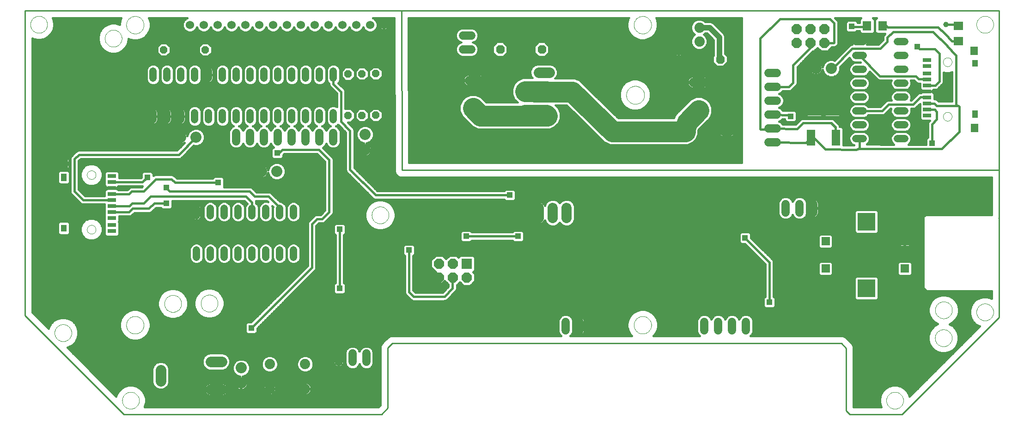
<source format=gtl>
G75*
G70*
%OFA0B0*%
%FSLAX24Y24*%
%IPPOS*%
%LPD*%
%AMOC8*
5,1,8,0,0,1.08239X$1,22.5*
%
%ADD10C,0.0100*%
%ADD11C,0.0030*%
%ADD12R,0.0740X0.0740*%
%ADD13OC8,0.0740*%
%ADD14C,0.0000*%
%ADD15C,0.0600*%
%ADD16C,0.0520*%
%ADD17OC8,0.0520*%
%ADD18R,0.0594X0.0594*%
%ADD19R,0.1266X0.1266*%
%ADD20R,0.0600X0.0600*%
%ADD21C,0.0600*%
%ADD22C,0.0780*%
%ADD23C,0.0800*%
%ADD24C,0.0740*%
%ADD25C,0.0594*%
%ADD26C,0.0740*%
%ADD27R,0.0531X0.0591*%
%ADD28R,0.0394X0.0551*%
%ADD29R,0.0394X0.0512*%
%ADD30R,0.0591X0.0295*%
%ADD31C,0.0760*%
%ADD32C,0.1500*%
%ADD33OC8,0.0630*%
%ADD34C,0.0705*%
%ADD35R,0.2283X0.2441*%
%ADD36R,0.0630X0.1181*%
%ADD37R,0.0710X0.0630*%
%ADD38R,0.0630X0.0710*%
%ADD39C,0.0160*%
%ADD40R,0.0396X0.0396*%
%ADD41C,0.0400*%
%ADD42C,0.0120*%
%ADD43C,0.0396*%
D10*
X001600Y007439D02*
X008725Y000314D01*
X027312Y000314D01*
X027762Y000764D01*
X027762Y005114D01*
X028075Y005426D01*
X060487Y005426D01*
X060837Y005076D01*
X060837Y000564D01*
X061087Y000314D01*
X064862Y000314D01*
X071850Y007301D01*
X071862Y007301D02*
X071862Y009389D01*
X071854Y009631D01*
X071862Y009423D01*
X071849Y014528D01*
X071850Y014489D02*
X071837Y014476D01*
X071849Y017914D02*
X071849Y017927D01*
X070042Y017927D01*
X070300Y017926D02*
X028775Y017926D01*
X028757Y029436D01*
X028192Y029426D02*
X071852Y029426D01*
X071852Y007526D01*
X028192Y029426D02*
X027937Y029426D01*
X010125Y029426D01*
X001600Y029426D01*
X001600Y028739D01*
X001600Y007439D01*
X001615Y029421D02*
X001600Y029426D01*
D11*
X067317Y021890D02*
X067317Y021868D01*
X067339Y021846D01*
X067383Y021846D01*
X067404Y021824D01*
X067404Y021803D01*
X067383Y021781D01*
X067339Y021781D01*
X067317Y021803D01*
X067317Y021824D01*
X067339Y021846D01*
X067383Y021846D02*
X067404Y021868D01*
X067404Y021890D01*
X067383Y021911D01*
X067339Y021911D01*
X067317Y021890D01*
D12*
X033467Y011181D03*
D13*
X032467Y011181D03*
X031467Y011181D03*
X031467Y010181D03*
X032467Y010181D03*
X033467Y010181D03*
X057262Y027096D03*
X058262Y027096D03*
X059262Y027096D03*
X059262Y028096D03*
X058262Y028096D03*
X057262Y028096D03*
D14*
X045518Y028401D02*
X045520Y028451D01*
X045526Y028501D01*
X045536Y028550D01*
X045550Y028598D01*
X045567Y028645D01*
X045588Y028690D01*
X045613Y028734D01*
X045641Y028775D01*
X045673Y028814D01*
X045707Y028851D01*
X045744Y028885D01*
X045784Y028915D01*
X045826Y028942D01*
X045870Y028966D01*
X045916Y028987D01*
X045963Y029003D01*
X046011Y029016D01*
X046061Y029025D01*
X046110Y029030D01*
X046161Y029031D01*
X046211Y029028D01*
X046260Y029021D01*
X046309Y029010D01*
X046357Y028995D01*
X046403Y028977D01*
X046448Y028955D01*
X046491Y028929D01*
X046532Y028900D01*
X046571Y028868D01*
X046607Y028833D01*
X046639Y028795D01*
X046669Y028755D01*
X046696Y028712D01*
X046719Y028668D01*
X046738Y028622D01*
X046754Y028574D01*
X046766Y028525D01*
X046774Y028476D01*
X046778Y028426D01*
X046778Y028376D01*
X046774Y028326D01*
X046766Y028277D01*
X046754Y028228D01*
X046738Y028180D01*
X046719Y028134D01*
X046696Y028090D01*
X046669Y028047D01*
X046639Y028007D01*
X046607Y027969D01*
X046571Y027934D01*
X046532Y027902D01*
X046491Y027873D01*
X046448Y027847D01*
X046403Y027825D01*
X046357Y027807D01*
X046309Y027792D01*
X046260Y027781D01*
X046211Y027774D01*
X046161Y027771D01*
X046110Y027772D01*
X046061Y027777D01*
X046011Y027786D01*
X045963Y027799D01*
X045916Y027815D01*
X045870Y027836D01*
X045826Y027860D01*
X045784Y027887D01*
X045744Y027917D01*
X045707Y027951D01*
X045673Y027988D01*
X045641Y028027D01*
X045613Y028068D01*
X045588Y028112D01*
X045567Y028157D01*
X045550Y028204D01*
X045536Y028252D01*
X045526Y028301D01*
X045520Y028351D01*
X045518Y028401D01*
X044968Y023340D02*
X044970Y023390D01*
X044976Y023440D01*
X044986Y023490D01*
X044999Y023538D01*
X045016Y023586D01*
X045037Y023632D01*
X045061Y023676D01*
X045089Y023718D01*
X045120Y023758D01*
X045154Y023795D01*
X045191Y023830D01*
X045230Y023861D01*
X045271Y023890D01*
X045315Y023915D01*
X045361Y023937D01*
X045408Y023955D01*
X045456Y023969D01*
X045505Y023980D01*
X045555Y023987D01*
X045605Y023990D01*
X045656Y023989D01*
X045706Y023984D01*
X045756Y023975D01*
X045804Y023963D01*
X045852Y023946D01*
X045898Y023926D01*
X045943Y023903D01*
X045986Y023876D01*
X046026Y023846D01*
X046064Y023813D01*
X046099Y023777D01*
X046132Y023738D01*
X046161Y023697D01*
X046187Y023654D01*
X046210Y023609D01*
X046229Y023562D01*
X046244Y023514D01*
X046256Y023465D01*
X046264Y023415D01*
X046268Y023365D01*
X046268Y023315D01*
X046264Y023265D01*
X046256Y023215D01*
X046244Y023166D01*
X046229Y023118D01*
X046210Y023071D01*
X046187Y023026D01*
X046161Y022983D01*
X046132Y022942D01*
X046099Y022903D01*
X046064Y022867D01*
X046026Y022834D01*
X045986Y022804D01*
X045943Y022777D01*
X045898Y022754D01*
X045852Y022734D01*
X045804Y022717D01*
X045756Y022705D01*
X045706Y022696D01*
X045656Y022691D01*
X045605Y022690D01*
X045555Y022693D01*
X045505Y022700D01*
X045456Y022711D01*
X045408Y022725D01*
X045361Y022743D01*
X045315Y022765D01*
X045271Y022790D01*
X045230Y022819D01*
X045191Y022850D01*
X045154Y022885D01*
X045120Y022922D01*
X045089Y022962D01*
X045061Y023004D01*
X045037Y023048D01*
X045016Y023094D01*
X044999Y023142D01*
X044986Y023190D01*
X044976Y023240D01*
X044970Y023290D01*
X044968Y023340D01*
X026607Y014681D02*
X026609Y014730D01*
X026615Y014779D01*
X026625Y014827D01*
X026638Y014874D01*
X026656Y014920D01*
X026677Y014964D01*
X026701Y015007D01*
X026729Y015047D01*
X026760Y015086D01*
X026794Y015121D01*
X026831Y015154D01*
X026870Y015183D01*
X026912Y015209D01*
X026955Y015232D01*
X027001Y015251D01*
X027047Y015267D01*
X027095Y015279D01*
X027143Y015287D01*
X027192Y015291D01*
X027242Y015291D01*
X027291Y015287D01*
X027339Y015279D01*
X027387Y015267D01*
X027433Y015251D01*
X027479Y015232D01*
X027522Y015209D01*
X027564Y015183D01*
X027603Y015154D01*
X027640Y015121D01*
X027674Y015086D01*
X027705Y015047D01*
X027733Y015007D01*
X027757Y014964D01*
X027778Y014920D01*
X027796Y014874D01*
X027809Y014827D01*
X027819Y014779D01*
X027825Y014730D01*
X027827Y014681D01*
X027825Y014632D01*
X027819Y014583D01*
X027809Y014535D01*
X027796Y014488D01*
X027778Y014442D01*
X027757Y014398D01*
X027733Y014355D01*
X027705Y014315D01*
X027674Y014276D01*
X027640Y014241D01*
X027603Y014208D01*
X027564Y014179D01*
X027522Y014153D01*
X027479Y014130D01*
X027433Y014111D01*
X027387Y014095D01*
X027339Y014083D01*
X027291Y014075D01*
X027242Y014071D01*
X027192Y014071D01*
X027143Y014075D01*
X027095Y014083D01*
X027047Y014095D01*
X027001Y014111D01*
X026955Y014130D01*
X026912Y014153D01*
X026870Y014179D01*
X026831Y014208D01*
X026794Y014241D01*
X026760Y014276D01*
X026729Y014315D01*
X026701Y014355D01*
X026677Y014398D01*
X026656Y014442D01*
X026638Y014488D01*
X026625Y014535D01*
X026615Y014583D01*
X026609Y014632D01*
X026607Y014681D01*
X014277Y008314D02*
X014279Y008363D01*
X014285Y008412D01*
X014295Y008460D01*
X014308Y008507D01*
X014326Y008553D01*
X014347Y008597D01*
X014371Y008640D01*
X014399Y008680D01*
X014430Y008719D01*
X014464Y008754D01*
X014501Y008787D01*
X014540Y008816D01*
X014582Y008842D01*
X014625Y008865D01*
X014671Y008884D01*
X014717Y008900D01*
X014765Y008912D01*
X014813Y008920D01*
X014862Y008924D01*
X014912Y008924D01*
X014961Y008920D01*
X015009Y008912D01*
X015057Y008900D01*
X015103Y008884D01*
X015149Y008865D01*
X015192Y008842D01*
X015234Y008816D01*
X015273Y008787D01*
X015310Y008754D01*
X015344Y008719D01*
X015375Y008680D01*
X015403Y008640D01*
X015427Y008597D01*
X015448Y008553D01*
X015466Y008507D01*
X015479Y008460D01*
X015489Y008412D01*
X015495Y008363D01*
X015497Y008314D01*
X015495Y008265D01*
X015489Y008216D01*
X015479Y008168D01*
X015466Y008121D01*
X015448Y008075D01*
X015427Y008031D01*
X015403Y007988D01*
X015375Y007948D01*
X015344Y007909D01*
X015310Y007874D01*
X015273Y007841D01*
X015234Y007812D01*
X015192Y007786D01*
X015149Y007763D01*
X015103Y007744D01*
X015057Y007728D01*
X015009Y007716D01*
X014961Y007708D01*
X014912Y007704D01*
X014862Y007704D01*
X014813Y007708D01*
X014765Y007716D01*
X014717Y007728D01*
X014671Y007744D01*
X014625Y007763D01*
X014582Y007786D01*
X014540Y007812D01*
X014501Y007841D01*
X014464Y007874D01*
X014430Y007909D01*
X014399Y007948D01*
X014371Y007988D01*
X014347Y008031D01*
X014326Y008075D01*
X014308Y008121D01*
X014295Y008168D01*
X014285Y008216D01*
X014279Y008265D01*
X014277Y008314D01*
X011652Y008289D02*
X011654Y008338D01*
X011660Y008387D01*
X011670Y008435D01*
X011683Y008482D01*
X011701Y008528D01*
X011722Y008572D01*
X011746Y008615D01*
X011774Y008655D01*
X011805Y008694D01*
X011839Y008729D01*
X011876Y008762D01*
X011915Y008791D01*
X011957Y008817D01*
X012000Y008840D01*
X012046Y008859D01*
X012092Y008875D01*
X012140Y008887D01*
X012188Y008895D01*
X012237Y008899D01*
X012287Y008899D01*
X012336Y008895D01*
X012384Y008887D01*
X012432Y008875D01*
X012478Y008859D01*
X012524Y008840D01*
X012567Y008817D01*
X012609Y008791D01*
X012648Y008762D01*
X012685Y008729D01*
X012719Y008694D01*
X012750Y008655D01*
X012778Y008615D01*
X012802Y008572D01*
X012823Y008528D01*
X012841Y008482D01*
X012854Y008435D01*
X012864Y008387D01*
X012870Y008338D01*
X012872Y008289D01*
X012870Y008240D01*
X012864Y008191D01*
X012854Y008143D01*
X012841Y008096D01*
X012823Y008050D01*
X012802Y008006D01*
X012778Y007963D01*
X012750Y007923D01*
X012719Y007884D01*
X012685Y007849D01*
X012648Y007816D01*
X012609Y007787D01*
X012567Y007761D01*
X012524Y007738D01*
X012478Y007719D01*
X012432Y007703D01*
X012384Y007691D01*
X012336Y007683D01*
X012287Y007679D01*
X012237Y007679D01*
X012188Y007683D01*
X012140Y007691D01*
X012092Y007703D01*
X012046Y007719D01*
X012000Y007738D01*
X011957Y007761D01*
X011915Y007787D01*
X011876Y007816D01*
X011839Y007849D01*
X011805Y007884D01*
X011774Y007923D01*
X011746Y007963D01*
X011722Y008006D01*
X011701Y008050D01*
X011683Y008096D01*
X011670Y008143D01*
X011660Y008191D01*
X011654Y008240D01*
X011652Y008289D01*
X008904Y006748D02*
X008906Y006798D01*
X008912Y006848D01*
X008922Y006897D01*
X008936Y006945D01*
X008953Y006992D01*
X008974Y007037D01*
X008999Y007081D01*
X009027Y007122D01*
X009059Y007161D01*
X009093Y007198D01*
X009130Y007232D01*
X009170Y007262D01*
X009212Y007289D01*
X009256Y007313D01*
X009302Y007334D01*
X009349Y007350D01*
X009397Y007363D01*
X009447Y007372D01*
X009496Y007377D01*
X009547Y007378D01*
X009597Y007375D01*
X009646Y007368D01*
X009695Y007357D01*
X009743Y007342D01*
X009789Y007324D01*
X009834Y007302D01*
X009877Y007276D01*
X009918Y007247D01*
X009957Y007215D01*
X009993Y007180D01*
X010025Y007142D01*
X010055Y007102D01*
X010082Y007059D01*
X010105Y007015D01*
X010124Y006969D01*
X010140Y006921D01*
X010152Y006872D01*
X010160Y006823D01*
X010164Y006773D01*
X010164Y006723D01*
X010160Y006673D01*
X010152Y006624D01*
X010140Y006575D01*
X010124Y006527D01*
X010105Y006481D01*
X010082Y006437D01*
X010055Y006394D01*
X010025Y006354D01*
X009993Y006316D01*
X009957Y006281D01*
X009918Y006249D01*
X009877Y006220D01*
X009834Y006194D01*
X009789Y006172D01*
X009743Y006154D01*
X009695Y006139D01*
X009646Y006128D01*
X009597Y006121D01*
X009547Y006118D01*
X009496Y006119D01*
X009447Y006124D01*
X009397Y006133D01*
X009349Y006146D01*
X009302Y006162D01*
X009256Y006183D01*
X009212Y006207D01*
X009170Y006234D01*
X009130Y006264D01*
X009093Y006298D01*
X009059Y006335D01*
X009027Y006374D01*
X008999Y006415D01*
X008974Y006459D01*
X008953Y006504D01*
X008936Y006551D01*
X008922Y006599D01*
X008912Y006648D01*
X008906Y006698D01*
X008904Y006748D01*
X003732Y006181D02*
X003734Y006230D01*
X003740Y006279D01*
X003750Y006327D01*
X003763Y006374D01*
X003781Y006420D01*
X003802Y006464D01*
X003826Y006507D01*
X003854Y006547D01*
X003885Y006586D01*
X003919Y006621D01*
X003956Y006654D01*
X003995Y006683D01*
X004037Y006709D01*
X004080Y006732D01*
X004126Y006751D01*
X004172Y006767D01*
X004220Y006779D01*
X004268Y006787D01*
X004317Y006791D01*
X004367Y006791D01*
X004416Y006787D01*
X004464Y006779D01*
X004512Y006767D01*
X004558Y006751D01*
X004604Y006732D01*
X004647Y006709D01*
X004689Y006683D01*
X004728Y006654D01*
X004765Y006621D01*
X004799Y006586D01*
X004830Y006547D01*
X004858Y006507D01*
X004882Y006464D01*
X004903Y006420D01*
X004921Y006374D01*
X004934Y006327D01*
X004944Y006279D01*
X004950Y006230D01*
X004952Y006181D01*
X004950Y006132D01*
X004944Y006083D01*
X004934Y006035D01*
X004921Y005988D01*
X004903Y005942D01*
X004882Y005898D01*
X004858Y005855D01*
X004830Y005815D01*
X004799Y005776D01*
X004765Y005741D01*
X004728Y005708D01*
X004689Y005679D01*
X004647Y005653D01*
X004604Y005630D01*
X004558Y005611D01*
X004512Y005595D01*
X004464Y005583D01*
X004416Y005575D01*
X004367Y005571D01*
X004317Y005571D01*
X004268Y005575D01*
X004220Y005583D01*
X004172Y005595D01*
X004126Y005611D01*
X004080Y005630D01*
X004037Y005653D01*
X003995Y005679D01*
X003956Y005708D01*
X003919Y005741D01*
X003885Y005776D01*
X003854Y005815D01*
X003826Y005855D01*
X003802Y005898D01*
X003781Y005942D01*
X003763Y005988D01*
X003750Y006035D01*
X003740Y006083D01*
X003734Y006132D01*
X003732Y006181D01*
X008607Y001306D02*
X008609Y001355D01*
X008615Y001404D01*
X008625Y001452D01*
X008638Y001499D01*
X008656Y001545D01*
X008677Y001589D01*
X008701Y001632D01*
X008729Y001672D01*
X008760Y001711D01*
X008794Y001746D01*
X008831Y001779D01*
X008870Y001808D01*
X008912Y001834D01*
X008955Y001857D01*
X009001Y001876D01*
X009047Y001892D01*
X009095Y001904D01*
X009143Y001912D01*
X009192Y001916D01*
X009242Y001916D01*
X009291Y001912D01*
X009339Y001904D01*
X009387Y001892D01*
X009433Y001876D01*
X009479Y001857D01*
X009522Y001834D01*
X009564Y001808D01*
X009603Y001779D01*
X009640Y001746D01*
X009674Y001711D01*
X009705Y001672D01*
X009733Y001632D01*
X009757Y001589D01*
X009778Y001545D01*
X009796Y001499D01*
X009809Y001452D01*
X009819Y001404D01*
X009825Y001355D01*
X009827Y001306D01*
X009825Y001257D01*
X009819Y001208D01*
X009809Y001160D01*
X009796Y001113D01*
X009778Y001067D01*
X009757Y001023D01*
X009733Y000980D01*
X009705Y000940D01*
X009674Y000901D01*
X009640Y000866D01*
X009603Y000833D01*
X009564Y000804D01*
X009522Y000778D01*
X009479Y000755D01*
X009433Y000736D01*
X009387Y000720D01*
X009339Y000708D01*
X009291Y000700D01*
X009242Y000696D01*
X009192Y000696D01*
X009143Y000700D01*
X009095Y000708D01*
X009047Y000720D01*
X009001Y000736D01*
X008955Y000755D01*
X008912Y000778D01*
X008870Y000804D01*
X008831Y000833D01*
X008794Y000866D01*
X008760Y000901D01*
X008729Y000940D01*
X008701Y000980D01*
X008677Y001023D01*
X008656Y001067D01*
X008638Y001113D01*
X008625Y001160D01*
X008615Y001208D01*
X008609Y001257D01*
X008607Y001306D01*
X006070Y013645D02*
X006072Y013680D01*
X006078Y013715D01*
X006088Y013749D01*
X006101Y013782D01*
X006118Y013813D01*
X006139Y013841D01*
X006162Y013868D01*
X006189Y013891D01*
X006217Y013912D01*
X006248Y013929D01*
X006281Y013942D01*
X006315Y013952D01*
X006350Y013958D01*
X006385Y013960D01*
X006420Y013958D01*
X006455Y013952D01*
X006489Y013942D01*
X006522Y013929D01*
X006553Y013912D01*
X006581Y013891D01*
X006608Y013868D01*
X006631Y013841D01*
X006652Y013813D01*
X006669Y013782D01*
X006682Y013749D01*
X006692Y013715D01*
X006698Y013680D01*
X006700Y013645D01*
X006698Y013610D01*
X006692Y013575D01*
X006682Y013541D01*
X006669Y013508D01*
X006652Y013477D01*
X006631Y013449D01*
X006608Y013422D01*
X006581Y013399D01*
X006553Y013378D01*
X006522Y013361D01*
X006489Y013348D01*
X006455Y013338D01*
X006420Y013332D01*
X006385Y013330D01*
X006350Y013332D01*
X006315Y013338D01*
X006281Y013348D01*
X006248Y013361D01*
X006217Y013378D01*
X006189Y013399D01*
X006162Y013422D01*
X006139Y013449D01*
X006118Y013477D01*
X006101Y013508D01*
X006088Y013541D01*
X006078Y013575D01*
X006072Y013610D01*
X006070Y013645D01*
X006070Y017582D02*
X006072Y017617D01*
X006078Y017652D01*
X006088Y017686D01*
X006101Y017719D01*
X006118Y017750D01*
X006139Y017778D01*
X006162Y017805D01*
X006189Y017828D01*
X006217Y017849D01*
X006248Y017866D01*
X006281Y017879D01*
X006315Y017889D01*
X006350Y017895D01*
X006385Y017897D01*
X006420Y017895D01*
X006455Y017889D01*
X006489Y017879D01*
X006522Y017866D01*
X006553Y017849D01*
X006581Y017828D01*
X006608Y017805D01*
X006631Y017778D01*
X006652Y017750D01*
X006669Y017719D01*
X006682Y017686D01*
X006692Y017652D01*
X006698Y017617D01*
X006700Y017582D01*
X006698Y017547D01*
X006692Y017512D01*
X006682Y017478D01*
X006669Y017445D01*
X006652Y017414D01*
X006631Y017386D01*
X006608Y017359D01*
X006581Y017336D01*
X006553Y017315D01*
X006522Y017298D01*
X006489Y017285D01*
X006455Y017275D01*
X006420Y017269D01*
X006385Y017267D01*
X006350Y017269D01*
X006315Y017275D01*
X006281Y017285D01*
X006248Y017298D01*
X006217Y017315D01*
X006189Y017336D01*
X006162Y017359D01*
X006139Y017386D01*
X006118Y017414D01*
X006101Y017445D01*
X006088Y017478D01*
X006078Y017512D01*
X006072Y017547D01*
X006070Y017582D01*
X007357Y027431D02*
X007359Y027480D01*
X007365Y027529D01*
X007375Y027577D01*
X007388Y027624D01*
X007406Y027670D01*
X007427Y027714D01*
X007451Y027757D01*
X007479Y027797D01*
X007510Y027836D01*
X007544Y027871D01*
X007581Y027904D01*
X007620Y027933D01*
X007662Y027959D01*
X007705Y027982D01*
X007751Y028001D01*
X007797Y028017D01*
X007845Y028029D01*
X007893Y028037D01*
X007942Y028041D01*
X007992Y028041D01*
X008041Y028037D01*
X008089Y028029D01*
X008137Y028017D01*
X008183Y028001D01*
X008229Y027982D01*
X008272Y027959D01*
X008314Y027933D01*
X008353Y027904D01*
X008390Y027871D01*
X008424Y027836D01*
X008455Y027797D01*
X008483Y027757D01*
X008507Y027714D01*
X008528Y027670D01*
X008546Y027624D01*
X008559Y027577D01*
X008569Y027529D01*
X008575Y027480D01*
X008577Y027431D01*
X008575Y027382D01*
X008569Y027333D01*
X008559Y027285D01*
X008546Y027238D01*
X008528Y027192D01*
X008507Y027148D01*
X008483Y027105D01*
X008455Y027065D01*
X008424Y027026D01*
X008390Y026991D01*
X008353Y026958D01*
X008314Y026929D01*
X008272Y026903D01*
X008229Y026880D01*
X008183Y026861D01*
X008137Y026845D01*
X008089Y026833D01*
X008041Y026825D01*
X007992Y026821D01*
X007942Y026821D01*
X007893Y026825D01*
X007845Y026833D01*
X007797Y026845D01*
X007751Y026861D01*
X007705Y026880D01*
X007662Y026903D01*
X007620Y026929D01*
X007581Y026958D01*
X007544Y026991D01*
X007510Y027026D01*
X007479Y027065D01*
X007451Y027105D01*
X007427Y027148D01*
X007406Y027192D01*
X007388Y027238D01*
X007375Y027285D01*
X007365Y027333D01*
X007359Y027382D01*
X007357Y027431D01*
X008904Y028401D02*
X008906Y028451D01*
X008912Y028501D01*
X008922Y028550D01*
X008936Y028598D01*
X008953Y028645D01*
X008974Y028690D01*
X008999Y028734D01*
X009027Y028775D01*
X009059Y028814D01*
X009093Y028851D01*
X009130Y028885D01*
X009170Y028915D01*
X009212Y028942D01*
X009256Y028966D01*
X009302Y028987D01*
X009349Y029003D01*
X009397Y029016D01*
X009447Y029025D01*
X009496Y029030D01*
X009547Y029031D01*
X009597Y029028D01*
X009646Y029021D01*
X009695Y029010D01*
X009743Y028995D01*
X009789Y028977D01*
X009834Y028955D01*
X009877Y028929D01*
X009918Y028900D01*
X009957Y028868D01*
X009993Y028833D01*
X010025Y028795D01*
X010055Y028755D01*
X010082Y028712D01*
X010105Y028668D01*
X010124Y028622D01*
X010140Y028574D01*
X010152Y028525D01*
X010160Y028476D01*
X010164Y028426D01*
X010164Y028376D01*
X010160Y028326D01*
X010152Y028277D01*
X010140Y028228D01*
X010124Y028180D01*
X010105Y028134D01*
X010082Y028090D01*
X010055Y028047D01*
X010025Y028007D01*
X009993Y027969D01*
X009957Y027934D01*
X009918Y027902D01*
X009877Y027873D01*
X009834Y027847D01*
X009789Y027825D01*
X009743Y027807D01*
X009695Y027792D01*
X009646Y027781D01*
X009597Y027774D01*
X009547Y027771D01*
X009496Y027772D01*
X009447Y027777D01*
X009397Y027786D01*
X009349Y027799D01*
X009302Y027815D01*
X009256Y027836D01*
X009212Y027860D01*
X009170Y027887D01*
X009130Y027917D01*
X009093Y027951D01*
X009059Y027988D01*
X009027Y028027D01*
X008999Y028068D01*
X008974Y028112D01*
X008953Y028157D01*
X008936Y028204D01*
X008922Y028252D01*
X008912Y028301D01*
X008906Y028351D01*
X008904Y028401D01*
X001982Y028431D02*
X001984Y028480D01*
X001990Y028529D01*
X002000Y028577D01*
X002013Y028624D01*
X002031Y028670D01*
X002052Y028714D01*
X002076Y028757D01*
X002104Y028797D01*
X002135Y028836D01*
X002169Y028871D01*
X002206Y028904D01*
X002245Y028933D01*
X002287Y028959D01*
X002330Y028982D01*
X002376Y029001D01*
X002422Y029017D01*
X002470Y029029D01*
X002518Y029037D01*
X002567Y029041D01*
X002617Y029041D01*
X002666Y029037D01*
X002714Y029029D01*
X002762Y029017D01*
X002808Y029001D01*
X002854Y028982D01*
X002897Y028959D01*
X002939Y028933D01*
X002978Y028904D01*
X003015Y028871D01*
X003049Y028836D01*
X003080Y028797D01*
X003108Y028757D01*
X003132Y028714D01*
X003153Y028670D01*
X003171Y028624D01*
X003184Y028577D01*
X003194Y028529D01*
X003200Y028480D01*
X003202Y028431D01*
X003200Y028382D01*
X003194Y028333D01*
X003184Y028285D01*
X003171Y028238D01*
X003153Y028192D01*
X003132Y028148D01*
X003108Y028105D01*
X003080Y028065D01*
X003049Y028026D01*
X003015Y027991D01*
X002978Y027958D01*
X002939Y027929D01*
X002897Y027903D01*
X002854Y027880D01*
X002808Y027861D01*
X002762Y027845D01*
X002714Y027833D01*
X002666Y027825D01*
X002617Y027821D01*
X002567Y027821D01*
X002518Y027825D01*
X002470Y027833D01*
X002422Y027845D01*
X002376Y027861D01*
X002330Y027880D01*
X002287Y027903D01*
X002245Y027929D01*
X002206Y027958D01*
X002169Y027991D01*
X002135Y028026D01*
X002104Y028065D01*
X002076Y028105D01*
X002052Y028148D01*
X002031Y028192D01*
X002013Y028238D01*
X002000Y028285D01*
X001990Y028333D01*
X001984Y028382D01*
X001982Y028431D01*
X045518Y006748D02*
X045520Y006798D01*
X045526Y006848D01*
X045536Y006897D01*
X045550Y006945D01*
X045567Y006992D01*
X045588Y007037D01*
X045613Y007081D01*
X045641Y007122D01*
X045673Y007161D01*
X045707Y007198D01*
X045744Y007232D01*
X045784Y007262D01*
X045826Y007289D01*
X045870Y007313D01*
X045916Y007334D01*
X045963Y007350D01*
X046011Y007363D01*
X046061Y007372D01*
X046110Y007377D01*
X046161Y007378D01*
X046211Y007375D01*
X046260Y007368D01*
X046309Y007357D01*
X046357Y007342D01*
X046403Y007324D01*
X046448Y007302D01*
X046491Y007276D01*
X046532Y007247D01*
X046571Y007215D01*
X046607Y007180D01*
X046639Y007142D01*
X046669Y007102D01*
X046696Y007059D01*
X046719Y007015D01*
X046738Y006969D01*
X046754Y006921D01*
X046766Y006872D01*
X046774Y006823D01*
X046778Y006773D01*
X046778Y006723D01*
X046774Y006673D01*
X046766Y006624D01*
X046754Y006575D01*
X046738Y006527D01*
X046719Y006481D01*
X046696Y006437D01*
X046669Y006394D01*
X046639Y006354D01*
X046607Y006316D01*
X046571Y006281D01*
X046532Y006249D01*
X046491Y006220D01*
X046448Y006194D01*
X046403Y006172D01*
X046357Y006154D01*
X046309Y006139D01*
X046260Y006128D01*
X046211Y006121D01*
X046161Y006118D01*
X046110Y006119D01*
X046061Y006124D01*
X046011Y006133D01*
X045963Y006146D01*
X045916Y006162D01*
X045870Y006183D01*
X045826Y006207D01*
X045784Y006234D01*
X045744Y006264D01*
X045707Y006298D01*
X045673Y006335D01*
X045641Y006374D01*
X045613Y006415D01*
X045588Y006459D01*
X045567Y006504D01*
X045550Y006551D01*
X045536Y006599D01*
X045526Y006648D01*
X045520Y006698D01*
X045518Y006748D01*
X063732Y001306D02*
X063734Y001355D01*
X063740Y001404D01*
X063750Y001452D01*
X063763Y001499D01*
X063781Y001545D01*
X063802Y001589D01*
X063826Y001632D01*
X063854Y001672D01*
X063885Y001711D01*
X063919Y001746D01*
X063956Y001779D01*
X063995Y001808D01*
X064037Y001834D01*
X064080Y001857D01*
X064126Y001876D01*
X064172Y001892D01*
X064220Y001904D01*
X064268Y001912D01*
X064317Y001916D01*
X064367Y001916D01*
X064416Y001912D01*
X064464Y001904D01*
X064512Y001892D01*
X064558Y001876D01*
X064604Y001857D01*
X064647Y001834D01*
X064689Y001808D01*
X064728Y001779D01*
X064765Y001746D01*
X064799Y001711D01*
X064830Y001672D01*
X064858Y001632D01*
X064882Y001589D01*
X064903Y001545D01*
X064921Y001499D01*
X064934Y001452D01*
X064944Y001404D01*
X064950Y001355D01*
X064952Y001306D01*
X064950Y001257D01*
X064944Y001208D01*
X064934Y001160D01*
X064921Y001113D01*
X064903Y001067D01*
X064882Y001023D01*
X064858Y000980D01*
X064830Y000940D01*
X064799Y000901D01*
X064765Y000866D01*
X064728Y000833D01*
X064689Y000804D01*
X064647Y000778D01*
X064604Y000755D01*
X064558Y000736D01*
X064512Y000720D01*
X064464Y000708D01*
X064416Y000700D01*
X064367Y000696D01*
X064317Y000696D01*
X064268Y000700D01*
X064220Y000708D01*
X064172Y000720D01*
X064126Y000736D01*
X064080Y000755D01*
X064037Y000778D01*
X063995Y000804D01*
X063956Y000833D01*
X063919Y000866D01*
X063885Y000901D01*
X063854Y000940D01*
X063826Y000980D01*
X063802Y001023D01*
X063781Y001067D01*
X063763Y001113D01*
X063750Y001160D01*
X063740Y001208D01*
X063734Y001257D01*
X063732Y001306D01*
X067240Y005814D02*
X067242Y005863D01*
X067248Y005912D01*
X067258Y005960D01*
X067271Y006007D01*
X067289Y006053D01*
X067310Y006097D01*
X067334Y006140D01*
X067362Y006180D01*
X067393Y006219D01*
X067427Y006254D01*
X067464Y006287D01*
X067503Y006316D01*
X067545Y006342D01*
X067588Y006365D01*
X067634Y006384D01*
X067680Y006400D01*
X067728Y006412D01*
X067776Y006420D01*
X067825Y006424D01*
X067875Y006424D01*
X067924Y006420D01*
X067972Y006412D01*
X068020Y006400D01*
X068066Y006384D01*
X068112Y006365D01*
X068155Y006342D01*
X068197Y006316D01*
X068236Y006287D01*
X068273Y006254D01*
X068307Y006219D01*
X068338Y006180D01*
X068366Y006140D01*
X068390Y006097D01*
X068411Y006053D01*
X068429Y006007D01*
X068442Y005960D01*
X068452Y005912D01*
X068458Y005863D01*
X068460Y005814D01*
X068458Y005765D01*
X068452Y005716D01*
X068442Y005668D01*
X068429Y005621D01*
X068411Y005575D01*
X068390Y005531D01*
X068366Y005488D01*
X068338Y005448D01*
X068307Y005409D01*
X068273Y005374D01*
X068236Y005341D01*
X068197Y005312D01*
X068155Y005286D01*
X068112Y005263D01*
X068066Y005244D01*
X068020Y005228D01*
X067972Y005216D01*
X067924Y005208D01*
X067875Y005204D01*
X067825Y005204D01*
X067776Y005208D01*
X067728Y005216D01*
X067680Y005228D01*
X067634Y005244D01*
X067588Y005263D01*
X067545Y005286D01*
X067503Y005312D01*
X067464Y005341D01*
X067427Y005374D01*
X067393Y005409D01*
X067362Y005448D01*
X067334Y005488D01*
X067310Y005531D01*
X067289Y005575D01*
X067271Y005621D01*
X067258Y005668D01*
X067248Y005716D01*
X067242Y005765D01*
X067240Y005814D01*
X070232Y007681D02*
X070234Y007730D01*
X070240Y007779D01*
X070250Y007827D01*
X070263Y007874D01*
X070281Y007920D01*
X070302Y007964D01*
X070326Y008007D01*
X070354Y008047D01*
X070385Y008086D01*
X070419Y008121D01*
X070456Y008154D01*
X070495Y008183D01*
X070537Y008209D01*
X070580Y008232D01*
X070626Y008251D01*
X070672Y008267D01*
X070720Y008279D01*
X070768Y008287D01*
X070817Y008291D01*
X070867Y008291D01*
X070916Y008287D01*
X070964Y008279D01*
X071012Y008267D01*
X071058Y008251D01*
X071104Y008232D01*
X071147Y008209D01*
X071189Y008183D01*
X071228Y008154D01*
X071265Y008121D01*
X071299Y008086D01*
X071330Y008047D01*
X071358Y008007D01*
X071382Y007964D01*
X071403Y007920D01*
X071421Y007874D01*
X071434Y007827D01*
X071444Y007779D01*
X071450Y007730D01*
X071452Y007681D01*
X071450Y007632D01*
X071444Y007583D01*
X071434Y007535D01*
X071421Y007488D01*
X071403Y007442D01*
X071382Y007398D01*
X071358Y007355D01*
X071330Y007315D01*
X071299Y007276D01*
X071265Y007241D01*
X071228Y007208D01*
X071189Y007179D01*
X071147Y007153D01*
X071104Y007130D01*
X071058Y007111D01*
X071012Y007095D01*
X070964Y007083D01*
X070916Y007075D01*
X070867Y007071D01*
X070817Y007071D01*
X070768Y007075D01*
X070720Y007083D01*
X070672Y007095D01*
X070626Y007111D01*
X070580Y007130D01*
X070537Y007153D01*
X070495Y007179D01*
X070456Y007208D01*
X070419Y007241D01*
X070385Y007276D01*
X070354Y007315D01*
X070326Y007355D01*
X070302Y007398D01*
X070281Y007442D01*
X070263Y007488D01*
X070250Y007535D01*
X070240Y007583D01*
X070234Y007632D01*
X070232Y007681D01*
X067252Y007826D02*
X067254Y007875D01*
X067260Y007924D01*
X067270Y007972D01*
X067283Y008019D01*
X067301Y008065D01*
X067322Y008109D01*
X067346Y008152D01*
X067374Y008192D01*
X067405Y008231D01*
X067439Y008266D01*
X067476Y008299D01*
X067515Y008328D01*
X067557Y008354D01*
X067600Y008377D01*
X067646Y008396D01*
X067692Y008412D01*
X067740Y008424D01*
X067788Y008432D01*
X067837Y008436D01*
X067887Y008436D01*
X067936Y008432D01*
X067984Y008424D01*
X068032Y008412D01*
X068078Y008396D01*
X068124Y008377D01*
X068167Y008354D01*
X068209Y008328D01*
X068248Y008299D01*
X068285Y008266D01*
X068319Y008231D01*
X068350Y008192D01*
X068378Y008152D01*
X068402Y008109D01*
X068423Y008065D01*
X068441Y008019D01*
X068454Y007972D01*
X068464Y007924D01*
X068470Y007875D01*
X068472Y007826D01*
X068470Y007777D01*
X068464Y007728D01*
X068454Y007680D01*
X068441Y007633D01*
X068423Y007587D01*
X068402Y007543D01*
X068378Y007500D01*
X068350Y007460D01*
X068319Y007421D01*
X068285Y007386D01*
X068248Y007353D01*
X068209Y007324D01*
X068167Y007298D01*
X068124Y007275D01*
X068078Y007256D01*
X068032Y007240D01*
X067984Y007228D01*
X067936Y007220D01*
X067887Y007216D01*
X067837Y007216D01*
X067788Y007220D01*
X067740Y007228D01*
X067692Y007240D01*
X067646Y007256D01*
X067600Y007275D01*
X067557Y007298D01*
X067515Y007324D01*
X067476Y007353D01*
X067439Y007386D01*
X067405Y007421D01*
X067374Y007460D01*
X067346Y007500D01*
X067322Y007543D01*
X067301Y007587D01*
X067283Y007633D01*
X067270Y007680D01*
X067260Y007728D01*
X067254Y007777D01*
X067252Y007826D01*
X067825Y021791D02*
X067827Y021826D01*
X067833Y021861D01*
X067843Y021895D01*
X067856Y021928D01*
X067873Y021959D01*
X067894Y021987D01*
X067917Y022014D01*
X067944Y022037D01*
X067972Y022058D01*
X068003Y022075D01*
X068036Y022088D01*
X068070Y022098D01*
X068105Y022104D01*
X068140Y022106D01*
X068175Y022104D01*
X068210Y022098D01*
X068244Y022088D01*
X068277Y022075D01*
X068308Y022058D01*
X068336Y022037D01*
X068363Y022014D01*
X068386Y021987D01*
X068407Y021959D01*
X068424Y021928D01*
X068437Y021895D01*
X068447Y021861D01*
X068453Y021826D01*
X068455Y021791D01*
X068453Y021756D01*
X068447Y021721D01*
X068437Y021687D01*
X068424Y021654D01*
X068407Y021623D01*
X068386Y021595D01*
X068363Y021568D01*
X068336Y021545D01*
X068308Y021524D01*
X068277Y021507D01*
X068244Y021494D01*
X068210Y021484D01*
X068175Y021478D01*
X068140Y021476D01*
X068105Y021478D01*
X068070Y021484D01*
X068036Y021494D01*
X068003Y021507D01*
X067972Y021524D01*
X067944Y021545D01*
X067917Y021568D01*
X067894Y021595D01*
X067873Y021623D01*
X067856Y021654D01*
X067843Y021687D01*
X067833Y021721D01*
X067827Y021756D01*
X067825Y021791D01*
X067825Y025728D02*
X067827Y025763D01*
X067833Y025798D01*
X067843Y025832D01*
X067856Y025865D01*
X067873Y025896D01*
X067894Y025924D01*
X067917Y025951D01*
X067944Y025974D01*
X067972Y025995D01*
X068003Y026012D01*
X068036Y026025D01*
X068070Y026035D01*
X068105Y026041D01*
X068140Y026043D01*
X068175Y026041D01*
X068210Y026035D01*
X068244Y026025D01*
X068277Y026012D01*
X068308Y025995D01*
X068336Y025974D01*
X068363Y025951D01*
X068386Y025924D01*
X068407Y025896D01*
X068424Y025865D01*
X068437Y025832D01*
X068447Y025798D01*
X068453Y025763D01*
X068455Y025728D01*
X068453Y025693D01*
X068447Y025658D01*
X068437Y025624D01*
X068424Y025591D01*
X068407Y025560D01*
X068386Y025532D01*
X068363Y025505D01*
X068336Y025482D01*
X068308Y025461D01*
X068277Y025444D01*
X068244Y025431D01*
X068210Y025421D01*
X068175Y025415D01*
X068140Y025413D01*
X068105Y025415D01*
X068070Y025421D01*
X068036Y025431D01*
X068003Y025444D01*
X067972Y025461D01*
X067944Y025482D01*
X067917Y025505D01*
X067894Y025532D01*
X067873Y025560D01*
X067856Y025591D01*
X067843Y025624D01*
X067833Y025658D01*
X067827Y025693D01*
X067825Y025728D01*
X070232Y028431D02*
X070234Y028480D01*
X070240Y028529D01*
X070250Y028577D01*
X070263Y028624D01*
X070281Y028670D01*
X070302Y028714D01*
X070326Y028757D01*
X070354Y028797D01*
X070385Y028836D01*
X070419Y028871D01*
X070456Y028904D01*
X070495Y028933D01*
X070537Y028959D01*
X070580Y028982D01*
X070626Y029001D01*
X070672Y029017D01*
X070720Y029029D01*
X070768Y029037D01*
X070817Y029041D01*
X070867Y029041D01*
X070916Y029037D01*
X070964Y029029D01*
X071012Y029017D01*
X071058Y029001D01*
X071104Y028982D01*
X071147Y028959D01*
X071189Y028933D01*
X071228Y028904D01*
X071265Y028871D01*
X071299Y028836D01*
X071330Y028797D01*
X071358Y028757D01*
X071382Y028714D01*
X071403Y028670D01*
X071421Y028624D01*
X071434Y028577D01*
X071444Y028529D01*
X071450Y028480D01*
X071452Y028431D01*
X071450Y028382D01*
X071444Y028333D01*
X071434Y028285D01*
X071421Y028238D01*
X071403Y028192D01*
X071382Y028148D01*
X071358Y028105D01*
X071330Y028065D01*
X071299Y028026D01*
X071265Y027991D01*
X071228Y027958D01*
X071189Y027929D01*
X071147Y027903D01*
X071104Y027880D01*
X071058Y027861D01*
X071012Y027845D01*
X070964Y027833D01*
X070916Y027825D01*
X070867Y027821D01*
X070817Y027821D01*
X070768Y027825D01*
X070720Y027833D01*
X070672Y027845D01*
X070626Y027861D01*
X070580Y027880D01*
X070537Y027903D01*
X070495Y027929D01*
X070456Y027958D01*
X070419Y027991D01*
X070385Y028026D01*
X070354Y028065D01*
X070326Y028105D01*
X070302Y028148D01*
X070281Y028192D01*
X070263Y028238D01*
X070250Y028285D01*
X070240Y028333D01*
X070234Y028382D01*
X070232Y028431D01*
D15*
X055822Y024936D02*
X055222Y024936D01*
X055222Y023936D02*
X055822Y023936D01*
X055822Y022936D02*
X055222Y022936D01*
X055222Y021936D02*
X055822Y021936D01*
X055822Y020936D02*
X055222Y020936D01*
X055222Y019936D02*
X055822Y019936D01*
X056467Y015481D02*
X056467Y014881D01*
X057467Y014881D02*
X057467Y015481D01*
X058467Y015481D02*
X058467Y014881D01*
X053592Y006981D02*
X053592Y006381D01*
X052592Y006381D02*
X052592Y006981D01*
X051592Y006981D02*
X051592Y006381D01*
X050592Y006381D02*
X050592Y006981D01*
X041592Y006981D02*
X041592Y006381D01*
X040592Y006381D02*
X040592Y006981D01*
X023825Y020014D02*
X023825Y020614D01*
X022825Y020614D02*
X022825Y020014D01*
X021825Y020014D02*
X021825Y020614D01*
X020825Y020614D02*
X020825Y020014D01*
X019825Y020014D02*
X019825Y020614D01*
X018825Y020614D02*
X018825Y020014D01*
X017825Y020014D02*
X017825Y020614D01*
X016825Y020614D02*
X016825Y020014D01*
D16*
X016837Y021554D02*
X016837Y022074D01*
X015837Y022074D02*
X015837Y021554D01*
X014837Y021554D02*
X014837Y022074D01*
X013837Y022074D02*
X013837Y021554D01*
X012837Y021554D02*
X012837Y022074D01*
X011837Y022074D02*
X011837Y021554D01*
X010837Y021554D02*
X010837Y022074D01*
X010837Y024554D02*
X010837Y025074D01*
X011837Y025074D02*
X011837Y024554D01*
X012837Y024554D02*
X012837Y025074D01*
X013837Y025074D02*
X013837Y024554D01*
X014837Y024554D02*
X014837Y025074D01*
X015837Y025074D02*
X015837Y024554D01*
X016837Y024554D02*
X016837Y025074D01*
X017837Y025074D02*
X017837Y024554D01*
X018837Y024554D02*
X018837Y025074D01*
X019837Y025074D02*
X019837Y024554D01*
X020837Y024554D02*
X020837Y025074D01*
X021837Y025074D02*
X021837Y024554D01*
X022837Y024554D02*
X022837Y025074D01*
X023837Y025074D02*
X023837Y024554D01*
X023837Y022074D02*
X023837Y021554D01*
X022837Y021554D02*
X022837Y022074D01*
X021837Y022074D02*
X021837Y021554D01*
X020837Y021554D02*
X020837Y022074D01*
X019837Y022074D02*
X019837Y021554D01*
X018837Y021554D02*
X018837Y022074D01*
X017837Y022074D02*
X017837Y021554D01*
X017962Y015161D02*
X017962Y014641D01*
X018962Y014641D02*
X018962Y015161D01*
X019962Y015161D02*
X019962Y014641D01*
X020962Y014641D02*
X020962Y015161D01*
X016962Y015161D02*
X016962Y014641D01*
X015962Y014641D02*
X015962Y015161D01*
X014962Y015161D02*
X014962Y014641D01*
X013962Y014641D02*
X013962Y015161D01*
X013962Y012161D02*
X013962Y011641D01*
X014962Y011641D02*
X014962Y012161D01*
X015962Y012161D02*
X015962Y011641D01*
X016962Y011641D02*
X016962Y012161D01*
X017962Y012161D02*
X017962Y011641D01*
X018962Y011641D02*
X018962Y012161D01*
X019962Y012161D02*
X019962Y011641D01*
X020962Y011641D02*
X020962Y012161D01*
X048962Y020656D02*
X049482Y020656D01*
X051962Y020656D02*
X052482Y020656D01*
X061527Y020196D02*
X062047Y020196D01*
X064527Y020196D02*
X065047Y020196D01*
X065047Y021196D02*
X064527Y021196D01*
X064527Y022196D02*
X065047Y022196D01*
X065047Y023196D02*
X064527Y023196D01*
X064527Y024196D02*
X065047Y024196D01*
X065047Y025196D02*
X064527Y025196D01*
X062047Y025196D02*
X061527Y025196D01*
X061527Y024196D02*
X062047Y024196D01*
X062047Y023196D02*
X061527Y023196D01*
X061527Y022196D02*
X062047Y022196D01*
X062047Y021196D02*
X061527Y021196D01*
X061527Y026196D02*
X062047Y026196D01*
X062047Y027196D02*
X061527Y027196D01*
X064527Y027196D02*
X065047Y027196D01*
X065047Y026196D02*
X064527Y026196D01*
D17*
X026887Y024889D03*
X025900Y024876D03*
X024900Y024864D03*
X024900Y021864D03*
X025900Y021876D03*
X026887Y021889D03*
X014600Y026614D03*
X011600Y026614D03*
D18*
X059347Y012785D03*
X059347Y011801D03*
X059347Y010817D03*
X065056Y010817D03*
X065056Y012785D03*
D19*
X062300Y014203D03*
X062300Y009400D03*
D20*
X012487Y028401D03*
D21*
X013487Y028401D03*
X014487Y028401D03*
X015487Y028401D03*
X016487Y028401D03*
X017487Y028401D03*
X018487Y028401D03*
X019487Y028401D03*
X020487Y028401D03*
X021487Y028401D03*
X022487Y028401D03*
X023487Y028401D03*
X024487Y028401D03*
X025487Y028401D03*
X026487Y028401D03*
X027487Y028401D03*
D22*
X015777Y004101D02*
X014997Y004101D01*
X011387Y003491D02*
X011387Y002711D01*
X014997Y002101D02*
X015777Y002101D01*
D23*
X017187Y002551D03*
X017187Y003651D03*
X018662Y017839D03*
X019762Y017839D03*
X013937Y020301D03*
X012837Y020301D03*
X026125Y020501D03*
X026125Y019401D03*
X058652Y025269D03*
X059752Y025269D03*
D24*
X050241Y027195D03*
X050241Y028195D03*
X021805Y003929D03*
X019245Y003929D03*
X019245Y002149D03*
X021805Y002149D03*
D25*
X024212Y004092D02*
X024212Y004685D01*
X025212Y004685D02*
X025212Y004092D01*
X026212Y004092D02*
X026212Y004685D01*
X033196Y026620D02*
X033789Y026620D01*
X033789Y027620D02*
X033196Y027620D01*
D26*
X038662Y015216D02*
X038662Y014476D01*
X039662Y014476D02*
X039662Y015216D01*
X040662Y015216D02*
X040662Y014476D01*
D27*
X070089Y020974D03*
X070069Y026545D03*
X004436Y018399D03*
X004456Y012828D03*
D28*
X004397Y017404D03*
X070128Y021968D03*
D29*
X070128Y025639D03*
X004397Y013733D03*
D30*
X007851Y013517D03*
X007851Y013950D03*
X007851Y014462D03*
X007851Y014895D03*
X007851Y015328D03*
X007851Y015761D03*
X007851Y016194D03*
X007851Y016627D03*
X007851Y017060D03*
X007851Y017493D03*
X066674Y021879D03*
X066674Y022312D03*
X066674Y022745D03*
X066674Y023178D03*
X066674Y023611D03*
X066674Y024045D03*
X066674Y024478D03*
X066674Y024911D03*
X066674Y025422D03*
X066674Y025856D03*
D31*
X039423Y024952D02*
X038663Y024952D01*
D32*
X038382Y023566D02*
X041072Y023566D01*
X043982Y020706D01*
X049212Y020706D01*
X049182Y020776D01*
X049342Y021366D01*
X050202Y022226D01*
X039262Y021836D02*
X034472Y021836D01*
X033922Y022386D01*
X037706Y021890D02*
X039206Y021890D01*
X039206Y023590D02*
X037706Y023590D01*
D33*
X038880Y026631D03*
X035880Y026631D03*
X048755Y025911D03*
X051755Y025911D03*
D34*
X050525Y024250D02*
X049820Y024250D01*
X049820Y022282D02*
X050525Y022282D01*
X034355Y022422D02*
X033650Y022422D01*
X033650Y024390D02*
X034355Y024390D01*
D35*
X059182Y023081D03*
D36*
X058285Y020254D03*
X060080Y020254D03*
D37*
X068912Y027226D03*
X068912Y028346D03*
D38*
X063452Y028336D03*
X062333Y028336D03*
D39*
X010767Y002971D02*
X006817Y002971D01*
X006659Y003130D02*
X010767Y003130D01*
X010767Y003288D02*
X006500Y003288D01*
X006342Y003447D02*
X010767Y003447D01*
X010767Y003605D02*
X006183Y003605D01*
X006025Y003764D02*
X010829Y003764D01*
X010862Y003842D02*
X010767Y003614D01*
X010767Y002588D01*
X010862Y002360D01*
X011036Y002185D01*
X011264Y002091D01*
X011511Y002091D01*
X011739Y002185D01*
X011913Y002360D01*
X012007Y002588D01*
X012007Y003614D01*
X011913Y003842D01*
X011739Y004017D01*
X011511Y004111D01*
X011264Y004111D01*
X011036Y004017D01*
X010862Y003842D01*
X010942Y003922D02*
X005866Y003922D01*
X005708Y004081D02*
X011190Y004081D01*
X011585Y004081D02*
X014377Y004081D01*
X014377Y003978D02*
X014472Y003750D01*
X014646Y003575D01*
X014874Y003481D01*
X015901Y003481D01*
X016129Y003575D01*
X016303Y003750D01*
X016397Y003978D01*
X016397Y004224D01*
X016303Y004452D01*
X016129Y004627D01*
X015901Y004721D01*
X014874Y004721D01*
X014646Y004627D01*
X014472Y004452D01*
X014377Y004224D01*
X014377Y003978D01*
X014401Y003922D02*
X011833Y003922D01*
X011946Y003764D02*
X014466Y003764D01*
X014617Y003605D02*
X012007Y003605D01*
X012007Y003447D02*
X016590Y003447D01*
X016557Y003526D02*
X016653Y003294D01*
X016831Y003117D01*
X017062Y003021D01*
X017087Y003021D01*
X017075Y003019D01*
X017003Y002996D01*
X016936Y002962D01*
X016875Y002917D01*
X016821Y002864D01*
X016777Y002803D01*
X016743Y002735D01*
X016719Y002664D01*
X016707Y002589D01*
X016707Y002571D01*
X017167Y002571D01*
X017167Y002531D01*
X016707Y002531D01*
X016707Y002513D01*
X016719Y002439D01*
X016743Y002367D01*
X016777Y002300D01*
X016821Y002238D01*
X016875Y002185D01*
X016936Y002141D01*
X017003Y002106D01*
X017075Y002083D01*
X017150Y002071D01*
X017167Y002071D01*
X017167Y002531D01*
X017207Y002531D01*
X017207Y002071D01*
X017225Y002071D01*
X017300Y002083D01*
X017372Y002106D01*
X017439Y002141D01*
X017500Y002185D01*
X017554Y002238D01*
X017598Y002300D01*
X017632Y002367D01*
X017656Y002439D01*
X017667Y002513D01*
X017667Y002531D01*
X017207Y002531D01*
X017207Y002571D01*
X017667Y002571D01*
X017667Y002589D01*
X017656Y002664D01*
X017632Y002735D01*
X017598Y002803D01*
X017554Y002864D01*
X017500Y002917D01*
X017439Y002962D01*
X017372Y002996D01*
X017300Y003019D01*
X017288Y003021D01*
X017313Y003021D01*
X017544Y003117D01*
X017722Y003294D01*
X017817Y003526D01*
X017817Y003776D01*
X017722Y004008D01*
X017544Y004185D01*
X017313Y004281D01*
X017062Y004281D01*
X016831Y004185D01*
X016653Y004008D01*
X016557Y003776D01*
X016557Y003526D01*
X016557Y003605D02*
X016158Y003605D01*
X016309Y003764D02*
X016557Y003764D01*
X016618Y003922D02*
X016374Y003922D01*
X016397Y004081D02*
X016726Y004081D01*
X016961Y004239D02*
X016391Y004239D01*
X016326Y004398D02*
X018865Y004398D01*
X018905Y004437D02*
X018736Y004268D01*
X018645Y004048D01*
X018645Y003809D01*
X018736Y003589D01*
X018905Y003420D01*
X019126Y003329D01*
X019364Y003329D01*
X019585Y003420D01*
X019754Y003589D01*
X019845Y003809D01*
X019845Y004048D01*
X019754Y004268D01*
X019585Y004437D01*
X019364Y004529D01*
X019126Y004529D01*
X018905Y004437D01*
X018724Y004239D02*
X017414Y004239D01*
X017649Y004081D02*
X018658Y004081D01*
X018645Y003922D02*
X017757Y003922D01*
X017817Y003764D02*
X018664Y003764D01*
X018730Y003605D02*
X017817Y003605D01*
X017785Y003447D02*
X018879Y003447D01*
X019611Y003447D02*
X021439Y003447D01*
X021465Y003420D02*
X021686Y003329D01*
X021924Y003329D01*
X022145Y003420D01*
X022314Y003589D01*
X022405Y003809D01*
X022405Y004048D01*
X022314Y004268D01*
X022145Y004437D01*
X021924Y004529D01*
X021686Y004529D01*
X021465Y004437D01*
X021296Y004268D01*
X021205Y004048D01*
X021205Y003809D01*
X021296Y003589D01*
X021465Y003420D01*
X021290Y003605D02*
X019760Y003605D01*
X019826Y003764D02*
X021224Y003764D01*
X021205Y003922D02*
X019845Y003922D01*
X019831Y004081D02*
X021218Y004081D01*
X021284Y004239D02*
X019766Y004239D01*
X019625Y004398D02*
X021425Y004398D01*
X022185Y004398D02*
X024194Y004398D01*
X024194Y004407D02*
X024194Y004370D01*
X024231Y004370D01*
X024231Y003715D01*
X024250Y003715D01*
X024322Y003729D01*
X024391Y003758D01*
X024453Y003799D01*
X024505Y003852D01*
X024546Y003913D01*
X024575Y003982D01*
X024589Y004055D01*
X024589Y004370D01*
X024231Y004370D01*
X024231Y004407D01*
X024589Y004407D01*
X024589Y004723D01*
X024575Y004795D01*
X024546Y004864D01*
X024505Y004926D01*
X024453Y004978D01*
X024391Y005019D01*
X024322Y005048D01*
X024250Y005062D01*
X024231Y005062D01*
X024231Y004407D01*
X024194Y004407D01*
X023836Y004407D01*
X023836Y004723D01*
X023850Y004795D01*
X023879Y004864D01*
X023920Y004926D01*
X023972Y004978D01*
X024034Y005019D01*
X024103Y005048D01*
X024175Y005062D01*
X024194Y005062D01*
X024194Y004407D01*
X024194Y004370D02*
X023836Y004370D01*
X023836Y004055D01*
X023850Y003982D01*
X023879Y003913D01*
X023920Y003852D01*
X023972Y003799D01*
X024034Y003758D01*
X024103Y003729D01*
X024175Y003715D01*
X024194Y003715D01*
X024194Y004370D01*
X024231Y004398D02*
X024686Y004398D01*
X024686Y004556D02*
X024589Y004556D01*
X024589Y004715D02*
X024686Y004715D01*
X024686Y004790D02*
X024766Y004984D01*
X024914Y005132D01*
X025108Y005212D01*
X025317Y005212D01*
X025511Y005132D01*
X025659Y004984D01*
X025712Y004855D01*
X025766Y004984D01*
X025914Y005132D01*
X026108Y005212D01*
X026317Y005212D01*
X026511Y005132D01*
X026659Y004984D01*
X026739Y004790D01*
X026739Y003987D01*
X026659Y003793D01*
X026511Y003645D01*
X026317Y003565D01*
X026108Y003565D01*
X025914Y003645D01*
X025766Y003793D01*
X025712Y003922D01*
X025713Y003922D01*
X025712Y003922D02*
X025659Y003793D01*
X025511Y003645D01*
X025317Y003565D01*
X025108Y003565D01*
X024914Y003645D01*
X024766Y003793D01*
X024686Y003987D01*
X024686Y004790D01*
X024720Y004873D02*
X024540Y004873D01*
X024362Y005032D02*
X024813Y005032D01*
X025054Y005190D02*
X004806Y005190D01*
X004763Y005165D02*
X005012Y005309D01*
X005215Y005512D01*
X005358Y005760D01*
X005433Y006038D01*
X005433Y006325D01*
X005358Y006602D01*
X005215Y006851D01*
X005012Y007054D01*
X004763Y007197D01*
X004486Y007271D01*
X004199Y007271D01*
X003922Y007197D01*
X003673Y007054D01*
X003470Y006851D01*
X003327Y006602D01*
X003297Y006491D01*
X002130Y007658D01*
X002130Y027439D01*
X002172Y027415D01*
X002449Y027341D01*
X002736Y027341D01*
X003013Y027415D01*
X003262Y027559D01*
X003465Y027762D01*
X003608Y028010D01*
X003683Y028288D01*
X003683Y028575D01*
X003608Y028852D01*
X003583Y028896D01*
X008538Y028896D01*
X008500Y028830D01*
X008424Y028548D01*
X008424Y028426D01*
X008388Y028447D01*
X008111Y028521D01*
X007824Y028521D01*
X007547Y028447D01*
X007298Y028304D01*
X007095Y028101D01*
X006952Y027852D01*
X006877Y027575D01*
X006877Y027288D01*
X006952Y027010D01*
X007095Y026762D01*
X007298Y026559D01*
X007547Y026415D01*
X007824Y026341D01*
X008111Y026341D01*
X008388Y026415D01*
X008637Y026559D01*
X008840Y026762D01*
X008983Y027010D01*
X009058Y027288D01*
X009058Y027395D01*
X009106Y027367D01*
X009388Y027291D01*
X009680Y027291D01*
X009963Y027367D01*
X010216Y027513D01*
X010422Y027720D01*
X010568Y027973D01*
X010644Y028255D01*
X010644Y028548D01*
X010568Y028830D01*
X010530Y028896D01*
X013296Y028896D01*
X013187Y028851D01*
X013038Y028702D01*
X012957Y028507D01*
X012957Y028296D01*
X013038Y028101D01*
X013187Y027952D01*
X013382Y027871D01*
X013592Y027871D01*
X013787Y027952D01*
X013936Y028101D01*
X013987Y028224D01*
X014038Y028101D01*
X014187Y027952D01*
X014382Y027871D01*
X014592Y027871D01*
X014787Y027952D01*
X014936Y028101D01*
X014987Y028224D01*
X015038Y028101D01*
X015187Y027952D01*
X015382Y027871D01*
X015592Y027871D01*
X015787Y027952D01*
X015936Y028101D01*
X015987Y028224D01*
X016038Y028101D01*
X016187Y027952D01*
X016382Y027871D01*
X016592Y027871D01*
X016787Y027952D01*
X016936Y028101D01*
X016987Y028224D01*
X017038Y028101D01*
X017187Y027952D01*
X017382Y027871D01*
X017592Y027871D01*
X017787Y027952D01*
X017936Y028101D01*
X017987Y028224D01*
X018038Y028101D01*
X018187Y027952D01*
X018382Y027871D01*
X018592Y027871D01*
X018787Y027952D01*
X018936Y028101D01*
X018987Y028224D01*
X019038Y028101D01*
X019187Y027952D01*
X019382Y027871D01*
X019592Y027871D01*
X019787Y027952D01*
X019936Y028101D01*
X019987Y028224D01*
X020038Y028101D01*
X020187Y027952D01*
X020382Y027871D01*
X020592Y027871D01*
X020787Y027952D01*
X020936Y028101D01*
X020987Y028224D01*
X021038Y028101D01*
X021187Y027952D01*
X021382Y027871D01*
X021592Y027871D01*
X021787Y027952D01*
X021936Y028101D01*
X021987Y028224D01*
X022038Y028101D01*
X022187Y027952D01*
X022382Y027871D01*
X022592Y027871D01*
X022787Y027952D01*
X022936Y028101D01*
X022987Y028224D01*
X023038Y028101D01*
X023187Y027952D01*
X023382Y027871D01*
X023592Y027871D01*
X023787Y027952D01*
X023936Y028101D01*
X023987Y028224D01*
X024038Y028101D01*
X024187Y027952D01*
X024382Y027871D01*
X024592Y027871D01*
X024787Y027952D01*
X024936Y028101D01*
X024987Y028224D01*
X025038Y028101D01*
X025187Y027952D01*
X025382Y027871D01*
X025592Y027871D01*
X025787Y027952D01*
X025936Y028101D01*
X025987Y028224D01*
X026038Y028101D01*
X026187Y027952D01*
X026382Y027871D01*
X026592Y027871D01*
X026787Y027952D01*
X026936Y028101D01*
X027017Y028296D01*
X027017Y028507D01*
X026936Y028702D01*
X026787Y028851D01*
X026678Y028896D01*
X028228Y028896D01*
X028245Y017926D01*
X028245Y017821D01*
X028245Y017820D01*
X028286Y017723D01*
X028326Y017626D01*
X028326Y017626D01*
X028326Y017625D01*
X028401Y017551D01*
X028475Y017477D01*
X028475Y017477D01*
X028475Y017476D01*
X028573Y017436D01*
X028670Y017396D01*
X028670Y017396D01*
X028670Y017396D01*
X028775Y017396D01*
X070405Y017396D01*
X070408Y017397D01*
X071322Y017397D01*
X071322Y014716D01*
X066558Y014716D01*
X066402Y014560D01*
X066402Y009438D01*
X066636Y009204D01*
X071322Y009204D01*
X071322Y008663D01*
X071263Y008697D01*
X070986Y008771D01*
X070699Y008771D01*
X070422Y008697D01*
X070173Y008554D01*
X069970Y008351D01*
X069827Y008102D01*
X069752Y007825D01*
X069752Y007538D01*
X069827Y007260D01*
X069970Y007012D01*
X070173Y006809D01*
X070422Y006665D01*
X070455Y006656D01*
X065394Y001595D01*
X065358Y001727D01*
X065215Y001976D01*
X065012Y002179D01*
X065978Y002179D01*
X066136Y002337D02*
X064707Y002337D01*
X064763Y002322D02*
X064486Y002396D01*
X064199Y002396D01*
X063922Y002322D01*
X063673Y002179D01*
X061367Y002179D01*
X061367Y002337D02*
X063978Y002337D01*
X063673Y002179D02*
X063470Y001976D01*
X063327Y001727D01*
X063252Y001450D01*
X063252Y001163D01*
X063327Y000885D01*
X063351Y000844D01*
X061367Y000844D01*
X061367Y005182D01*
X061287Y005376D01*
X060937Y005726D01*
X060788Y005875D01*
X060593Y005956D01*
X053917Y005956D01*
X054042Y006081D01*
X054122Y006276D01*
X054122Y007087D01*
X054042Y007281D01*
X053893Y007430D01*
X053698Y007511D01*
X053487Y007511D01*
X053292Y007430D01*
X053143Y007281D01*
X053092Y007159D01*
X053042Y007281D01*
X052893Y007430D01*
X052698Y007511D01*
X052487Y007511D01*
X052292Y007430D01*
X052143Y007281D01*
X052092Y007159D01*
X052042Y007281D01*
X051893Y007430D01*
X051698Y007511D01*
X051487Y007511D01*
X051292Y007430D01*
X051143Y007281D01*
X051092Y007159D01*
X051042Y007281D01*
X050893Y007430D01*
X050698Y007511D01*
X050487Y007511D01*
X050292Y007430D01*
X050143Y007281D01*
X050062Y007087D01*
X050062Y006276D01*
X050143Y006081D01*
X050268Y005956D01*
X046926Y005956D01*
X047037Y006066D01*
X047183Y006319D01*
X047258Y006602D01*
X047258Y006894D01*
X047183Y007176D01*
X047037Y007429D01*
X046830Y007636D01*
X046577Y007782D01*
X046295Y007858D01*
X046002Y007858D01*
X045720Y007782D01*
X045467Y007636D01*
X045260Y007429D01*
X045114Y007176D01*
X045038Y006894D01*
X045038Y006602D01*
X045114Y006319D01*
X045260Y006066D01*
X045370Y005956D01*
X040917Y005956D01*
X041042Y006081D01*
X041122Y006276D01*
X041122Y007087D01*
X041042Y007281D01*
X040893Y007430D01*
X040698Y007511D01*
X040487Y007511D01*
X040292Y007430D01*
X040143Y007281D01*
X040062Y007087D01*
X040062Y006276D01*
X040143Y006081D01*
X040268Y005956D01*
X027970Y005956D01*
X027775Y005875D01*
X027462Y005563D01*
X027313Y005414D01*
X027232Y005219D01*
X027232Y000983D01*
X027093Y000844D01*
X010209Y000844D01*
X010233Y000885D01*
X010308Y001163D01*
X010308Y001450D01*
X010233Y001727D01*
X010090Y001976D01*
X009887Y002179D01*
X011053Y002179D01*
X010885Y002337D02*
X009582Y002337D01*
X009638Y002322D02*
X009361Y002396D01*
X009074Y002396D01*
X008797Y002322D01*
X008548Y002179D01*
X007610Y002179D01*
X007451Y002337D02*
X008853Y002337D01*
X008548Y002179D02*
X008345Y001976D01*
X008202Y001727D01*
X008172Y001616D01*
X004653Y005136D01*
X004763Y005165D01*
X004757Y005032D02*
X024063Y005032D01*
X024194Y005032D02*
X024231Y005032D01*
X024231Y004873D02*
X024194Y004873D01*
X024194Y004715D02*
X024231Y004715D01*
X024231Y004556D02*
X024194Y004556D01*
X024194Y004239D02*
X024231Y004239D01*
X024231Y004081D02*
X024194Y004081D01*
X024194Y003922D02*
X024231Y003922D01*
X024231Y003764D02*
X024194Y003764D01*
X024025Y003764D02*
X022386Y003764D01*
X022405Y003922D02*
X023875Y003922D01*
X023836Y004081D02*
X022391Y004081D01*
X022326Y004239D02*
X023836Y004239D01*
X023836Y004556D02*
X016199Y004556D01*
X015917Y004715D02*
X023836Y004715D01*
X023885Y004873D02*
X004915Y004873D01*
X005074Y004715D02*
X014858Y004715D01*
X014576Y004556D02*
X005232Y004556D01*
X005391Y004398D02*
X014449Y004398D01*
X014384Y004239D02*
X005549Y004239D01*
X005052Y005349D02*
X027286Y005349D01*
X027232Y005190D02*
X026371Y005190D01*
X026611Y005032D02*
X027232Y005032D01*
X027232Y004873D02*
X026705Y004873D01*
X026739Y004715D02*
X027232Y004715D01*
X027232Y004556D02*
X026739Y004556D01*
X026739Y004398D02*
X027232Y004398D01*
X027232Y004239D02*
X026739Y004239D01*
X026739Y004081D02*
X027232Y004081D01*
X027232Y003922D02*
X026712Y003922D01*
X026629Y003764D02*
X027232Y003764D01*
X027232Y003605D02*
X026414Y003605D01*
X026011Y003605D02*
X025414Y003605D01*
X025629Y003764D02*
X025796Y003764D01*
X025011Y003605D02*
X022320Y003605D01*
X022171Y003447D02*
X027232Y003447D01*
X027232Y003288D02*
X017715Y003288D01*
X017557Y003130D02*
X027232Y003130D01*
X027232Y002971D02*
X017421Y002971D01*
X017591Y002813D02*
X027232Y002813D01*
X027232Y002654D02*
X017657Y002654D01*
X017665Y002496D02*
X018957Y002496D01*
X018952Y002492D02*
X018902Y002442D01*
X018860Y002384D01*
X018828Y002321D01*
X018806Y002254D01*
X018795Y002184D01*
X018795Y002169D01*
X019225Y002169D01*
X019225Y002599D01*
X019210Y002599D01*
X019140Y002588D01*
X019072Y002566D01*
X019009Y002533D01*
X018952Y002492D01*
X018836Y002337D02*
X017617Y002337D01*
X017491Y002179D02*
X018795Y002179D01*
X018795Y002129D02*
X018795Y002113D01*
X018806Y002043D01*
X018828Y001976D01*
X018860Y001913D01*
X018902Y001855D01*
X018952Y001805D01*
X019009Y001764D01*
X019072Y001732D01*
X019140Y001710D01*
X019210Y001699D01*
X019225Y001699D01*
X019225Y002129D01*
X018795Y002129D01*
X018814Y002020D02*
X016240Y002020D01*
X016236Y001991D02*
X016245Y002051D01*
X015437Y002051D01*
X015437Y001631D01*
X015814Y001631D01*
X015888Y001643D01*
X015958Y001666D01*
X016024Y001699D01*
X016084Y001743D01*
X016136Y001795D01*
X016179Y001855D01*
X016213Y001921D01*
X016236Y001991D01*
X016183Y001862D02*
X018897Y001862D01*
X019182Y001703D02*
X016029Y001703D01*
X015437Y001703D02*
X015337Y001703D01*
X015337Y001631D02*
X015337Y002051D01*
X014530Y002051D01*
X014539Y001991D01*
X014562Y001921D01*
X014595Y001855D01*
X014639Y001795D01*
X014691Y001743D01*
X014751Y001699D01*
X014817Y001666D01*
X014887Y001643D01*
X014960Y001631D01*
X015337Y001631D01*
X015337Y001862D02*
X015437Y001862D01*
X015437Y002020D02*
X015337Y002020D01*
X015337Y002051D02*
X015437Y002051D01*
X015437Y002151D01*
X015337Y002151D01*
X015337Y002051D01*
X015337Y002151D02*
X014530Y002151D01*
X014539Y002211D01*
X014562Y002282D01*
X014595Y002347D01*
X014639Y002407D01*
X014691Y002460D01*
X014751Y002503D01*
X014817Y002537D01*
X014887Y002560D01*
X014960Y002571D01*
X015337Y002571D01*
X015337Y002151D01*
X015337Y002179D02*
X015437Y002179D01*
X015437Y002151D02*
X015437Y002571D01*
X015814Y002571D01*
X015888Y002560D01*
X015958Y002537D01*
X016024Y002503D01*
X016084Y002460D01*
X016136Y002407D01*
X016179Y002347D01*
X016213Y002282D01*
X016236Y002211D01*
X016245Y002151D01*
X015437Y002151D01*
X015437Y002337D02*
X015337Y002337D01*
X015337Y002496D02*
X015437Y002496D01*
X016034Y002496D02*
X016710Y002496D01*
X016718Y002654D02*
X012007Y002654D01*
X012007Y002813D02*
X016784Y002813D01*
X016954Y002971D02*
X012007Y002971D01*
X012007Y003130D02*
X016818Y003130D01*
X016660Y003288D02*
X012007Y003288D01*
X010767Y002813D02*
X006976Y002813D01*
X007134Y002654D02*
X010767Y002654D01*
X010806Y002496D02*
X007293Y002496D01*
X007768Y002020D02*
X008390Y002020D01*
X008279Y001862D02*
X007927Y001862D01*
X008085Y001703D02*
X008195Y001703D01*
X009638Y002322D02*
X009887Y002179D01*
X010045Y002020D02*
X014534Y002020D01*
X014534Y002179D02*
X011722Y002179D01*
X011890Y002337D02*
X014590Y002337D01*
X014741Y002496D02*
X011969Y002496D01*
X010240Y001703D02*
X014746Y001703D01*
X014592Y001862D02*
X010156Y001862D01*
X010282Y001545D02*
X027232Y001545D01*
X027232Y001703D02*
X021868Y001703D01*
X021840Y001699D02*
X021910Y001710D01*
X021978Y001732D01*
X022041Y001764D01*
X022098Y001805D01*
X022148Y001855D01*
X022190Y001913D01*
X022222Y001976D01*
X022244Y002043D01*
X022255Y002113D01*
X022255Y002129D01*
X021825Y002129D01*
X021825Y002169D01*
X021785Y002169D01*
X021785Y002599D01*
X021770Y002599D01*
X021700Y002588D01*
X021632Y002566D01*
X021569Y002533D01*
X021512Y002492D01*
X021462Y002442D01*
X021420Y002384D01*
X021388Y002321D01*
X021366Y002254D01*
X021355Y002184D01*
X021355Y002169D01*
X021785Y002169D01*
X021785Y002129D01*
X021355Y002129D01*
X021355Y002113D01*
X021366Y002043D01*
X021388Y001976D01*
X021420Y001913D01*
X021462Y001855D01*
X021512Y001805D01*
X021569Y001764D01*
X021632Y001732D01*
X021700Y001710D01*
X021770Y001699D01*
X021785Y001699D01*
X021785Y002129D01*
X021825Y002129D01*
X021825Y001699D01*
X021840Y001699D01*
X021825Y001703D02*
X021785Y001703D01*
X021742Y001703D02*
X019308Y001703D01*
X019280Y001699D02*
X019350Y001710D01*
X019418Y001732D01*
X019481Y001764D01*
X019538Y001805D01*
X019588Y001855D01*
X019630Y001913D01*
X019662Y001976D01*
X019684Y002043D01*
X019695Y002113D01*
X019695Y002129D01*
X019265Y002129D01*
X019265Y002169D01*
X019225Y002169D01*
X019225Y002129D01*
X019265Y002129D01*
X019265Y001699D01*
X019280Y001699D01*
X019265Y001703D02*
X019225Y001703D01*
X019225Y001862D02*
X019265Y001862D01*
X019265Y002020D02*
X019225Y002020D01*
X019265Y002169D02*
X019695Y002169D01*
X019695Y002184D01*
X019684Y002254D01*
X019662Y002321D01*
X019630Y002384D01*
X019588Y002442D01*
X019538Y002492D01*
X019481Y002533D01*
X019418Y002566D01*
X019350Y002588D01*
X019280Y002599D01*
X019265Y002599D01*
X019265Y002169D01*
X019265Y002179D02*
X019225Y002179D01*
X019225Y002337D02*
X019265Y002337D01*
X019265Y002496D02*
X019225Y002496D01*
X019533Y002496D02*
X021517Y002496D01*
X021396Y002337D02*
X019654Y002337D01*
X019695Y002179D02*
X021355Y002179D01*
X021374Y002020D02*
X019676Y002020D01*
X019593Y001862D02*
X021457Y001862D01*
X021785Y001862D02*
X021825Y001862D01*
X021825Y002020D02*
X021785Y002020D01*
X021825Y002169D02*
X022255Y002169D01*
X022255Y002184D01*
X022244Y002254D01*
X022222Y002321D01*
X022190Y002384D01*
X022148Y002442D01*
X022098Y002492D01*
X022041Y002533D01*
X021978Y002566D01*
X021910Y002588D01*
X021840Y002599D01*
X021825Y002599D01*
X021825Y002169D01*
X021825Y002179D02*
X021785Y002179D01*
X021785Y002337D02*
X021825Y002337D01*
X021825Y002496D02*
X021785Y002496D01*
X022093Y002496D02*
X027232Y002496D01*
X027232Y002337D02*
X022214Y002337D01*
X022255Y002179D02*
X027232Y002179D01*
X027232Y002020D02*
X022236Y002020D01*
X022153Y001862D02*
X027232Y001862D01*
X027232Y001386D02*
X010308Y001386D01*
X010308Y001228D02*
X027232Y001228D01*
X027232Y001069D02*
X010283Y001069D01*
X010240Y000911D02*
X027160Y000911D01*
X024796Y003764D02*
X024400Y003764D01*
X024550Y003922D02*
X024713Y003922D01*
X024686Y004081D02*
X024589Y004081D01*
X024589Y004239D02*
X024686Y004239D01*
X025705Y004873D02*
X025720Y004873D01*
X025813Y005032D02*
X025611Y005032D01*
X025371Y005190D02*
X026054Y005190D01*
X027406Y005507D02*
X005210Y005507D01*
X005304Y005666D02*
X009285Y005666D01*
X009388Y005638D02*
X009106Y005714D01*
X008853Y005860D01*
X008646Y006066D01*
X008500Y006319D01*
X008424Y006602D01*
X008424Y006894D01*
X008500Y007176D01*
X008646Y007429D01*
X008853Y007636D01*
X009106Y007782D01*
X009388Y007858D01*
X009680Y007858D01*
X009963Y007782D01*
X010216Y007636D01*
X010422Y007429D01*
X010568Y007176D01*
X010644Y006894D01*
X010644Y006602D01*
X010568Y006319D01*
X010422Y006066D01*
X010216Y005860D01*
X009963Y005714D01*
X009680Y005638D01*
X009388Y005638D01*
X009783Y005666D02*
X027565Y005666D01*
X027723Y005824D02*
X010154Y005824D01*
X010339Y005983D02*
X040242Y005983D01*
X040118Y006141D02*
X018249Y006141D01*
X018206Y006098D02*
X018341Y006233D01*
X018341Y006516D01*
X022550Y010726D01*
X022597Y010839D01*
X022597Y013898D01*
X022791Y014091D01*
X023099Y014091D01*
X023213Y014138D01*
X023300Y014226D01*
X023800Y014726D01*
X023847Y014839D01*
X023847Y018713D01*
X023800Y018827D01*
X023713Y018914D01*
X023081Y019546D01*
X023125Y019564D01*
X023274Y019713D01*
X023325Y019836D01*
X023376Y019713D01*
X023525Y019564D01*
X023720Y019484D01*
X023930Y019484D01*
X024125Y019564D01*
X024274Y019713D01*
X024355Y019908D01*
X024355Y020719D01*
X024274Y020914D01*
X024125Y021063D01*
X024029Y021103D01*
X024115Y021138D01*
X024174Y021198D01*
X024211Y021161D01*
X024726Y020646D01*
X024726Y017904D01*
X024774Y017791D01*
X024861Y017703D01*
X026707Y015857D01*
X026821Y015810D01*
X036143Y015810D01*
X036261Y015692D01*
X036848Y015692D01*
X036983Y015827D01*
X036983Y016413D01*
X036848Y016548D01*
X036261Y016548D01*
X036143Y016430D01*
X027011Y016430D01*
X025346Y018095D01*
X025346Y020836D01*
X025299Y020950D01*
X024875Y021374D01*
X025103Y021374D01*
X025390Y021661D01*
X025390Y022067D01*
X025103Y022354D01*
X024697Y022354D01*
X024696Y022353D01*
X024696Y023644D01*
X024649Y023758D01*
X024192Y024215D01*
X024253Y024276D01*
X024327Y024456D01*
X024327Y025171D01*
X024253Y025351D01*
X024115Y025489D01*
X023935Y025564D01*
X023740Y025564D01*
X023560Y025489D01*
X023422Y025351D01*
X023347Y025171D01*
X023347Y024456D01*
X023422Y024276D01*
X023530Y024168D01*
X023530Y024066D01*
X023578Y023953D01*
X024076Y023454D01*
X024076Y022505D01*
X023935Y022564D01*
X023740Y022564D01*
X023560Y022489D01*
X023422Y022351D01*
X023347Y022171D01*
X023347Y021456D01*
X023422Y021276D01*
X023560Y021138D01*
X023633Y021108D01*
X023525Y021063D01*
X023376Y020914D01*
X023325Y020791D01*
X023274Y020914D01*
X023125Y021063D01*
X023029Y021103D01*
X023115Y021138D01*
X023253Y021276D01*
X023327Y021456D01*
X023327Y022171D01*
X023253Y022351D01*
X023115Y022489D01*
X022935Y022564D01*
X022740Y022564D01*
X022560Y022489D01*
X022422Y022351D01*
X022347Y022171D01*
X022347Y021456D01*
X022422Y021276D01*
X022560Y021138D01*
X022633Y021108D01*
X022525Y021063D01*
X022376Y020914D01*
X022325Y020791D01*
X022274Y020914D01*
X022125Y021063D01*
X022029Y021103D01*
X022115Y021138D01*
X022253Y021276D01*
X022327Y021456D01*
X022327Y022171D01*
X022253Y022351D01*
X022115Y022489D01*
X021935Y022564D01*
X021740Y022564D01*
X021560Y022489D01*
X021422Y022351D01*
X021347Y022171D01*
X021347Y021456D01*
X021422Y021276D01*
X021560Y021138D01*
X021633Y021108D01*
X021525Y021063D01*
X021376Y020914D01*
X021325Y020791D01*
X021274Y020914D01*
X021125Y021063D01*
X021029Y021103D01*
X021115Y021138D01*
X021253Y021276D01*
X021327Y021456D01*
X021327Y022171D01*
X021253Y022351D01*
X021115Y022489D01*
X020935Y022564D01*
X020740Y022564D01*
X020560Y022489D01*
X020422Y022351D01*
X020347Y022171D01*
X020347Y021456D01*
X020422Y021276D01*
X020560Y021138D01*
X020633Y021108D01*
X020525Y021063D01*
X020376Y020914D01*
X020325Y020791D01*
X020274Y020914D01*
X020125Y021063D01*
X020029Y021103D01*
X020115Y021138D01*
X020253Y021276D01*
X020327Y021456D01*
X020327Y022171D01*
X020253Y022351D01*
X020115Y022489D01*
X019935Y022564D01*
X019740Y022564D01*
X019560Y022489D01*
X019422Y022351D01*
X019347Y022171D01*
X019347Y021456D01*
X019422Y021276D01*
X019560Y021138D01*
X019633Y021108D01*
X019525Y021063D01*
X019376Y020914D01*
X019325Y020791D01*
X019274Y020914D01*
X019125Y021063D01*
X019029Y021103D01*
X019115Y021138D01*
X019253Y021276D01*
X019327Y021456D01*
X019327Y022171D01*
X019253Y022351D01*
X019115Y022489D01*
X018935Y022564D01*
X018740Y022564D01*
X018560Y022489D01*
X018422Y022351D01*
X018347Y022171D01*
X018347Y021456D01*
X018422Y021276D01*
X018560Y021138D01*
X018633Y021108D01*
X018525Y021063D01*
X018376Y020914D01*
X018325Y020791D01*
X018274Y020914D01*
X018125Y021063D01*
X018029Y021103D01*
X018115Y021138D01*
X018253Y021276D01*
X018327Y021456D01*
X018327Y022171D01*
X018253Y022351D01*
X018115Y022489D01*
X017935Y022564D01*
X017740Y022564D01*
X017560Y022489D01*
X017422Y022351D01*
X017347Y022171D01*
X017347Y021456D01*
X017422Y021276D01*
X017560Y021138D01*
X017633Y021108D01*
X017525Y021063D01*
X017376Y020914D01*
X017325Y020791D01*
X017274Y020914D01*
X017125Y021063D01*
X017029Y021103D01*
X017115Y021138D01*
X017253Y021276D01*
X017327Y021456D01*
X017327Y022171D01*
X017253Y022351D01*
X017115Y022489D01*
X016935Y022564D01*
X016740Y022564D01*
X016560Y022489D01*
X016422Y022351D01*
X016347Y022171D01*
X016347Y021456D01*
X016422Y021276D01*
X016560Y021138D01*
X016633Y021108D01*
X016525Y021063D01*
X016376Y020914D01*
X016295Y020719D01*
X016295Y019908D01*
X016376Y019713D01*
X016525Y019564D01*
X016720Y019484D01*
X016930Y019484D01*
X017125Y019564D01*
X017274Y019713D01*
X017325Y019836D01*
X017376Y019713D01*
X017525Y019564D01*
X017720Y019484D01*
X017930Y019484D01*
X018125Y019564D01*
X018274Y019713D01*
X018325Y019836D01*
X018376Y019713D01*
X018525Y019564D01*
X018720Y019484D01*
X018930Y019484D01*
X019125Y019564D01*
X019274Y019713D01*
X019325Y019836D01*
X019376Y019713D01*
X019510Y019579D01*
X019494Y019579D01*
X019359Y019444D01*
X019359Y018858D01*
X019494Y018723D01*
X020081Y018723D01*
X020216Y018858D01*
X020216Y019016D01*
X020291Y019091D01*
X022659Y019091D01*
X023227Y018523D01*
X023227Y015030D01*
X022909Y014711D01*
X022601Y014711D01*
X022487Y014664D01*
X022112Y014289D01*
X022025Y014202D01*
X021977Y014088D01*
X021977Y011030D01*
X017902Y006954D01*
X017619Y006954D01*
X017484Y006819D01*
X017484Y006233D01*
X017619Y006098D01*
X018206Y006098D01*
X018341Y006300D02*
X040062Y006300D01*
X040062Y006458D02*
X018341Y006458D01*
X018441Y006617D02*
X040062Y006617D01*
X040062Y006775D02*
X018600Y006775D01*
X018758Y006934D02*
X040062Y006934D01*
X040065Y007092D02*
X018917Y007092D01*
X019075Y007251D02*
X040130Y007251D01*
X040271Y007409D02*
X019234Y007409D01*
X019392Y007568D02*
X045398Y007568D01*
X045248Y007409D02*
X040914Y007409D01*
X041055Y007251D02*
X041324Y007251D01*
X041350Y007276D02*
X041297Y007223D01*
X041256Y007161D01*
X041227Y007092D01*
X041212Y007019D01*
X041212Y006701D01*
X041572Y006701D01*
X041572Y006661D01*
X041212Y006661D01*
X041212Y006344D01*
X041227Y006270D01*
X041256Y006201D01*
X041297Y006139D01*
X041350Y006086D01*
X041412Y006044D01*
X041482Y006016D01*
X041555Y006001D01*
X041572Y006001D01*
X041572Y006661D01*
X041612Y006661D01*
X041612Y006001D01*
X041630Y006001D01*
X041703Y006016D01*
X041772Y006044D01*
X041835Y006086D01*
X041888Y006139D01*
X041929Y006201D01*
X041958Y006270D01*
X041972Y006344D01*
X041972Y006661D01*
X041612Y006661D01*
X041612Y006701D01*
X041572Y006701D01*
X041572Y007361D01*
X041555Y007361D01*
X041482Y007346D01*
X041412Y007318D01*
X041350Y007276D01*
X041227Y007092D02*
X041120Y007092D01*
X041122Y006934D02*
X041212Y006934D01*
X041212Y006775D02*
X041122Y006775D01*
X041122Y006617D02*
X041212Y006617D01*
X041212Y006458D02*
X041122Y006458D01*
X041122Y006300D02*
X041221Y006300D01*
X041296Y006141D02*
X041067Y006141D01*
X040943Y005983D02*
X045344Y005983D01*
X045217Y006141D02*
X041889Y006141D01*
X041964Y006300D02*
X045126Y006300D01*
X045077Y006458D02*
X041972Y006458D01*
X041972Y006617D02*
X045038Y006617D01*
X045038Y006775D02*
X041972Y006775D01*
X041972Y006701D02*
X041972Y007019D01*
X041958Y007092D01*
X041929Y007161D01*
X041888Y007223D01*
X041835Y007276D01*
X041772Y007318D01*
X041703Y007346D01*
X041630Y007361D01*
X041612Y007361D01*
X041612Y006701D01*
X041972Y006701D01*
X041972Y006934D02*
X045049Y006934D01*
X045092Y007092D02*
X041958Y007092D01*
X041860Y007251D02*
X045157Y007251D01*
X045623Y007726D02*
X019551Y007726D01*
X019709Y007885D02*
X066772Y007885D01*
X066772Y007970D02*
X066772Y007683D01*
X066847Y007405D01*
X066990Y007157D01*
X067193Y006954D01*
X067419Y006823D01*
X067181Y006686D01*
X066978Y006483D01*
X066834Y006234D01*
X066760Y005957D01*
X066760Y005670D01*
X066834Y005393D01*
X066978Y005144D01*
X067181Y004941D01*
X067429Y004798D01*
X067706Y004723D01*
X067993Y004723D01*
X068271Y004798D01*
X068519Y004941D01*
X068722Y005144D01*
X068866Y005393D01*
X068940Y005670D01*
X068940Y005957D01*
X068866Y006234D01*
X068722Y006483D01*
X068519Y006686D01*
X068294Y006816D01*
X068532Y006954D01*
X068735Y007157D01*
X068878Y007405D01*
X068953Y007683D01*
X068953Y007970D01*
X068878Y008247D01*
X068735Y008496D01*
X068532Y008699D01*
X068283Y008842D01*
X068006Y008916D01*
X067719Y008916D01*
X067442Y008842D01*
X067193Y008699D01*
X066990Y008496D01*
X066847Y008247D01*
X066772Y007970D01*
X066792Y008043D02*
X055651Y008043D01*
X055716Y008108D02*
X055581Y007973D01*
X054994Y007973D01*
X054859Y008108D01*
X054859Y008694D01*
X054977Y008813D01*
X054977Y011148D01*
X053527Y012598D01*
X053244Y012598D01*
X053109Y012733D01*
X053109Y013319D01*
X053244Y013454D01*
X053831Y013454D01*
X053966Y013319D01*
X053966Y013036D01*
X055550Y011452D01*
X055597Y011338D01*
X055597Y008813D01*
X055716Y008694D01*
X055716Y008108D01*
X055716Y008202D02*
X066834Y008202D01*
X066912Y008360D02*
X055716Y008360D01*
X055716Y008519D02*
X067013Y008519D01*
X067172Y008677D02*
X063163Y008677D01*
X063163Y008671D02*
X063163Y010128D01*
X063028Y010263D01*
X061572Y010263D01*
X061437Y010128D01*
X061437Y008671D01*
X061572Y008536D01*
X063028Y008536D01*
X063163Y008671D01*
X063163Y008836D02*
X067430Y008836D01*
X068295Y008836D02*
X071322Y008836D01*
X071322Y008994D02*
X063163Y008994D01*
X063163Y009153D02*
X071322Y009153D01*
X071298Y008677D02*
X071322Y008677D01*
X070387Y008677D02*
X068553Y008677D01*
X068712Y008519D02*
X070138Y008519D01*
X069980Y008360D02*
X068813Y008360D01*
X068891Y008202D02*
X069884Y008202D01*
X069811Y008043D02*
X068933Y008043D01*
X068953Y007885D02*
X069768Y007885D01*
X069752Y007726D02*
X068953Y007726D01*
X068922Y007568D02*
X069752Y007568D01*
X069787Y007409D02*
X068879Y007409D01*
X068789Y007251D02*
X069832Y007251D01*
X069924Y007092D02*
X068670Y007092D01*
X068497Y006934D02*
X070048Y006934D01*
X070231Y006775D02*
X068365Y006775D01*
X068589Y006617D02*
X070416Y006617D01*
X070257Y006458D02*
X068737Y006458D01*
X068828Y006300D02*
X070099Y006300D01*
X069940Y006141D02*
X068891Y006141D01*
X068933Y005983D02*
X069782Y005983D01*
X069623Y005824D02*
X068940Y005824D01*
X068939Y005666D02*
X069465Y005666D01*
X069306Y005507D02*
X068897Y005507D01*
X068840Y005349D02*
X069148Y005349D01*
X068989Y005190D02*
X068749Y005190D01*
X068831Y005032D02*
X068610Y005032D01*
X068672Y004873D02*
X068401Y004873D01*
X068514Y004715D02*
X061367Y004715D01*
X061367Y004873D02*
X067299Y004873D01*
X067090Y005032D02*
X061367Y005032D01*
X061364Y005190D02*
X066951Y005190D01*
X066860Y005349D02*
X061298Y005349D01*
X061156Y005507D02*
X066803Y005507D01*
X066761Y005666D02*
X060998Y005666D01*
X060839Y005824D02*
X066760Y005824D01*
X066767Y005983D02*
X053943Y005983D01*
X054067Y006141D02*
X066809Y006141D01*
X066872Y006300D02*
X054122Y006300D01*
X054122Y006458D02*
X066963Y006458D01*
X067111Y006617D02*
X054122Y006617D01*
X054122Y006775D02*
X067335Y006775D01*
X067228Y006934D02*
X054122Y006934D01*
X054120Y007092D02*
X067055Y007092D01*
X066936Y007251D02*
X054055Y007251D01*
X053914Y007409D02*
X066846Y007409D01*
X066803Y007568D02*
X046898Y007568D01*
X047048Y007409D02*
X050271Y007409D01*
X050130Y007251D02*
X047140Y007251D01*
X047205Y007092D02*
X050065Y007092D01*
X050062Y006934D02*
X047248Y006934D01*
X047258Y006775D02*
X050062Y006775D01*
X050062Y006617D02*
X047258Y006617D01*
X047220Y006458D02*
X050062Y006458D01*
X050062Y006300D02*
X047171Y006300D01*
X047080Y006141D02*
X050118Y006141D01*
X050242Y005983D02*
X046953Y005983D01*
X046674Y007726D02*
X066772Y007726D01*
X066530Y009311D02*
X063163Y009311D01*
X063163Y009470D02*
X066402Y009470D01*
X066402Y009628D02*
X063163Y009628D01*
X063163Y009787D02*
X066402Y009787D01*
X066402Y009945D02*
X063163Y009945D01*
X063163Y010104D02*
X066402Y010104D01*
X066402Y010262D02*
X063029Y010262D01*
X061571Y010262D02*
X055597Y010262D01*
X055597Y010104D02*
X061437Y010104D01*
X061437Y009945D02*
X055597Y009945D01*
X055597Y009787D02*
X061437Y009787D01*
X061437Y009628D02*
X055597Y009628D01*
X055597Y009470D02*
X061437Y009470D01*
X061437Y009311D02*
X055597Y009311D01*
X055597Y009153D02*
X061437Y009153D01*
X061437Y008994D02*
X055597Y008994D01*
X055597Y008836D02*
X061437Y008836D01*
X061437Y008677D02*
X055716Y008677D01*
X055287Y008401D02*
X055287Y011276D01*
X053537Y013026D01*
X053109Y012957D02*
X037591Y012957D01*
X037591Y012858D02*
X037456Y012723D01*
X036869Y012723D01*
X036751Y012841D01*
X033824Y012841D01*
X033706Y012723D01*
X033119Y012723D01*
X032984Y012858D01*
X032984Y013444D01*
X033119Y013579D01*
X033706Y013579D01*
X033824Y013461D01*
X036751Y013461D01*
X036869Y013579D01*
X037456Y013579D01*
X037591Y013444D01*
X037591Y012858D01*
X037531Y012798D02*
X053109Y012798D01*
X053203Y012640D02*
X024597Y012640D01*
X024597Y012798D02*
X033044Y012798D01*
X032984Y012957D02*
X024597Y012957D01*
X024597Y013115D02*
X032984Y013115D01*
X032984Y013274D02*
X024631Y013274D01*
X024597Y013240D02*
X024716Y013358D01*
X024716Y013944D01*
X024581Y014079D01*
X023994Y014079D01*
X023859Y013944D01*
X023859Y013358D01*
X023977Y013240D01*
X023977Y009813D01*
X023859Y009694D01*
X023859Y009108D01*
X023994Y008973D01*
X024581Y008973D01*
X024716Y009108D01*
X024716Y009694D01*
X024597Y009813D01*
X024597Y013240D01*
X024716Y013432D02*
X032984Y013432D01*
X033412Y013151D02*
X037162Y013151D01*
X037591Y013115D02*
X053109Y013115D01*
X053109Y013274D02*
X037591Y013274D01*
X037591Y013432D02*
X053222Y013432D01*
X053853Y013432D02*
X061479Y013432D01*
X061437Y013474D02*
X061572Y013340D01*
X063028Y013340D01*
X063163Y013474D01*
X063163Y014931D01*
X063028Y015066D01*
X061572Y015066D01*
X061437Y014931D01*
X061437Y013474D01*
X061437Y013591D02*
X024716Y013591D01*
X024716Y013749D02*
X026651Y013749D01*
X026548Y013809D02*
X026797Y013665D01*
X027074Y013591D01*
X027361Y013591D01*
X027638Y013665D01*
X027887Y013809D01*
X028090Y014012D01*
X028233Y014260D01*
X028308Y014538D01*
X028308Y014825D01*
X028233Y015102D01*
X028090Y015351D01*
X027887Y015554D01*
X027638Y015697D01*
X027361Y015771D01*
X027074Y015771D01*
X026797Y015697D01*
X026548Y015554D01*
X026345Y015351D01*
X026202Y015102D01*
X026127Y014825D01*
X026127Y014538D01*
X026202Y014260D01*
X026345Y014012D01*
X026548Y013809D01*
X026449Y013908D02*
X024716Y013908D01*
X024594Y014066D02*
X026314Y014066D01*
X026222Y014225D02*
X023299Y014225D01*
X023458Y014383D02*
X026169Y014383D01*
X026127Y014542D02*
X023616Y014542D01*
X023775Y014700D02*
X026127Y014700D01*
X026136Y014859D02*
X023847Y014859D01*
X023847Y015017D02*
X026179Y015017D01*
X026244Y015176D02*
X023847Y015176D01*
X023847Y015334D02*
X026336Y015334D01*
X026487Y015493D02*
X023847Y015493D01*
X023847Y015651D02*
X026717Y015651D01*
X026596Y015968D02*
X023847Y015968D01*
X023847Y015810D02*
X036144Y015810D01*
X036554Y016120D02*
X026882Y016120D01*
X025036Y017966D01*
X025036Y020774D01*
X024386Y021424D01*
X024386Y023582D01*
X023840Y024128D01*
X023840Y024811D01*
X023837Y024814D01*
X023347Y024844D02*
X023327Y024844D01*
X023327Y024686D02*
X023347Y024686D01*
X023347Y024527D02*
X023327Y024527D01*
X023327Y024456D02*
X023253Y024276D01*
X023115Y024138D01*
X022935Y024064D01*
X022740Y024064D01*
X022560Y024138D01*
X022422Y024276D01*
X022347Y024456D01*
X022347Y025171D01*
X022422Y025351D01*
X022560Y025489D01*
X022740Y025564D01*
X022935Y025564D01*
X023115Y025489D01*
X023253Y025351D01*
X023327Y025171D01*
X023327Y024456D01*
X023291Y024369D02*
X023384Y024369D01*
X023488Y024210D02*
X023187Y024210D01*
X023537Y024052D02*
X002130Y024052D01*
X002130Y024210D02*
X010488Y024210D01*
X010422Y024276D02*
X010560Y024138D01*
X010740Y024064D01*
X010935Y024064D01*
X011115Y024138D01*
X011253Y024276D01*
X011327Y024456D01*
X011327Y025171D01*
X011253Y025351D01*
X011115Y025489D01*
X010935Y025564D01*
X010740Y025564D01*
X010560Y025489D01*
X010422Y025351D01*
X010347Y025171D01*
X010347Y024456D01*
X010422Y024276D01*
X010384Y024369D02*
X002130Y024369D01*
X002130Y024527D02*
X010347Y024527D01*
X010347Y024686D02*
X002130Y024686D01*
X002130Y024844D02*
X010347Y024844D01*
X010347Y025003D02*
X002130Y025003D01*
X002130Y025161D02*
X010347Y025161D01*
X010409Y025320D02*
X002130Y025320D01*
X002130Y025478D02*
X010549Y025478D01*
X011126Y025478D02*
X011549Y025478D01*
X011560Y025489D02*
X011422Y025351D01*
X011347Y025171D01*
X011347Y024456D01*
X011422Y024276D01*
X011560Y024138D01*
X011740Y024064D01*
X011935Y024064D01*
X012115Y024138D01*
X012253Y024276D01*
X012327Y024456D01*
X012327Y025171D01*
X012253Y025351D01*
X012115Y025489D01*
X011935Y025564D01*
X011740Y025564D01*
X011560Y025489D01*
X011409Y025320D02*
X011266Y025320D01*
X011327Y025161D02*
X011347Y025161D01*
X011347Y025003D02*
X011327Y025003D01*
X011327Y024844D02*
X011347Y024844D01*
X011347Y024686D02*
X011327Y024686D01*
X011327Y024527D02*
X011347Y024527D01*
X011384Y024369D02*
X011291Y024369D01*
X011187Y024210D02*
X011488Y024210D01*
X012187Y024210D02*
X012488Y024210D01*
X012422Y024276D02*
X012560Y024138D01*
X012740Y024064D01*
X012935Y024064D01*
X013115Y024138D01*
X013253Y024276D01*
X013327Y024456D01*
X013327Y025171D01*
X013253Y025351D01*
X013115Y025489D01*
X012935Y025564D01*
X012740Y025564D01*
X012560Y025489D01*
X012422Y025351D01*
X012347Y025171D01*
X012347Y024456D01*
X012422Y024276D01*
X012384Y024369D02*
X012291Y024369D01*
X012327Y024527D02*
X012347Y024527D01*
X012347Y024686D02*
X012327Y024686D01*
X012327Y024844D02*
X012347Y024844D01*
X012347Y025003D02*
X012327Y025003D01*
X012327Y025161D02*
X012347Y025161D01*
X012409Y025320D02*
X012266Y025320D01*
X012126Y025478D02*
X012549Y025478D01*
X013126Y025478D02*
X013549Y025478D01*
X013560Y025489D02*
X013422Y025351D01*
X013347Y025171D01*
X013347Y024456D01*
X013422Y024276D01*
X013560Y024138D01*
X013740Y024064D01*
X013935Y024064D01*
X014115Y024138D01*
X014253Y024276D01*
X014327Y024456D01*
X014327Y025171D01*
X014253Y025351D01*
X014115Y025489D01*
X013935Y025564D01*
X013740Y025564D01*
X013560Y025489D01*
X013409Y025320D02*
X013266Y025320D01*
X013327Y025161D02*
X013347Y025161D01*
X013347Y025003D02*
X013327Y025003D01*
X013327Y024844D02*
X013347Y024844D01*
X013347Y024686D02*
X013327Y024686D01*
X013327Y024527D02*
X013347Y024527D01*
X013384Y024369D02*
X013291Y024369D01*
X013187Y024210D02*
X013488Y024210D01*
X014187Y024210D02*
X015488Y024210D01*
X015422Y024276D02*
X015560Y024138D01*
X015740Y024064D01*
X015935Y024064D01*
X016115Y024138D01*
X016253Y024276D01*
X016327Y024456D01*
X016327Y025171D01*
X016253Y025351D01*
X016115Y025489D01*
X015935Y025564D01*
X015740Y025564D01*
X015560Y025489D01*
X015422Y025351D01*
X015347Y025171D01*
X015347Y024456D01*
X015422Y024276D01*
X015384Y024369D02*
X015123Y024369D01*
X015139Y024393D02*
X015102Y024337D01*
X015054Y024290D01*
X014999Y024252D01*
X014937Y024227D01*
X014871Y024214D01*
X014837Y024214D01*
X014837Y024814D01*
X014837Y024814D01*
X014497Y024814D01*
X014497Y025107D01*
X014511Y025173D01*
X014536Y025235D01*
X014573Y025290D01*
X014621Y025338D01*
X014676Y025375D01*
X014738Y025401D01*
X014804Y025414D01*
X014837Y025414D01*
X014837Y024814D01*
X014837Y024814D01*
X014497Y024814D01*
X014497Y024520D01*
X014511Y024454D01*
X014536Y024393D01*
X014573Y024337D01*
X014621Y024290D01*
X014676Y024252D01*
X014738Y024227D01*
X014804Y024214D01*
X014837Y024214D01*
X014837Y024814D01*
X014837Y025414D01*
X014871Y025414D01*
X014937Y025401D01*
X014999Y025375D01*
X015054Y025338D01*
X015102Y025290D01*
X015139Y025235D01*
X015164Y025173D01*
X015177Y025107D01*
X015177Y024814D01*
X014837Y024814D01*
X014837Y024326D01*
X012912Y022401D01*
X012912Y021889D01*
X012837Y021814D01*
X012837Y021814D01*
X012497Y021814D01*
X012497Y022107D01*
X012511Y022173D01*
X012536Y022235D01*
X012573Y022290D01*
X012621Y022338D01*
X012676Y022375D01*
X012738Y022401D01*
X012804Y022414D01*
X012837Y022414D01*
X012837Y021814D01*
X012837Y021814D01*
X012497Y021814D01*
X012497Y021520D01*
X012511Y021454D01*
X012536Y021393D01*
X012573Y021337D01*
X012621Y021290D01*
X012676Y021252D01*
X012738Y021227D01*
X012804Y021214D01*
X012837Y021214D01*
X012837Y021814D01*
X012837Y022414D01*
X012871Y022414D01*
X012937Y022401D01*
X012999Y022375D01*
X013054Y022338D01*
X013102Y022290D01*
X013139Y022235D01*
X013164Y022173D01*
X013177Y022107D01*
X013177Y021814D01*
X012837Y021814D01*
X012837Y021814D01*
X012837Y021814D01*
X012837Y021214D01*
X012871Y021214D01*
X012937Y021227D01*
X012999Y021252D01*
X013054Y021290D01*
X013102Y021337D01*
X013139Y021393D01*
X013164Y021454D01*
X013177Y021520D01*
X013177Y021814D01*
X012837Y021814D01*
X012837Y021833D02*
X012837Y021833D01*
X012837Y021991D02*
X012837Y021991D01*
X012837Y022150D02*
X012837Y022150D01*
X012837Y022308D02*
X012837Y022308D01*
X012591Y022308D02*
X012084Y022308D01*
X012102Y022290D02*
X012054Y022338D01*
X011999Y022375D01*
X011937Y022401D01*
X011871Y022414D01*
X011837Y022414D01*
X011804Y022414D01*
X011738Y022401D01*
X011676Y022375D01*
X011621Y022338D01*
X011573Y022290D01*
X011536Y022235D01*
X011511Y022173D01*
X011497Y022107D01*
X011497Y021814D01*
X011837Y021814D01*
X011837Y021814D01*
X011837Y022414D01*
X011837Y021814D01*
X011837Y021814D01*
X011497Y021814D01*
X011497Y021520D01*
X011511Y021454D01*
X011536Y021393D01*
X011573Y021337D01*
X011621Y021290D01*
X011676Y021252D01*
X011738Y021227D01*
X011804Y021214D01*
X011837Y021214D01*
X011837Y021814D01*
X011837Y021814D01*
X012177Y021814D01*
X012177Y022107D01*
X012164Y022173D01*
X012139Y022235D01*
X012102Y022290D01*
X012169Y022150D02*
X012506Y022150D01*
X012497Y021991D02*
X012177Y021991D01*
X012177Y021833D02*
X012497Y021833D01*
X012497Y021674D02*
X012177Y021674D01*
X012177Y021814D02*
X012177Y021520D01*
X012164Y021454D01*
X012139Y021393D01*
X012102Y021337D01*
X012054Y021290D01*
X011999Y021252D01*
X011937Y021227D01*
X011871Y021214D01*
X011837Y021214D01*
X011837Y021814D01*
X011837Y021814D01*
X012177Y021814D01*
X012177Y021516D02*
X012498Y021516D01*
X012560Y021357D02*
X012115Y021357D01*
X011837Y021357D02*
X011837Y021357D01*
X011837Y021516D02*
X011837Y021516D01*
X011837Y021674D02*
X011837Y021674D01*
X011837Y021833D02*
X011837Y021833D01*
X011837Y021991D02*
X011837Y021991D01*
X011837Y022150D02*
X011837Y022150D01*
X011837Y022308D02*
X011837Y022308D01*
X011591Y022308D02*
X011084Y022308D01*
X011102Y022290D02*
X011054Y022338D01*
X010999Y022375D01*
X010937Y022401D01*
X010871Y022414D01*
X010837Y022414D01*
X010804Y022414D01*
X010738Y022401D01*
X010676Y022375D01*
X010621Y022338D01*
X010573Y022290D01*
X010536Y022235D01*
X010511Y022173D01*
X010497Y022107D01*
X010497Y021814D01*
X010837Y021814D01*
X010837Y021814D01*
X010837Y022414D01*
X010837Y021814D01*
X010837Y021814D01*
X010497Y021814D01*
X010497Y021520D01*
X010511Y021454D01*
X010536Y021393D01*
X010573Y021337D01*
X010621Y021290D01*
X010676Y021252D01*
X010738Y021227D01*
X010804Y021214D01*
X010837Y021214D01*
X010837Y021814D01*
X010837Y021814D01*
X011177Y021814D01*
X011177Y022107D01*
X011164Y022173D01*
X011139Y022235D01*
X011102Y022290D01*
X011169Y022150D02*
X011506Y022150D01*
X011497Y021991D02*
X011177Y021991D01*
X011177Y021833D02*
X011497Y021833D01*
X011497Y021674D02*
X011177Y021674D01*
X011177Y021814D02*
X011177Y021520D01*
X011164Y021454D01*
X011139Y021393D01*
X011102Y021337D01*
X011054Y021290D01*
X010999Y021252D01*
X010937Y021227D01*
X010871Y021214D01*
X010837Y021214D01*
X010837Y021814D01*
X010837Y021814D01*
X011177Y021814D01*
X011177Y021516D02*
X011498Y021516D01*
X011560Y021357D02*
X011115Y021357D01*
X010837Y021357D02*
X010837Y021357D01*
X010837Y021516D02*
X010837Y021516D01*
X010837Y021674D02*
X010837Y021674D01*
X010837Y021833D02*
X010837Y021833D01*
X010837Y021991D02*
X010837Y021991D01*
X010837Y022150D02*
X010837Y022150D01*
X010837Y022308D02*
X010837Y022308D01*
X010591Y022308D02*
X002130Y022308D01*
X002130Y022150D02*
X010506Y022150D01*
X010497Y021991D02*
X002130Y021991D01*
X002130Y021833D02*
X010497Y021833D01*
X010497Y021674D02*
X002130Y021674D01*
X002130Y021516D02*
X010498Y021516D01*
X010560Y021357D02*
X002130Y021357D01*
X002130Y021199D02*
X013500Y021199D01*
X013560Y021138D02*
X013740Y021064D01*
X013935Y021064D01*
X014115Y021138D01*
X014253Y021276D01*
X014327Y021456D01*
X014327Y022171D01*
X014253Y022351D01*
X014115Y022489D01*
X013935Y022564D01*
X013740Y022564D01*
X013560Y022489D01*
X013422Y022351D01*
X013347Y022171D01*
X013347Y021456D01*
X013422Y021276D01*
X013560Y021138D01*
X013389Y021357D02*
X013115Y021357D01*
X013177Y021516D02*
X013347Y021516D01*
X013347Y021674D02*
X013177Y021674D01*
X013177Y021833D02*
X013347Y021833D01*
X013347Y021991D02*
X013177Y021991D01*
X013169Y022150D02*
X013347Y022150D01*
X013404Y022308D02*
X013084Y022308D01*
X013537Y022467D02*
X002130Y022467D01*
X002130Y022625D02*
X024076Y022625D01*
X024076Y022784D02*
X002130Y022784D01*
X002130Y022942D02*
X024076Y022942D01*
X024076Y023101D02*
X002130Y023101D01*
X002130Y023259D02*
X024076Y023259D01*
X024076Y023418D02*
X002130Y023418D01*
X002130Y023576D02*
X023954Y023576D01*
X023796Y023735D02*
X002130Y023735D01*
X002130Y023893D02*
X023637Y023893D01*
X024197Y024210D02*
X028235Y024210D01*
X028236Y024052D02*
X024355Y024052D01*
X024514Y023893D02*
X028236Y023893D01*
X028236Y023735D02*
X024659Y023735D01*
X024696Y023576D02*
X028236Y023576D01*
X028237Y023418D02*
X024696Y023418D01*
X024696Y023259D02*
X028237Y023259D01*
X028237Y023101D02*
X024696Y023101D01*
X024696Y022942D02*
X028237Y022942D01*
X028238Y022784D02*
X024696Y022784D01*
X024696Y022625D02*
X028238Y022625D01*
X028238Y022467D02*
X024696Y022467D01*
X025148Y022308D02*
X025639Y022308D01*
X025697Y022366D02*
X025410Y022079D01*
X025410Y021673D01*
X025697Y021386D01*
X026103Y021386D01*
X026390Y021673D01*
X026390Y022079D01*
X026103Y022366D01*
X025697Y022366D01*
X025480Y022150D02*
X025307Y022150D01*
X025390Y021991D02*
X025410Y021991D01*
X025410Y021833D02*
X025390Y021833D01*
X025390Y021674D02*
X025410Y021674D01*
X025568Y021516D02*
X025245Y021516D01*
X025050Y021199D02*
X028240Y021199D01*
X028240Y021357D02*
X024892Y021357D01*
X025209Y021040D02*
X025780Y021040D01*
X025768Y021035D02*
X025591Y020858D01*
X025495Y020626D01*
X025495Y020376D01*
X025591Y020144D01*
X025768Y019967D01*
X026000Y019871D01*
X026024Y019871D01*
X026013Y019869D01*
X025941Y019846D01*
X025873Y019812D01*
X025812Y019767D01*
X025759Y019714D01*
X025714Y019653D01*
X025680Y019585D01*
X025657Y019514D01*
X025645Y019439D01*
X025645Y019421D01*
X026105Y019421D01*
X026105Y019381D01*
X026145Y019381D01*
X026145Y018921D01*
X026163Y018921D01*
X026237Y018933D01*
X026309Y018956D01*
X026377Y018991D01*
X026438Y019035D01*
X026491Y019088D01*
X026535Y019150D01*
X026570Y019217D01*
X026593Y019289D01*
X026605Y019363D01*
X026605Y019381D01*
X026145Y019381D01*
X026145Y019421D01*
X026605Y019421D01*
X026605Y019439D01*
X026593Y019514D01*
X026570Y019585D01*
X026535Y019653D01*
X026491Y019714D01*
X026438Y019767D01*
X026377Y019812D01*
X026309Y019846D01*
X026237Y019869D01*
X026226Y019871D01*
X026250Y019871D01*
X026482Y019967D01*
X026659Y020144D01*
X026755Y020376D01*
X026755Y020626D01*
X026659Y020858D01*
X026482Y021035D01*
X026250Y021131D01*
X026000Y021131D01*
X025768Y021035D01*
X025614Y020882D02*
X025328Y020882D01*
X025346Y020723D02*
X025535Y020723D01*
X025495Y020565D02*
X025346Y020565D01*
X025346Y020406D02*
X025495Y020406D01*
X025548Y020248D02*
X025346Y020248D01*
X025346Y020089D02*
X025646Y020089D01*
X025856Y019931D02*
X025346Y019931D01*
X025346Y019772D02*
X025819Y019772D01*
X025694Y019614D02*
X025346Y019614D01*
X025346Y019455D02*
X025648Y019455D01*
X025645Y019381D02*
X025645Y019363D01*
X025657Y019289D01*
X025680Y019217D01*
X025714Y019150D01*
X025759Y019088D01*
X025812Y019035D01*
X025873Y018991D01*
X025941Y018956D01*
X026013Y018933D01*
X026087Y018921D01*
X026105Y018921D01*
X026105Y019381D01*
X025645Y019381D01*
X025656Y019297D02*
X025346Y019297D01*
X025346Y019138D02*
X025723Y019138D01*
X025895Y018980D02*
X025346Y018980D01*
X025346Y018821D02*
X028244Y018821D01*
X028244Y018663D02*
X025346Y018663D01*
X025346Y018504D02*
X028244Y018504D01*
X028244Y018346D02*
X025346Y018346D01*
X025346Y018187D02*
X028245Y018187D01*
X028245Y018029D02*
X025412Y018029D01*
X025571Y017870D02*
X028245Y017870D01*
X028245Y017820D02*
X028245Y017820D01*
X028290Y017712D02*
X025729Y017712D01*
X025888Y017553D02*
X028398Y017553D01*
X026900Y018226D02*
X026900Y020239D01*
X027925Y021264D01*
X027925Y028001D01*
X027512Y028414D01*
X027507Y028421D02*
X027867Y028421D01*
X027867Y028439D01*
X027852Y028512D01*
X027824Y028581D01*
X027782Y028644D01*
X027729Y028697D01*
X027667Y028738D01*
X027598Y028767D01*
X027524Y028781D01*
X027507Y028781D01*
X027507Y028421D01*
X027507Y028381D01*
X027507Y028021D01*
X027524Y028021D01*
X027598Y028036D01*
X027667Y028065D01*
X027729Y028106D01*
X027782Y028159D01*
X027824Y028221D01*
X027852Y028291D01*
X027867Y028364D01*
X027867Y028381D01*
X027507Y028381D01*
X027467Y028381D01*
X027467Y028021D01*
X027450Y028021D01*
X027376Y028036D01*
X027307Y028065D01*
X027245Y028106D01*
X027192Y028159D01*
X027150Y028221D01*
X027122Y028291D01*
X027107Y028364D01*
X027107Y028381D01*
X027467Y028381D01*
X027467Y028421D01*
X027107Y028421D01*
X027107Y028439D01*
X027122Y028512D01*
X027150Y028581D01*
X027192Y028644D01*
X027245Y028697D01*
X027307Y028738D01*
X027376Y028767D01*
X027450Y028781D01*
X027467Y028781D01*
X027467Y028421D01*
X027507Y028421D01*
X027507Y028490D02*
X027467Y028490D01*
X027467Y028648D02*
X027507Y028648D01*
X027778Y028648D02*
X028229Y028648D01*
X028229Y028490D02*
X027857Y028490D01*
X027860Y028331D02*
X028229Y028331D01*
X028229Y028173D02*
X027791Y028173D01*
X027507Y028173D02*
X027467Y028173D01*
X027467Y028331D02*
X027507Y028331D01*
X027183Y028173D02*
X026966Y028173D01*
X027017Y028331D02*
X027114Y028331D01*
X027117Y028490D02*
X027017Y028490D01*
X026958Y028648D02*
X027196Y028648D01*
X026831Y028807D02*
X028228Y028807D01*
X028230Y028014D02*
X026849Y028014D01*
X026125Y028014D02*
X025849Y028014D01*
X025966Y028173D02*
X026008Y028173D01*
X025125Y028014D02*
X024849Y028014D01*
X024966Y028173D02*
X025008Y028173D01*
X024125Y028014D02*
X023849Y028014D01*
X023966Y028173D02*
X024008Y028173D01*
X023125Y028014D02*
X022849Y028014D01*
X022966Y028173D02*
X023008Y028173D01*
X022125Y028014D02*
X021849Y028014D01*
X021966Y028173D02*
X022008Y028173D01*
X021125Y028014D02*
X020849Y028014D01*
X020966Y028173D02*
X021008Y028173D01*
X020125Y028014D02*
X019849Y028014D01*
X019966Y028173D02*
X020008Y028173D01*
X019125Y028014D02*
X018849Y028014D01*
X018966Y028173D02*
X019008Y028173D01*
X018125Y028014D02*
X017849Y028014D01*
X017966Y028173D02*
X018008Y028173D01*
X017125Y028014D02*
X016849Y028014D01*
X016966Y028173D02*
X017008Y028173D01*
X016125Y028014D02*
X015849Y028014D01*
X015966Y028173D02*
X016008Y028173D01*
X015125Y028014D02*
X014849Y028014D01*
X014966Y028173D02*
X015008Y028173D01*
X014125Y028014D02*
X013849Y028014D01*
X013966Y028173D02*
X014008Y028173D01*
X013125Y028014D02*
X010580Y028014D01*
X010622Y028173D02*
X012107Y028173D01*
X012107Y028085D02*
X012119Y028056D01*
X012142Y028034D01*
X012171Y028021D01*
X012467Y028021D01*
X012467Y028381D01*
X012507Y028381D01*
X012507Y028021D01*
X012803Y028021D01*
X012832Y028034D01*
X012855Y028056D01*
X012867Y028085D01*
X012867Y028381D01*
X012507Y028381D01*
X012507Y028421D01*
X012867Y028421D01*
X012867Y028717D01*
X012855Y028747D01*
X012832Y028769D01*
X012803Y028781D01*
X012507Y028781D01*
X012507Y028421D01*
X012467Y028421D01*
X012467Y028381D01*
X012107Y028381D01*
X012107Y028085D01*
X012107Y028331D02*
X010644Y028331D01*
X010644Y028490D02*
X012107Y028490D01*
X012107Y028421D02*
X012467Y028421D01*
X012467Y028781D01*
X012171Y028781D01*
X012142Y028769D01*
X012119Y028747D01*
X012107Y028717D01*
X012107Y028421D01*
X012107Y028648D02*
X010617Y028648D01*
X010575Y028807D02*
X013143Y028807D01*
X013015Y028648D02*
X012867Y028648D01*
X012867Y028490D02*
X012957Y028490D01*
X012957Y028331D02*
X012867Y028331D01*
X012867Y028173D02*
X013008Y028173D01*
X012507Y028173D02*
X012467Y028173D01*
X012467Y028331D02*
X012507Y028331D01*
X012507Y028490D02*
X012467Y028490D01*
X012467Y028648D02*
X012507Y028648D01*
X010501Y027856D02*
X028230Y027856D01*
X028230Y027697D02*
X010400Y027697D01*
X010241Y027539D02*
X028230Y027539D01*
X028231Y027380D02*
X009985Y027380D01*
X009083Y027380D02*
X009058Y027380D01*
X009040Y027222D02*
X028231Y027222D01*
X028231Y027063D02*
X014843Y027063D01*
X014803Y027104D02*
X014397Y027104D01*
X014110Y026817D01*
X014110Y026411D01*
X014397Y026124D01*
X014803Y026124D01*
X015090Y026411D01*
X015090Y026817D01*
X014803Y027104D01*
X015002Y026905D02*
X028231Y026905D01*
X028232Y026746D02*
X015090Y026746D01*
X015090Y026588D02*
X028232Y026588D01*
X028232Y026429D02*
X015090Y026429D01*
X014950Y026271D02*
X028232Y026271D01*
X028233Y026112D02*
X002130Y026112D01*
X002130Y025954D02*
X028233Y025954D01*
X028233Y025795D02*
X002130Y025795D01*
X002130Y025637D02*
X028233Y025637D01*
X028233Y025478D02*
X024126Y025478D01*
X024266Y025320D02*
X024663Y025320D01*
X024697Y025354D02*
X024410Y025067D01*
X024410Y024661D01*
X024697Y024374D01*
X025103Y024374D01*
X025390Y024661D01*
X025390Y025067D01*
X025103Y025354D01*
X024697Y025354D01*
X024504Y025161D02*
X024327Y025161D01*
X024327Y025003D02*
X024410Y025003D01*
X024410Y024844D02*
X024327Y024844D01*
X024327Y024686D02*
X024410Y024686D01*
X024327Y024527D02*
X024544Y024527D01*
X024291Y024369D02*
X028235Y024369D01*
X028235Y024527D02*
X027219Y024527D01*
X027090Y024399D02*
X027377Y024686D01*
X028235Y024686D01*
X028234Y024844D02*
X027377Y024844D01*
X027377Y024686D02*
X027377Y025092D01*
X027090Y025379D01*
X026685Y025379D01*
X026397Y025092D01*
X026397Y024686D01*
X026685Y024399D01*
X027090Y024399D01*
X026556Y024527D02*
X026244Y024527D01*
X026103Y024386D02*
X026390Y024673D01*
X026390Y025079D01*
X026103Y025366D01*
X025697Y025366D01*
X025410Y025079D01*
X025410Y024673D01*
X025697Y024386D01*
X026103Y024386D01*
X026390Y024686D02*
X026398Y024686D01*
X026390Y024844D02*
X026397Y024844D01*
X026390Y025003D02*
X026397Y025003D01*
X026467Y025161D02*
X026308Y025161D01*
X026149Y025320D02*
X026625Y025320D01*
X027149Y025320D02*
X028234Y025320D01*
X028234Y025161D02*
X027308Y025161D01*
X027377Y025003D02*
X028234Y025003D01*
X025650Y025320D02*
X025137Y025320D01*
X025295Y025161D02*
X025492Y025161D01*
X025410Y025003D02*
X025390Y025003D01*
X025390Y024844D02*
X025410Y024844D01*
X025410Y024686D02*
X025390Y024686D01*
X025256Y024527D02*
X025556Y024527D01*
X023549Y025478D02*
X023126Y025478D01*
X023266Y025320D02*
X023409Y025320D01*
X023347Y025161D02*
X023327Y025161D01*
X023327Y025003D02*
X023347Y025003D01*
X022549Y025478D02*
X022126Y025478D01*
X022115Y025489D02*
X021935Y025564D01*
X021740Y025564D01*
X021560Y025489D01*
X021422Y025351D01*
X021347Y025171D01*
X021347Y024456D01*
X021422Y024276D01*
X021560Y024138D01*
X021740Y024064D01*
X021935Y024064D01*
X022115Y024138D01*
X022253Y024276D01*
X022327Y024456D01*
X022327Y025171D01*
X022253Y025351D01*
X022115Y025489D01*
X022266Y025320D02*
X022409Y025320D01*
X022347Y025161D02*
X022327Y025161D01*
X022327Y025003D02*
X022347Y025003D01*
X022347Y024844D02*
X022327Y024844D01*
X022327Y024686D02*
X022347Y024686D01*
X022347Y024527D02*
X022327Y024527D01*
X022291Y024369D02*
X022384Y024369D01*
X022488Y024210D02*
X022187Y024210D01*
X021488Y024210D02*
X021187Y024210D01*
X021253Y024276D02*
X021327Y024456D01*
X021327Y025171D01*
X021253Y025351D01*
X021115Y025489D01*
X020935Y025564D01*
X020740Y025564D01*
X020560Y025489D01*
X020422Y025351D01*
X020347Y025171D01*
X020347Y024456D01*
X020422Y024276D01*
X020560Y024138D01*
X020740Y024064D01*
X020935Y024064D01*
X021115Y024138D01*
X021253Y024276D01*
X021291Y024369D02*
X021384Y024369D01*
X021347Y024527D02*
X021327Y024527D01*
X021327Y024686D02*
X021347Y024686D01*
X021347Y024844D02*
X021327Y024844D01*
X021327Y025003D02*
X021347Y025003D01*
X021347Y025161D02*
X021327Y025161D01*
X021266Y025320D02*
X021409Y025320D01*
X021549Y025478D02*
X021126Y025478D01*
X020549Y025478D02*
X020126Y025478D01*
X020115Y025489D02*
X020253Y025351D01*
X020327Y025171D01*
X020327Y024456D01*
X020253Y024276D01*
X020115Y024138D01*
X019935Y024064D01*
X019740Y024064D01*
X019560Y024138D01*
X019422Y024276D01*
X019347Y024456D01*
X019347Y025171D01*
X019422Y025351D01*
X019560Y025489D01*
X019740Y025564D01*
X019935Y025564D01*
X020115Y025489D01*
X020266Y025320D02*
X020409Y025320D01*
X020347Y025161D02*
X020327Y025161D01*
X020327Y025003D02*
X020347Y025003D01*
X020347Y024844D02*
X020327Y024844D01*
X020327Y024686D02*
X020347Y024686D01*
X020347Y024527D02*
X020327Y024527D01*
X020291Y024369D02*
X020384Y024369D01*
X020488Y024210D02*
X020187Y024210D01*
X019488Y024210D02*
X019187Y024210D01*
X019253Y024276D02*
X019327Y024456D01*
X019327Y025171D01*
X019253Y025351D01*
X019115Y025489D01*
X018935Y025564D01*
X018740Y025564D01*
X018560Y025489D01*
X018422Y025351D01*
X018347Y025171D01*
X018347Y024456D01*
X018422Y024276D01*
X018560Y024138D01*
X018740Y024064D01*
X018935Y024064D01*
X019115Y024138D01*
X019253Y024276D01*
X019291Y024369D02*
X019384Y024369D01*
X019347Y024527D02*
X019327Y024527D01*
X019327Y024686D02*
X019347Y024686D01*
X019347Y024844D02*
X019327Y024844D01*
X019327Y025003D02*
X019347Y025003D01*
X019347Y025161D02*
X019327Y025161D01*
X019266Y025320D02*
X019409Y025320D01*
X019549Y025478D02*
X019126Y025478D01*
X018549Y025478D02*
X018126Y025478D01*
X018115Y025489D02*
X017935Y025564D01*
X017740Y025564D01*
X017560Y025489D01*
X017422Y025351D01*
X017347Y025171D01*
X017347Y024456D01*
X017422Y024276D01*
X017560Y024138D01*
X017740Y024064D01*
X017935Y024064D01*
X018115Y024138D01*
X018253Y024276D01*
X018327Y024456D01*
X018327Y025171D01*
X018253Y025351D01*
X018115Y025489D01*
X018266Y025320D02*
X018409Y025320D01*
X018347Y025161D02*
X018327Y025161D01*
X018327Y025003D02*
X018347Y025003D01*
X018347Y024844D02*
X018327Y024844D01*
X018327Y024686D02*
X018347Y024686D01*
X018347Y024527D02*
X018327Y024527D01*
X018291Y024369D02*
X018384Y024369D01*
X018488Y024210D02*
X018187Y024210D01*
X017488Y024210D02*
X017187Y024210D01*
X017253Y024276D02*
X017327Y024456D01*
X017327Y025171D01*
X017253Y025351D01*
X017115Y025489D01*
X016935Y025564D01*
X016740Y025564D01*
X016560Y025489D01*
X016422Y025351D01*
X016347Y025171D01*
X016347Y024456D01*
X016422Y024276D01*
X016560Y024138D01*
X016740Y024064D01*
X016935Y024064D01*
X017115Y024138D01*
X017253Y024276D01*
X017291Y024369D02*
X017384Y024369D01*
X017347Y024527D02*
X017327Y024527D01*
X017327Y024686D02*
X017347Y024686D01*
X017347Y024844D02*
X017327Y024844D01*
X017327Y025003D02*
X017347Y025003D01*
X017347Y025161D02*
X017327Y025161D01*
X017266Y025320D02*
X017409Y025320D01*
X017549Y025478D02*
X017126Y025478D01*
X016549Y025478D02*
X016126Y025478D01*
X016266Y025320D02*
X016409Y025320D01*
X016347Y025161D02*
X016327Y025161D01*
X016327Y025003D02*
X016347Y025003D01*
X016347Y024844D02*
X016327Y024844D01*
X016327Y024686D02*
X016347Y024686D01*
X016347Y024527D02*
X016327Y024527D01*
X016291Y024369D02*
X016384Y024369D01*
X016488Y024210D02*
X016187Y024210D01*
X015347Y024527D02*
X015177Y024527D01*
X015177Y024520D02*
X015177Y024814D01*
X014837Y024814D01*
X014837Y024814D01*
X014837Y024814D01*
X014837Y024844D02*
X014837Y024844D01*
X014837Y024686D02*
X014837Y024686D01*
X014837Y024527D02*
X014837Y024527D01*
X014837Y024369D02*
X014837Y024369D01*
X014552Y024369D02*
X014291Y024369D01*
X014327Y024527D02*
X014497Y024527D01*
X014497Y024686D02*
X014327Y024686D01*
X014327Y024844D02*
X014497Y024844D01*
X014497Y025003D02*
X014327Y025003D01*
X014327Y025161D02*
X014508Y025161D01*
X014603Y025320D02*
X014266Y025320D01*
X014126Y025478D02*
X015549Y025478D01*
X015409Y025320D02*
X015072Y025320D01*
X015167Y025161D02*
X015347Y025161D01*
X015347Y025003D02*
X015177Y025003D01*
X015177Y024844D02*
X015347Y024844D01*
X015347Y024686D02*
X015177Y024686D01*
X015177Y024520D02*
X015164Y024454D01*
X015139Y024393D01*
X014837Y025003D02*
X014837Y025003D01*
X014837Y025161D02*
X014837Y025161D01*
X014837Y025320D02*
X014837Y025320D01*
X014250Y026271D02*
X011950Y026271D01*
X012090Y026411D02*
X011803Y026124D01*
X011397Y026124D01*
X011110Y026411D01*
X011110Y026817D01*
X011397Y027104D01*
X011803Y027104D01*
X012090Y026817D01*
X012090Y026411D01*
X012090Y026429D02*
X014110Y026429D01*
X014110Y026588D02*
X012090Y026588D01*
X012090Y026746D02*
X014110Y026746D01*
X014198Y026905D02*
X012002Y026905D01*
X011843Y027063D02*
X014356Y027063D01*
X011356Y027063D02*
X008998Y027063D01*
X008922Y026905D02*
X011198Y026905D01*
X011110Y026746D02*
X008824Y026746D01*
X008666Y026588D02*
X011110Y026588D01*
X011110Y026429D02*
X008412Y026429D01*
X007523Y026429D02*
X002130Y026429D01*
X002130Y026271D02*
X011250Y026271D01*
X007269Y026588D02*
X002130Y026588D01*
X002130Y026746D02*
X007111Y026746D01*
X007013Y026905D02*
X002130Y026905D01*
X002130Y027063D02*
X006937Y027063D01*
X006895Y027222D02*
X002130Y027222D01*
X002130Y027380D02*
X002303Y027380D01*
X002882Y027380D02*
X006877Y027380D01*
X006877Y027539D02*
X003227Y027539D01*
X003400Y027697D02*
X006910Y027697D01*
X006954Y027856D02*
X003519Y027856D01*
X003609Y028014D02*
X007045Y028014D01*
X007167Y028173D02*
X003652Y028173D01*
X003683Y028331D02*
X007346Y028331D01*
X007705Y028490D02*
X003683Y028490D01*
X003663Y028648D02*
X008451Y028648D01*
X008424Y028490D02*
X008230Y028490D01*
X008494Y028807D02*
X003621Y028807D01*
X014137Y022467D02*
X014537Y022467D01*
X014560Y022489D02*
X014422Y022351D01*
X014347Y022171D01*
X014347Y021456D01*
X014422Y021276D01*
X014560Y021138D01*
X014740Y021064D01*
X014935Y021064D01*
X015115Y021138D01*
X015253Y021276D01*
X015327Y021456D01*
X015327Y022171D01*
X015253Y022351D01*
X015115Y022489D01*
X014935Y022564D01*
X014740Y022564D01*
X014560Y022489D01*
X014404Y022308D02*
X014271Y022308D01*
X014327Y022150D02*
X014347Y022150D01*
X014347Y021991D02*
X014327Y021991D01*
X014327Y021833D02*
X014347Y021833D01*
X014347Y021674D02*
X014327Y021674D01*
X014327Y021516D02*
X014347Y021516D01*
X014389Y021357D02*
X014286Y021357D01*
X014175Y021199D02*
X014500Y021199D01*
X014294Y020835D02*
X014063Y020931D01*
X013812Y020931D01*
X013581Y020835D01*
X013403Y020658D01*
X013307Y020426D01*
X013307Y020402D01*
X013306Y020414D01*
X013282Y020485D01*
X013248Y020553D01*
X013204Y020614D01*
X013150Y020667D01*
X013089Y020712D01*
X013022Y020746D01*
X012950Y020769D01*
X012875Y020781D01*
X012857Y020781D01*
X012857Y020321D01*
X012817Y020321D01*
X012817Y020281D01*
X012357Y020281D01*
X012357Y020263D01*
X012369Y020189D01*
X012393Y020117D01*
X012427Y020050D01*
X012471Y019988D01*
X012525Y019935D01*
X012586Y019891D01*
X012653Y019856D01*
X012725Y019833D01*
X012800Y019821D01*
X012817Y019821D01*
X012817Y020281D01*
X012857Y020281D01*
X012857Y019821D01*
X012875Y019821D01*
X012950Y019833D01*
X013022Y019856D01*
X013088Y019890D01*
X012553Y019355D01*
X005423Y019355D01*
X005309Y019308D01*
X005222Y019221D01*
X004897Y018896D01*
X004849Y018782D01*
X004849Y016331D01*
X004897Y016218D01*
X004984Y016130D01*
X005616Y015498D01*
X005730Y015451D01*
X007326Y015451D01*
X007326Y014219D01*
X007339Y014206D01*
X007326Y014193D01*
X007326Y013274D01*
X007461Y013139D01*
X008242Y013139D01*
X008377Y013274D01*
X008377Y014193D01*
X008364Y014206D01*
X008377Y014219D01*
X008377Y014585D01*
X009159Y014585D01*
X009273Y014632D01*
X009482Y014841D01*
X010599Y014841D01*
X010713Y014888D01*
X010800Y014976D01*
X011041Y015216D01*
X011376Y015216D01*
X011494Y015098D01*
X012081Y015098D01*
X012216Y015233D01*
X012216Y015716D01*
X017409Y015716D01*
X017617Y015508D01*
X017547Y015439D01*
X017472Y015259D01*
X017472Y014544D01*
X017547Y014364D01*
X017685Y014226D01*
X017865Y014151D01*
X018060Y014151D01*
X018240Y014226D01*
X018378Y014364D01*
X018452Y014544D01*
X018452Y015259D01*
X018378Y015439D01*
X018272Y015544D01*
X018272Y015663D01*
X018250Y015716D01*
X019034Y015716D01*
X019127Y015623D01*
X019060Y015651D01*
X019099Y015651D01*
X019060Y015651D02*
X018865Y015651D01*
X018685Y015577D01*
X018547Y015439D01*
X018472Y015259D01*
X018472Y014544D01*
X018547Y014364D01*
X018685Y014226D01*
X018865Y014151D01*
X019060Y014151D01*
X019240Y014226D01*
X019378Y014364D01*
X019452Y014544D01*
X019452Y015259D01*
X019425Y015325D01*
X019478Y015272D01*
X019472Y015259D01*
X019472Y014544D01*
X019547Y014364D01*
X019685Y014226D01*
X019865Y014151D01*
X020060Y014151D01*
X020240Y014226D01*
X020378Y014364D01*
X020452Y014544D01*
X020452Y015259D01*
X020378Y015439D01*
X020240Y015577D01*
X020060Y015651D01*
X020865Y015651D01*
X020685Y015577D01*
X020547Y015439D01*
X020472Y015259D01*
X020472Y014544D01*
X020547Y014364D01*
X020685Y014226D01*
X020865Y014151D01*
X021060Y014151D01*
X021240Y014226D01*
X021378Y014364D01*
X021452Y014544D01*
X021452Y015259D01*
X021378Y015439D01*
X021240Y015577D01*
X021060Y015651D01*
X023227Y015651D01*
X023227Y015493D02*
X021324Y015493D01*
X021421Y015334D02*
X023227Y015334D01*
X023227Y015176D02*
X021452Y015176D01*
X021452Y015017D02*
X023215Y015017D01*
X023056Y014859D02*
X021452Y014859D01*
X021452Y014700D02*
X022574Y014700D01*
X022364Y014542D02*
X021452Y014542D01*
X021386Y014383D02*
X022206Y014383D01*
X022047Y014225D02*
X021237Y014225D01*
X020688Y014225D02*
X020237Y014225D01*
X020386Y014383D02*
X020539Y014383D01*
X020473Y014542D02*
X020452Y014542D01*
X020452Y014700D02*
X020472Y014700D01*
X020472Y014859D02*
X020452Y014859D01*
X020452Y015017D02*
X020472Y015017D01*
X020472Y015176D02*
X020452Y015176D01*
X020421Y015334D02*
X020504Y015334D01*
X020601Y015493D02*
X020324Y015493D01*
X020060Y015651D02*
X019976Y015651D01*
X019425Y016202D01*
X019338Y016289D01*
X019224Y016336D01*
X018291Y016336D01*
X018175Y016452D01*
X018050Y016577D01*
X017963Y016664D01*
X017849Y016711D01*
X015944Y016711D01*
X015966Y016733D01*
X015966Y017319D01*
X015831Y017454D01*
X015244Y017454D01*
X015126Y017336D01*
X012541Y017336D01*
X012425Y017452D01*
X012338Y017539D01*
X012224Y017586D01*
X010976Y017586D01*
X010862Y017539D01*
X010841Y017518D01*
X010841Y017694D01*
X010706Y017829D01*
X010119Y017829D01*
X009984Y017694D01*
X009984Y017411D01*
X009943Y017370D01*
X008377Y017370D01*
X008377Y017736D01*
X008242Y017871D01*
X007461Y017871D01*
X007326Y017736D01*
X007326Y016817D01*
X007461Y016682D01*
X007476Y016682D01*
X007476Y016627D01*
X007851Y016627D01*
X007851Y016627D01*
X007476Y016627D01*
X007476Y016571D01*
X007461Y016571D01*
X007326Y016437D01*
X007326Y016071D01*
X005920Y016071D01*
X005469Y016522D01*
X005469Y018592D01*
X005613Y018735D01*
X012743Y018735D01*
X012857Y018782D01*
X013765Y019691D01*
X013812Y019671D01*
X014063Y019671D01*
X014294Y019767D01*
X014472Y019944D01*
X014567Y020176D01*
X014567Y020426D01*
X014472Y020658D01*
X014294Y020835D01*
X014182Y020882D02*
X016362Y020882D01*
X016297Y020723D02*
X014406Y020723D01*
X014510Y020565D02*
X016295Y020565D01*
X016295Y020406D02*
X014567Y020406D01*
X014567Y020248D02*
X016295Y020248D01*
X016295Y020089D02*
X014532Y020089D01*
X014458Y019931D02*
X016295Y019931D01*
X016351Y019772D02*
X014299Y019772D01*
X013688Y019614D02*
X016475Y019614D01*
X017174Y019614D02*
X017475Y019614D01*
X017351Y019772D02*
X017299Y019772D01*
X018174Y019614D02*
X018475Y019614D01*
X018351Y019772D02*
X018299Y019772D01*
X019174Y019614D02*
X019475Y019614D01*
X019370Y019455D02*
X013530Y019455D01*
X013371Y019297D02*
X019359Y019297D01*
X019359Y019138D02*
X013213Y019138D01*
X013054Y018980D02*
X019359Y018980D01*
X019396Y018821D02*
X012896Y018821D01*
X012681Y019045D02*
X013937Y020301D01*
X013365Y020565D02*
X013239Y020565D01*
X013307Y020406D02*
X013307Y020406D01*
X013468Y020723D02*
X013067Y020723D01*
X012857Y020723D02*
X012817Y020723D01*
X012817Y020781D02*
X012800Y020781D01*
X012725Y020769D01*
X012653Y020746D01*
X012586Y020712D01*
X012525Y020667D01*
X012471Y020614D01*
X012427Y020553D01*
X012393Y020485D01*
X012369Y020414D01*
X012357Y020339D01*
X012357Y020321D01*
X012817Y020321D01*
X012817Y020781D01*
X012817Y020565D02*
X012857Y020565D01*
X012857Y020406D02*
X012817Y020406D01*
X012737Y020401D02*
X012837Y020301D01*
X012817Y020248D02*
X012857Y020248D01*
X012857Y020089D02*
X012817Y020089D01*
X012817Y019931D02*
X012857Y019931D01*
X012970Y019772D02*
X002130Y019772D01*
X002130Y019614D02*
X012812Y019614D01*
X012653Y019455D02*
X002130Y019455D01*
X002130Y019297D02*
X005298Y019297D01*
X005139Y019138D02*
X002130Y019138D01*
X002130Y018980D02*
X004981Y018980D01*
X004866Y018821D02*
X002130Y018821D01*
X002130Y018663D02*
X004090Y018663D01*
X004090Y018710D02*
X004090Y018451D01*
X004383Y018451D01*
X004383Y018346D01*
X004090Y018346D01*
X004090Y018087D01*
X004102Y018058D01*
X004125Y018035D01*
X004154Y018023D01*
X004383Y018023D01*
X004383Y018346D01*
X004489Y018346D01*
X004489Y018451D01*
X004782Y018451D01*
X004782Y018710D01*
X004770Y018739D01*
X004747Y018762D01*
X004718Y018774D01*
X004489Y018774D01*
X004489Y018451D01*
X004383Y018451D01*
X004383Y018774D01*
X004154Y018774D01*
X004125Y018762D01*
X004102Y018739D01*
X004090Y018710D01*
X004090Y018504D02*
X002130Y018504D01*
X002130Y018346D02*
X004090Y018346D01*
X004090Y018187D02*
X002130Y018187D01*
X002130Y018029D02*
X004142Y018029D01*
X004105Y017910D02*
X003970Y017775D01*
X003970Y017034D01*
X004105Y016899D01*
X004689Y016899D01*
X004824Y017034D01*
X004824Y017775D01*
X004689Y017910D01*
X004105Y017910D01*
X004065Y017870D02*
X002130Y017870D01*
X002130Y017712D02*
X003970Y017712D01*
X003970Y017553D02*
X002130Y017553D01*
X002130Y017395D02*
X003970Y017395D01*
X003970Y017236D02*
X002130Y017236D01*
X002130Y017078D02*
X003970Y017078D01*
X004084Y016919D02*
X002130Y016919D01*
X002130Y016761D02*
X004849Y016761D01*
X004849Y016919D02*
X004709Y016919D01*
X004824Y017078D02*
X004849Y017078D01*
X004849Y017236D02*
X004824Y017236D01*
X004824Y017395D02*
X004849Y017395D01*
X004849Y017553D02*
X004824Y017553D01*
X004824Y017712D02*
X004849Y017712D01*
X004849Y017870D02*
X004729Y017870D01*
X004718Y018023D02*
X004747Y018035D01*
X004770Y018058D01*
X004782Y018087D01*
X004782Y018346D01*
X004489Y018346D01*
X004489Y018023D01*
X004718Y018023D01*
X004730Y018029D02*
X004849Y018029D01*
X004849Y018187D02*
X004782Y018187D01*
X004782Y018346D02*
X004849Y018346D01*
X004849Y018504D02*
X004782Y018504D01*
X004782Y018663D02*
X004849Y018663D01*
X005159Y018720D02*
X005484Y019045D01*
X012681Y019045D01*
X012531Y019931D02*
X002130Y019931D01*
X002130Y020089D02*
X012407Y020089D01*
X012360Y020248D02*
X002130Y020248D01*
X002130Y020406D02*
X012368Y020406D01*
X012436Y020565D02*
X002130Y020565D01*
X002130Y020723D02*
X012608Y020723D01*
X012737Y020401D02*
X009037Y020401D01*
X008287Y019651D01*
X005540Y018663D02*
X023088Y018663D01*
X023227Y018504D02*
X005469Y018504D01*
X005469Y018346D02*
X006152Y018346D01*
X006227Y018377D02*
X005935Y018256D01*
X005711Y018032D01*
X005590Y017740D01*
X005590Y017423D01*
X005711Y017131D01*
X005935Y016908D01*
X006227Y016787D01*
X006543Y016787D01*
X006835Y016908D01*
X007059Y017131D01*
X007180Y017423D01*
X007180Y017740D01*
X007059Y018032D01*
X006835Y018256D01*
X006543Y018377D01*
X006227Y018377D01*
X006618Y018346D02*
X019378Y018346D01*
X019406Y018373D02*
X019228Y018195D01*
X019132Y017964D01*
X019132Y017940D01*
X019131Y017951D01*
X019107Y018023D01*
X019073Y018090D01*
X019029Y018151D01*
X018975Y018205D01*
X018914Y018249D01*
X018847Y018283D01*
X018775Y018307D01*
X018700Y018319D01*
X018682Y018319D01*
X018682Y017859D01*
X018642Y017859D01*
X018642Y017819D01*
X018182Y017819D01*
X018182Y017801D01*
X018194Y017726D01*
X018218Y017654D01*
X018252Y017587D01*
X018296Y017526D01*
X018350Y017472D01*
X018411Y017428D01*
X018478Y017394D01*
X018550Y017370D01*
X018625Y017359D01*
X018642Y017359D01*
X018642Y017819D01*
X018682Y017819D01*
X018682Y017359D01*
X018700Y017359D01*
X018775Y017370D01*
X018847Y017394D01*
X018914Y017428D01*
X018975Y017472D01*
X019029Y017526D01*
X019073Y017587D01*
X019107Y017654D01*
X019131Y017726D01*
X019132Y017738D01*
X019132Y017713D01*
X019228Y017482D01*
X019406Y017305D01*
X019637Y017209D01*
X019888Y017209D01*
X020119Y017305D01*
X020297Y017482D01*
X020392Y017713D01*
X020392Y017964D01*
X020297Y018195D01*
X020119Y018373D01*
X019888Y018469D01*
X019637Y018469D01*
X019406Y018373D01*
X019225Y018187D02*
X018993Y018187D01*
X019104Y018029D02*
X019159Y018029D01*
X019126Y017712D02*
X019133Y017712D01*
X019199Y017553D02*
X019048Y017553D01*
X018848Y017395D02*
X019316Y017395D01*
X019571Y017236D02*
X015966Y017236D01*
X015966Y017078D02*
X023227Y017078D01*
X023227Y017236D02*
X019954Y017236D01*
X020209Y017395D02*
X023227Y017395D01*
X023227Y017553D02*
X020326Y017553D01*
X020392Y017712D02*
X023227Y017712D01*
X023227Y017870D02*
X020392Y017870D01*
X020366Y018029D02*
X023227Y018029D01*
X023227Y018187D02*
X020300Y018187D01*
X020146Y018346D02*
X023227Y018346D01*
X023537Y018651D02*
X023537Y014901D01*
X023037Y014401D01*
X022662Y014401D01*
X022287Y014026D01*
X022287Y010901D01*
X017912Y006526D01*
X017484Y006458D02*
X010606Y006458D01*
X010644Y006617D02*
X017484Y006617D01*
X017484Y006775D02*
X010644Y006775D01*
X010634Y006934D02*
X017598Y006934D01*
X018040Y007092D02*
X010591Y007092D01*
X010526Y007251D02*
X011924Y007251D01*
X011842Y007273D02*
X012119Y007198D01*
X012406Y007198D01*
X012683Y007273D01*
X012932Y007416D01*
X013135Y007619D01*
X013278Y007868D01*
X013353Y008145D01*
X013353Y008432D01*
X013278Y008709D01*
X013135Y008958D01*
X012932Y009161D01*
X012683Y009305D01*
X012406Y009379D01*
X012119Y009379D01*
X011842Y009305D01*
X011593Y009161D01*
X011390Y008958D01*
X011247Y008709D01*
X011172Y008432D01*
X011172Y008145D01*
X011247Y007868D01*
X011390Y007619D01*
X011593Y007416D01*
X011842Y007273D01*
X011605Y007409D02*
X010434Y007409D01*
X010284Y007568D02*
X011442Y007568D01*
X011328Y007726D02*
X010060Y007726D01*
X009009Y007726D02*
X002130Y007726D01*
X002130Y007885D02*
X011242Y007885D01*
X011200Y008043D02*
X002130Y008043D01*
X002130Y008202D02*
X011172Y008202D01*
X011172Y008360D02*
X002130Y008360D01*
X002130Y008519D02*
X011195Y008519D01*
X011238Y008677D02*
X002130Y008677D01*
X002130Y008836D02*
X011319Y008836D01*
X011426Y008994D02*
X002130Y008994D01*
X002130Y009153D02*
X011585Y009153D01*
X011866Y009311D02*
X002130Y009311D01*
X002130Y009470D02*
X020417Y009470D01*
X020259Y009311D02*
X015340Y009311D01*
X015308Y009330D02*
X015031Y009404D01*
X014744Y009404D01*
X014467Y009330D01*
X014218Y009186D01*
X014015Y008983D01*
X013872Y008734D01*
X013797Y008457D01*
X013797Y008170D01*
X013872Y007893D01*
X014015Y007644D01*
X014218Y007441D01*
X014467Y007298D01*
X014744Y007223D01*
X015031Y007223D01*
X015308Y007298D01*
X015557Y007441D01*
X015760Y007644D01*
X015903Y007893D01*
X015978Y008170D01*
X015978Y008457D01*
X015903Y008734D01*
X015760Y008983D01*
X015557Y009186D01*
X015308Y009330D01*
X015590Y009153D02*
X020100Y009153D01*
X019942Y008994D02*
X015749Y008994D01*
X015845Y008836D02*
X019783Y008836D01*
X019625Y008677D02*
X015919Y008677D01*
X015961Y008519D02*
X019466Y008519D01*
X019308Y008360D02*
X015978Y008360D01*
X015978Y008202D02*
X019149Y008202D01*
X018991Y008043D02*
X015944Y008043D01*
X015899Y007885D02*
X018832Y007885D01*
X018674Y007726D02*
X015807Y007726D01*
X015683Y007568D02*
X018515Y007568D01*
X018357Y007409D02*
X015501Y007409D01*
X015132Y007251D02*
X018198Y007251D01*
X017484Y006300D02*
X010557Y006300D01*
X010465Y006141D02*
X017576Y006141D01*
X014643Y007251D02*
X012601Y007251D01*
X012919Y007409D02*
X014274Y007409D01*
X014092Y007568D02*
X013083Y007568D01*
X013197Y007726D02*
X013968Y007726D01*
X013876Y007885D02*
X013283Y007885D01*
X013325Y008043D02*
X013831Y008043D01*
X013797Y008202D02*
X013353Y008202D01*
X013353Y008360D02*
X013797Y008360D01*
X013814Y008519D02*
X013330Y008519D01*
X013287Y008677D02*
X013856Y008677D01*
X013930Y008836D02*
X013206Y008836D01*
X013099Y008994D02*
X014026Y008994D01*
X014185Y009153D02*
X012940Y009153D01*
X012659Y009311D02*
X014435Y009311D01*
X014060Y011151D02*
X014240Y011226D01*
X014378Y011364D01*
X014452Y011544D01*
X014452Y012259D01*
X014378Y012439D01*
X014240Y012577D01*
X014060Y012651D01*
X013865Y012651D01*
X013685Y012577D01*
X013547Y012439D01*
X013472Y012259D01*
X013472Y011544D01*
X013547Y011364D01*
X013685Y011226D01*
X013865Y011151D01*
X014060Y011151D01*
X014209Y011213D02*
X014715Y011213D01*
X014685Y011226D02*
X014865Y011151D01*
X015060Y011151D01*
X015240Y011226D01*
X015378Y011364D01*
X015452Y011544D01*
X015452Y012259D01*
X015378Y012439D01*
X015240Y012577D01*
X015060Y012651D01*
X014865Y012651D01*
X014685Y012577D01*
X014547Y012439D01*
X014472Y012259D01*
X014472Y011544D01*
X014547Y011364D01*
X014685Y011226D01*
X014544Y011372D02*
X014381Y011372D01*
X014447Y011530D02*
X014478Y011530D01*
X014472Y011689D02*
X014452Y011689D01*
X014452Y011847D02*
X014472Y011847D01*
X014472Y012006D02*
X014452Y012006D01*
X014452Y012164D02*
X014472Y012164D01*
X014499Y012323D02*
X014426Y012323D01*
X014335Y012481D02*
X014589Y012481D01*
X014837Y012640D02*
X014088Y012640D01*
X013837Y012640D02*
X004801Y012640D01*
X004801Y012516D02*
X004801Y012775D01*
X004509Y012775D01*
X004509Y012881D01*
X004403Y012881D01*
X004403Y013203D01*
X004174Y013203D01*
X004145Y013191D01*
X004122Y013168D01*
X004110Y013139D01*
X004110Y012881D01*
X004403Y012881D01*
X004403Y012775D01*
X004110Y012775D01*
X004110Y012516D01*
X004122Y012487D01*
X004145Y012465D01*
X004174Y012452D01*
X004403Y012452D01*
X004403Y012775D01*
X004509Y012775D01*
X004509Y012452D01*
X004737Y012452D01*
X004767Y012465D01*
X004789Y012487D01*
X004801Y012516D01*
X004783Y012481D02*
X013589Y012481D01*
X013499Y012323D02*
X002130Y012323D01*
X002130Y012481D02*
X004128Y012481D01*
X004110Y012640D02*
X002130Y012640D01*
X002130Y012798D02*
X004403Y012798D01*
X004509Y012798D02*
X021977Y012798D01*
X021977Y012640D02*
X021088Y012640D01*
X021060Y012651D02*
X020865Y012651D01*
X020685Y012577D01*
X020547Y012439D01*
X020472Y012259D01*
X020472Y011544D01*
X020547Y011364D01*
X020685Y011226D01*
X020865Y011151D01*
X021060Y011151D01*
X021240Y011226D01*
X021378Y011364D01*
X021452Y011544D01*
X021452Y012259D01*
X021378Y012439D01*
X021240Y012577D01*
X021060Y012651D01*
X020837Y012640D02*
X020088Y012640D01*
X020060Y012651D02*
X019865Y012651D01*
X019685Y012577D01*
X019547Y012439D01*
X019472Y012259D01*
X019472Y011544D01*
X019547Y011364D01*
X019685Y011226D01*
X019865Y011151D01*
X020060Y011151D01*
X020240Y011226D01*
X020378Y011364D01*
X020452Y011544D01*
X020452Y012259D01*
X020378Y012439D01*
X020240Y012577D01*
X020060Y012651D01*
X019837Y012640D02*
X019088Y012640D01*
X019060Y012651D02*
X018865Y012651D01*
X018685Y012577D01*
X018547Y012439D01*
X018472Y012259D01*
X018472Y011544D01*
X018547Y011364D01*
X018685Y011226D01*
X018865Y011151D01*
X019060Y011151D01*
X019240Y011226D01*
X019378Y011364D01*
X019452Y011544D01*
X019452Y012259D01*
X019378Y012439D01*
X019240Y012577D01*
X019060Y012651D01*
X018837Y012640D02*
X018088Y012640D01*
X018060Y012651D02*
X017865Y012651D01*
X017685Y012577D01*
X017547Y012439D01*
X017472Y012259D01*
X017472Y011544D01*
X017547Y011364D01*
X017685Y011226D01*
X017865Y011151D01*
X018060Y011151D01*
X018240Y011226D01*
X018378Y011364D01*
X018452Y011544D01*
X018452Y012259D01*
X018378Y012439D01*
X018240Y012577D01*
X018060Y012651D01*
X017837Y012640D02*
X017088Y012640D01*
X017060Y012651D02*
X016865Y012651D01*
X016685Y012577D01*
X016547Y012439D01*
X016472Y012259D01*
X016472Y011544D01*
X016547Y011364D01*
X016685Y011226D01*
X016865Y011151D01*
X017060Y011151D01*
X017240Y011226D01*
X017378Y011364D01*
X017452Y011544D01*
X017452Y012259D01*
X017378Y012439D01*
X017240Y012577D01*
X017060Y012651D01*
X016837Y012640D02*
X016088Y012640D01*
X016060Y012651D02*
X015865Y012651D01*
X015685Y012577D01*
X015547Y012439D01*
X015472Y012259D01*
X015472Y011544D01*
X015547Y011364D01*
X015685Y011226D01*
X015865Y011151D01*
X016060Y011151D01*
X016240Y011226D01*
X016378Y011364D01*
X016452Y011544D01*
X016452Y012259D01*
X016378Y012439D01*
X016240Y012577D01*
X016060Y012651D01*
X015837Y012640D02*
X015088Y012640D01*
X015335Y012481D02*
X015589Y012481D01*
X015499Y012323D02*
X015426Y012323D01*
X015452Y012164D02*
X015472Y012164D01*
X015472Y012006D02*
X015452Y012006D01*
X015452Y011847D02*
X015472Y011847D01*
X015472Y011689D02*
X015452Y011689D01*
X015447Y011530D02*
X015478Y011530D01*
X015544Y011372D02*
X015381Y011372D01*
X015209Y011213D02*
X015715Y011213D01*
X016209Y011213D02*
X016715Y011213D01*
X016544Y011372D02*
X016381Y011372D01*
X016447Y011530D02*
X016478Y011530D01*
X016472Y011689D02*
X016452Y011689D01*
X016452Y011847D02*
X016472Y011847D01*
X016472Y012006D02*
X016452Y012006D01*
X016452Y012164D02*
X016472Y012164D01*
X016499Y012323D02*
X016426Y012323D01*
X016335Y012481D02*
X016589Y012481D01*
X017335Y012481D02*
X017589Y012481D01*
X017499Y012323D02*
X017426Y012323D01*
X017452Y012164D02*
X017472Y012164D01*
X017472Y012006D02*
X017452Y012006D01*
X017452Y011847D02*
X017472Y011847D01*
X017472Y011689D02*
X017452Y011689D01*
X017447Y011530D02*
X017478Y011530D01*
X017544Y011372D02*
X017381Y011372D01*
X017209Y011213D02*
X017715Y011213D01*
X018209Y011213D02*
X018715Y011213D01*
X018544Y011372D02*
X018381Y011372D01*
X018447Y011530D02*
X018478Y011530D01*
X018472Y011689D02*
X018452Y011689D01*
X018452Y011847D02*
X018472Y011847D01*
X018472Y012006D02*
X018452Y012006D01*
X018452Y012164D02*
X018472Y012164D01*
X018499Y012323D02*
X018426Y012323D01*
X018335Y012481D02*
X018589Y012481D01*
X019335Y012481D02*
X019589Y012481D01*
X019499Y012323D02*
X019426Y012323D01*
X019452Y012164D02*
X019472Y012164D01*
X019472Y012006D02*
X019452Y012006D01*
X019452Y011847D02*
X019472Y011847D01*
X019472Y011689D02*
X019452Y011689D01*
X019447Y011530D02*
X019478Y011530D01*
X019544Y011372D02*
X019381Y011372D01*
X019209Y011213D02*
X019715Y011213D01*
X020209Y011213D02*
X020715Y011213D01*
X020544Y011372D02*
X020381Y011372D01*
X020447Y011530D02*
X020478Y011530D01*
X020472Y011689D02*
X020452Y011689D01*
X020452Y011847D02*
X020472Y011847D01*
X020472Y012006D02*
X020452Y012006D01*
X020452Y012164D02*
X020472Y012164D01*
X020499Y012323D02*
X020426Y012323D01*
X020335Y012481D02*
X020589Y012481D01*
X021335Y012481D02*
X021977Y012481D01*
X021977Y012323D02*
X021426Y012323D01*
X021452Y012164D02*
X021977Y012164D01*
X021977Y012006D02*
X021452Y012006D01*
X021452Y011847D02*
X021977Y011847D01*
X021977Y011689D02*
X021452Y011689D01*
X021447Y011530D02*
X021977Y011530D01*
X021977Y011372D02*
X021381Y011372D01*
X021209Y011213D02*
X021977Y011213D01*
X021977Y011055D02*
X002130Y011055D01*
X002130Y011213D02*
X013715Y011213D01*
X013544Y011372D02*
X002130Y011372D01*
X002130Y011530D02*
X013478Y011530D01*
X013472Y011689D02*
X002130Y011689D01*
X002130Y011847D02*
X013472Y011847D01*
X013472Y012006D02*
X002130Y012006D01*
X002130Y012164D02*
X013472Y012164D01*
X014685Y014226D02*
X014865Y014151D01*
X015060Y014151D01*
X015240Y014226D01*
X015378Y014364D01*
X015452Y014544D01*
X015452Y015259D01*
X015378Y015439D01*
X015240Y015577D01*
X015060Y015651D01*
X015865Y015651D01*
X015685Y015577D01*
X015547Y015439D01*
X015472Y015259D01*
X015472Y014544D01*
X015547Y014364D01*
X015685Y014226D01*
X015865Y014151D01*
X016060Y014151D01*
X016240Y014226D01*
X016378Y014364D01*
X016452Y014544D01*
X016452Y015259D01*
X016378Y015439D01*
X016240Y015577D01*
X016060Y015651D01*
X016865Y015651D01*
X016685Y015577D01*
X016547Y015439D01*
X016472Y015259D01*
X016472Y014544D01*
X016547Y014364D01*
X016685Y014226D01*
X016865Y014151D01*
X017060Y014151D01*
X017240Y014226D01*
X017378Y014364D01*
X017452Y014544D01*
X017452Y015259D01*
X017378Y015439D01*
X017240Y015577D01*
X017060Y015651D01*
X017474Y015651D01*
X017601Y015493D02*
X017324Y015493D01*
X017421Y015334D02*
X017504Y015334D01*
X017472Y015176D02*
X017452Y015176D01*
X017452Y015017D02*
X017472Y015017D01*
X017472Y014859D02*
X017452Y014859D01*
X017452Y014700D02*
X017472Y014700D01*
X017473Y014542D02*
X017452Y014542D01*
X017386Y014383D02*
X017539Y014383D01*
X017688Y014225D02*
X017237Y014225D01*
X016688Y014225D02*
X016237Y014225D01*
X016386Y014383D02*
X016539Y014383D01*
X016473Y014542D02*
X016452Y014542D01*
X016452Y014700D02*
X016472Y014700D01*
X016472Y014859D02*
X016452Y014859D01*
X016452Y015017D02*
X016472Y015017D01*
X016472Y015176D02*
X016452Y015176D01*
X016421Y015334D02*
X016504Y015334D01*
X016601Y015493D02*
X016324Y015493D01*
X016060Y015651D02*
X015865Y015651D01*
X015601Y015493D02*
X015324Y015493D01*
X015421Y015334D02*
X015504Y015334D01*
X015472Y015176D02*
X015452Y015176D01*
X015452Y015017D02*
X015472Y015017D01*
X015472Y014859D02*
X015452Y014859D01*
X015452Y014700D02*
X015472Y014700D01*
X015473Y014542D02*
X015452Y014542D01*
X015386Y014383D02*
X015539Y014383D01*
X015688Y014225D02*
X015237Y014225D01*
X014688Y014225D02*
X008377Y014225D01*
X008377Y014383D02*
X013740Y014383D01*
X013746Y014377D02*
X013801Y014340D01*
X013863Y014314D01*
X013929Y014301D01*
X013962Y014301D01*
X013962Y014901D01*
X013622Y014901D01*
X013622Y014608D01*
X013636Y014542D01*
X013661Y014480D01*
X013698Y014424D01*
X013746Y014377D01*
X013636Y014542D02*
X008377Y014542D01*
X008377Y014066D02*
X021977Y014066D01*
X021977Y013908D02*
X008377Y013908D01*
X008377Y013749D02*
X021977Y013749D01*
X021977Y013591D02*
X008377Y013591D01*
X008377Y013432D02*
X021977Y013432D01*
X021977Y013274D02*
X008376Y013274D01*
X007326Y013274D02*
X007092Y013274D01*
X007059Y013194D02*
X007180Y013486D01*
X007180Y013803D01*
X007059Y014095D01*
X006835Y014319D01*
X006543Y014440D01*
X006227Y014440D01*
X005935Y014319D01*
X005711Y014095D01*
X005590Y013803D01*
X005590Y013486D01*
X005711Y013194D01*
X005935Y012971D01*
X006227Y012850D01*
X006543Y012850D01*
X006835Y012971D01*
X007059Y013194D01*
X006980Y013115D02*
X021977Y013115D01*
X021977Y012957D02*
X006801Y012957D01*
X005969Y012957D02*
X004801Y012957D01*
X004801Y012881D02*
X004801Y013139D01*
X004789Y013168D01*
X004767Y013191D01*
X004737Y013203D01*
X004509Y013203D01*
X004509Y012881D01*
X004801Y012881D01*
X004801Y013115D02*
X005790Y013115D01*
X005678Y013274D02*
X004715Y013274D01*
X004689Y013247D02*
X004824Y013382D01*
X004824Y014084D01*
X004689Y014219D01*
X004105Y014219D01*
X003970Y014084D01*
X003970Y013382D01*
X004105Y013247D01*
X004689Y013247D01*
X004509Y013115D02*
X004403Y013115D01*
X004403Y012957D02*
X004509Y012957D01*
X004509Y012640D02*
X004403Y012640D01*
X004403Y012481D02*
X004509Y012481D01*
X004110Y012957D02*
X002130Y012957D01*
X002130Y013115D02*
X004110Y013115D01*
X004078Y013274D02*
X002130Y013274D01*
X002130Y013432D02*
X003970Y013432D01*
X003970Y013591D02*
X002130Y013591D01*
X002130Y013749D02*
X003970Y013749D01*
X003970Y013908D02*
X002130Y013908D01*
X002130Y014066D02*
X003970Y014066D01*
X004824Y014066D02*
X005699Y014066D01*
X005633Y013908D02*
X004824Y013908D01*
X004824Y013749D02*
X005590Y013749D01*
X005590Y013591D02*
X004824Y013591D01*
X004824Y013432D02*
X005612Y013432D01*
X005841Y014225D02*
X002130Y014225D01*
X002130Y014383D02*
X006090Y014383D01*
X006679Y014383D02*
X007326Y014383D01*
X007326Y014225D02*
X006929Y014225D01*
X007071Y014066D02*
X007326Y014066D01*
X007326Y013908D02*
X007136Y013908D01*
X007180Y013749D02*
X007326Y013749D01*
X007326Y013591D02*
X007180Y013591D01*
X007157Y013432D02*
X007326Y013432D01*
X007326Y014542D02*
X002130Y014542D01*
X002130Y014700D02*
X007326Y014700D01*
X007326Y014859D02*
X002130Y014859D01*
X002130Y015017D02*
X007326Y015017D01*
X007326Y015176D02*
X002130Y015176D01*
X002130Y015334D02*
X007326Y015334D01*
X007851Y015328D02*
X009110Y015328D01*
X009308Y015526D01*
X010162Y015526D01*
X010662Y016026D01*
X017537Y016026D01*
X017962Y015601D01*
X017962Y014901D01*
X018452Y014859D02*
X018472Y014859D01*
X018472Y015017D02*
X018452Y015017D01*
X018452Y015176D02*
X018472Y015176D01*
X018504Y015334D02*
X018421Y015334D01*
X018324Y015493D02*
X018601Y015493D01*
X018865Y015651D02*
X018272Y015651D01*
X018162Y016026D02*
X017912Y016276D01*
X017787Y016401D01*
X012037Y016401D01*
X011787Y016651D01*
X012412Y017026D02*
X012162Y017276D01*
X011037Y017276D01*
X010162Y016401D01*
X009304Y016401D01*
X009097Y016194D01*
X007851Y016194D01*
X007851Y016627D02*
X007851Y016627D01*
X008227Y016627D01*
X008227Y016682D01*
X008242Y016682D01*
X008310Y016750D01*
X010073Y016750D01*
X010034Y016711D01*
X009243Y016711D01*
X009129Y016664D01*
X009041Y016577D01*
X009041Y016577D01*
X008969Y016504D01*
X008310Y016504D01*
X008242Y016571D01*
X008227Y016571D01*
X008227Y016627D01*
X007851Y016627D01*
X007476Y016602D02*
X005469Y016602D01*
X005469Y016761D02*
X007383Y016761D01*
X007326Y016919D02*
X006847Y016919D01*
X007005Y017078D02*
X007326Y017078D01*
X007326Y017236D02*
X007102Y017236D01*
X007168Y017395D02*
X007326Y017395D01*
X007326Y017553D02*
X007180Y017553D01*
X007180Y017712D02*
X007326Y017712D01*
X007460Y017870D02*
X007126Y017870D01*
X007060Y018029D02*
X018221Y018029D01*
X018218Y018023D02*
X018194Y017951D01*
X018182Y017876D01*
X018182Y017859D01*
X018642Y017859D01*
X018642Y018319D01*
X018625Y018319D01*
X018550Y018307D01*
X018478Y018283D01*
X018411Y018249D01*
X018350Y018205D01*
X018296Y018151D01*
X018252Y018090D01*
X018218Y018023D01*
X018182Y017870D02*
X008243Y017870D01*
X008377Y017712D02*
X010001Y017712D01*
X009984Y017553D02*
X008377Y017553D01*
X008377Y017395D02*
X009968Y017395D01*
X010276Y017265D02*
X010412Y017401D01*
X010071Y017060D01*
X007851Y017060D01*
X008227Y016602D02*
X009067Y016602D01*
X007851Y015761D02*
X005792Y015761D01*
X005159Y016393D01*
X005159Y018720D01*
X005469Y018187D02*
X005866Y018187D01*
X005710Y018029D02*
X005469Y018029D01*
X005469Y017870D02*
X005644Y017870D01*
X005590Y017712D02*
X005469Y017712D01*
X005469Y017553D02*
X005590Y017553D01*
X005602Y017395D02*
X005469Y017395D01*
X005469Y017236D02*
X005668Y017236D01*
X005765Y017078D02*
X005469Y017078D01*
X005469Y016919D02*
X005923Y016919D01*
X005547Y016444D02*
X007333Y016444D01*
X007326Y016285D02*
X005706Y016285D01*
X005864Y016127D02*
X007326Y016127D01*
X005629Y015493D02*
X002130Y015493D01*
X002130Y015651D02*
X005463Y015651D01*
X005305Y015810D02*
X002130Y015810D01*
X002130Y015968D02*
X005146Y015968D01*
X004988Y016127D02*
X002130Y016127D01*
X002130Y016285D02*
X004869Y016285D01*
X004849Y016444D02*
X002130Y016444D01*
X002130Y016602D02*
X004849Y016602D01*
X004489Y018029D02*
X004383Y018029D01*
X004383Y018187D02*
X004489Y018187D01*
X004489Y018346D02*
X004383Y018346D01*
X004383Y018504D02*
X004489Y018504D01*
X004489Y018663D02*
X004383Y018663D01*
X006904Y018187D02*
X018332Y018187D01*
X018642Y018187D02*
X018682Y018187D01*
X018682Y018029D02*
X018642Y018029D01*
X018642Y017870D02*
X018682Y017870D01*
X018662Y017839D02*
X018662Y017026D01*
X019537Y016151D01*
X021162Y016151D01*
X021787Y015526D01*
X022537Y015526D01*
X023227Y015810D02*
X019817Y015810D01*
X019659Y015968D02*
X023227Y015968D01*
X023227Y016127D02*
X019500Y016127D01*
X019342Y016285D02*
X023227Y016285D01*
X023227Y016444D02*
X018183Y016444D01*
X018025Y016602D02*
X023227Y016602D01*
X023227Y016761D02*
X015966Y016761D01*
X015966Y016919D02*
X023227Y016919D01*
X023847Y016919D02*
X025645Y016919D01*
X025487Y017078D02*
X023847Y017078D01*
X023847Y017236D02*
X025328Y017236D01*
X025170Y017395D02*
X023847Y017395D01*
X023847Y017553D02*
X025011Y017553D01*
X024853Y017712D02*
X023847Y017712D01*
X023847Y017870D02*
X024741Y017870D01*
X024726Y018029D02*
X023847Y018029D01*
X023847Y018187D02*
X024726Y018187D01*
X024726Y018346D02*
X023847Y018346D01*
X023847Y018504D02*
X024726Y018504D01*
X024726Y018663D02*
X023847Y018663D01*
X023803Y018821D02*
X024726Y018821D01*
X024726Y018980D02*
X023647Y018980D01*
X023489Y019138D02*
X024726Y019138D01*
X024726Y019297D02*
X023330Y019297D01*
X023172Y019455D02*
X024726Y019455D01*
X024726Y019614D02*
X024174Y019614D01*
X024299Y019772D02*
X024726Y019772D01*
X024726Y019931D02*
X024355Y019931D01*
X024355Y020089D02*
X024726Y020089D01*
X024726Y020248D02*
X024355Y020248D01*
X024355Y020406D02*
X024726Y020406D01*
X024726Y020565D02*
X024355Y020565D01*
X024353Y020723D02*
X024649Y020723D01*
X024491Y020882D02*
X024288Y020882D01*
X024332Y021040D02*
X024148Y021040D01*
X023502Y021040D02*
X023148Y021040D01*
X023175Y021199D02*
X023500Y021199D01*
X023389Y021357D02*
X023286Y021357D01*
X023327Y021516D02*
X023347Y021516D01*
X023347Y021674D02*
X023327Y021674D01*
X023327Y021833D02*
X023347Y021833D01*
X023347Y021991D02*
X023327Y021991D01*
X023327Y022150D02*
X023347Y022150D01*
X023404Y022308D02*
X023271Y022308D01*
X023137Y022467D02*
X023537Y022467D01*
X022537Y022467D02*
X022137Y022467D01*
X022271Y022308D02*
X022404Y022308D01*
X022347Y022150D02*
X022327Y022150D01*
X022327Y021991D02*
X022347Y021991D01*
X022347Y021833D02*
X022327Y021833D01*
X022327Y021674D02*
X022347Y021674D01*
X022347Y021516D02*
X022327Y021516D01*
X022286Y021357D02*
X022389Y021357D01*
X022500Y021199D02*
X022175Y021199D01*
X022148Y021040D02*
X022502Y021040D01*
X022362Y020882D02*
X022288Y020882D01*
X021502Y021040D02*
X021148Y021040D01*
X021175Y021199D02*
X021500Y021199D01*
X021389Y021357D02*
X021286Y021357D01*
X021327Y021516D02*
X021347Y021516D01*
X021347Y021674D02*
X021327Y021674D01*
X021327Y021833D02*
X021347Y021833D01*
X021347Y021991D02*
X021327Y021991D01*
X021327Y022150D02*
X021347Y022150D01*
X021404Y022308D02*
X021271Y022308D01*
X021137Y022467D02*
X021537Y022467D01*
X020537Y022467D02*
X020137Y022467D01*
X020271Y022308D02*
X020404Y022308D01*
X020347Y022150D02*
X020327Y022150D01*
X020327Y021991D02*
X020347Y021991D01*
X020347Y021833D02*
X020327Y021833D01*
X020327Y021674D02*
X020347Y021674D01*
X020347Y021516D02*
X020327Y021516D01*
X020286Y021357D02*
X020389Y021357D01*
X020500Y021199D02*
X020175Y021199D01*
X020148Y021040D02*
X020502Y021040D01*
X020362Y020882D02*
X020288Y020882D01*
X019502Y021040D02*
X019148Y021040D01*
X019175Y021199D02*
X019500Y021199D01*
X019389Y021357D02*
X019286Y021357D01*
X019327Y021516D02*
X019347Y021516D01*
X019347Y021674D02*
X019327Y021674D01*
X019327Y021833D02*
X019347Y021833D01*
X019347Y021991D02*
X019327Y021991D01*
X019327Y022150D02*
X019347Y022150D01*
X019404Y022308D02*
X019271Y022308D01*
X019137Y022467D02*
X019537Y022467D01*
X018537Y022467D02*
X018137Y022467D01*
X018271Y022308D02*
X018404Y022308D01*
X018347Y022150D02*
X018327Y022150D01*
X018327Y021991D02*
X018347Y021991D01*
X018347Y021833D02*
X018327Y021833D01*
X018327Y021674D02*
X018347Y021674D01*
X018347Y021516D02*
X018327Y021516D01*
X018286Y021357D02*
X018389Y021357D01*
X018500Y021199D02*
X018175Y021199D01*
X018148Y021040D02*
X018502Y021040D01*
X018362Y020882D02*
X018288Y020882D01*
X017502Y021040D02*
X017148Y021040D01*
X017175Y021199D02*
X017500Y021199D01*
X017389Y021357D02*
X017286Y021357D01*
X017327Y021516D02*
X017347Y021516D01*
X017347Y021674D02*
X017327Y021674D01*
X017327Y021833D02*
X017347Y021833D01*
X017347Y021991D02*
X017327Y021991D01*
X017327Y022150D02*
X017347Y022150D01*
X017404Y022308D02*
X017271Y022308D01*
X017137Y022467D02*
X017537Y022467D01*
X016537Y022467D02*
X016137Y022467D01*
X016115Y022489D02*
X015935Y022564D01*
X015740Y022564D01*
X015560Y022489D01*
X015422Y022351D01*
X015347Y022171D01*
X015347Y021456D01*
X015422Y021276D01*
X015560Y021138D01*
X015740Y021064D01*
X015935Y021064D01*
X016115Y021138D01*
X016253Y021276D01*
X016327Y021456D01*
X016327Y022171D01*
X016253Y022351D01*
X016115Y022489D01*
X016271Y022308D02*
X016404Y022308D01*
X016347Y022150D02*
X016327Y022150D01*
X016327Y021991D02*
X016347Y021991D01*
X016347Y021833D02*
X016327Y021833D01*
X016327Y021674D02*
X016347Y021674D01*
X016347Y021516D02*
X016327Y021516D01*
X016286Y021357D02*
X016389Y021357D01*
X016500Y021199D02*
X016175Y021199D01*
X016502Y021040D02*
X002130Y021040D01*
X002130Y020882D02*
X013693Y020882D01*
X012837Y021357D02*
X012837Y021357D01*
X012837Y021516D02*
X012837Y021516D01*
X012837Y021674D02*
X012837Y021674D01*
X015175Y021199D02*
X015500Y021199D01*
X015389Y021357D02*
X015286Y021357D01*
X015327Y021516D02*
X015347Y021516D01*
X015347Y021674D02*
X015327Y021674D01*
X015327Y021833D02*
X015347Y021833D01*
X015347Y021991D02*
X015327Y021991D01*
X015327Y022150D02*
X015347Y022150D01*
X015404Y022308D02*
X015271Y022308D01*
X015137Y022467D02*
X015537Y022467D01*
X017288Y020882D02*
X017362Y020882D01*
X019288Y020882D02*
X019362Y020882D01*
X021288Y020882D02*
X021362Y020882D01*
X023288Y020882D02*
X023362Y020882D01*
X023351Y019772D02*
X023299Y019772D01*
X023174Y019614D02*
X023475Y019614D01*
X022787Y019401D02*
X023537Y018651D01*
X022929Y018821D02*
X020179Y018821D01*
X020216Y018980D02*
X022771Y018980D01*
X022787Y019401D02*
X020162Y019401D01*
X019912Y019151D01*
X019787Y019151D01*
X019351Y019772D02*
X019299Y019772D01*
X018682Y017712D02*
X018642Y017712D01*
X018642Y017553D02*
X018682Y017553D01*
X018682Y017395D02*
X018642Y017395D01*
X018477Y017395D02*
X015891Y017395D01*
X015537Y017026D02*
X012412Y017026D01*
X012482Y017395D02*
X015184Y017395D01*
X012304Y017553D02*
X018277Y017553D01*
X018199Y017712D02*
X010824Y017712D01*
X010841Y017553D02*
X010896Y017553D01*
X010912Y015526D02*
X010537Y015151D01*
X009353Y015151D01*
X009097Y014895D01*
X007851Y014895D01*
X009341Y014700D02*
X013622Y014700D01*
X013622Y014859D02*
X010641Y014859D01*
X010842Y015017D02*
X013622Y015017D01*
X013622Y014901D02*
X013962Y014901D01*
X013962Y014901D01*
X013962Y014901D01*
X013962Y015501D01*
X013929Y015501D01*
X013863Y015488D01*
X013801Y015462D01*
X013746Y015425D01*
X013698Y015378D01*
X013661Y015322D01*
X013636Y015260D01*
X013622Y015195D01*
X013622Y014901D01*
X013622Y015176D02*
X012158Y015176D01*
X012216Y015334D02*
X013669Y015334D01*
X013886Y015493D02*
X012216Y015493D01*
X012216Y015651D02*
X014865Y015651D01*
X014685Y015577D01*
X014547Y015439D01*
X014472Y015259D01*
X014472Y014544D01*
X014547Y014364D01*
X014685Y014226D01*
X014539Y014383D02*
X014185Y014383D01*
X014179Y014377D02*
X014227Y014424D01*
X014264Y014480D01*
X014289Y014542D01*
X014302Y014608D01*
X014302Y014901D01*
X013962Y014901D01*
X013962Y014901D01*
X013962Y014301D01*
X013996Y014301D01*
X014062Y014314D01*
X014124Y014340D01*
X014179Y014377D01*
X014289Y014542D02*
X014473Y014542D01*
X014472Y014700D02*
X014302Y014700D01*
X014302Y014859D02*
X014472Y014859D01*
X014472Y015017D02*
X014302Y015017D01*
X014302Y014901D02*
X014302Y015195D01*
X014289Y015260D01*
X014264Y015322D01*
X014227Y015378D01*
X014179Y015425D01*
X014124Y015462D01*
X014062Y015488D01*
X013996Y015501D01*
X013962Y015501D01*
X013962Y014901D01*
X013962Y014901D01*
X014302Y014901D01*
X014302Y015176D02*
X014472Y015176D01*
X014504Y015334D02*
X014256Y015334D01*
X014039Y015493D02*
X014601Y015493D01*
X014865Y015651D02*
X015060Y015651D01*
X013962Y015493D02*
X013962Y015493D01*
X013962Y015334D02*
X013962Y015334D01*
X013962Y015176D02*
X013962Y015176D01*
X013962Y015017D02*
X013962Y015017D01*
X013962Y014859D02*
X013962Y014859D01*
X013962Y014700D02*
X013962Y014700D01*
X013962Y014542D02*
X013962Y014542D01*
X013962Y014383D02*
X013962Y014383D01*
X011417Y015176D02*
X011000Y015176D01*
X010912Y015526D02*
X011787Y015526D01*
X016865Y015651D02*
X017060Y015651D01*
X018162Y016026D02*
X019162Y016026D01*
X019962Y015226D01*
X019962Y014901D01*
X019472Y014859D02*
X019452Y014859D01*
X019452Y015017D02*
X019472Y015017D01*
X019472Y015176D02*
X019452Y015176D01*
X020865Y015651D02*
X021060Y015651D01*
X019472Y014700D02*
X019452Y014700D01*
X019452Y014542D02*
X019473Y014542D01*
X019539Y014383D02*
X019386Y014383D01*
X019237Y014225D02*
X019688Y014225D01*
X018688Y014225D02*
X018237Y014225D01*
X018386Y014383D02*
X018539Y014383D01*
X018473Y014542D02*
X018452Y014542D01*
X018452Y014700D02*
X018472Y014700D01*
X022607Y013908D02*
X023859Y013908D01*
X023859Y013749D02*
X022597Y013749D01*
X022597Y013591D02*
X023859Y013591D01*
X023859Y013432D02*
X022597Y013432D01*
X022597Y013274D02*
X023944Y013274D01*
X023977Y013115D02*
X022597Y013115D01*
X022597Y012957D02*
X023977Y012957D01*
X023977Y012798D02*
X022597Y012798D01*
X022597Y012640D02*
X023977Y012640D01*
X023977Y012481D02*
X022597Y012481D01*
X022597Y012323D02*
X023977Y012323D01*
X023977Y012164D02*
X022597Y012164D01*
X022597Y012006D02*
X023977Y012006D01*
X023977Y011847D02*
X022597Y011847D01*
X022597Y011689D02*
X023977Y011689D01*
X023977Y011530D02*
X022597Y011530D01*
X022597Y011372D02*
X023977Y011372D01*
X023977Y011213D02*
X022597Y011213D01*
X022597Y011055D02*
X023977Y011055D01*
X023977Y010896D02*
X022597Y010896D01*
X022555Y010738D02*
X023977Y010738D01*
X023977Y010579D02*
X022404Y010579D01*
X022245Y010421D02*
X023977Y010421D01*
X023977Y010262D02*
X022087Y010262D01*
X021928Y010104D02*
X023977Y010104D01*
X023977Y009945D02*
X021770Y009945D01*
X021611Y009787D02*
X023951Y009787D01*
X023859Y009628D02*
X021453Y009628D01*
X021294Y009470D02*
X023859Y009470D01*
X023859Y009311D02*
X021136Y009311D01*
X020977Y009153D02*
X023859Y009153D01*
X023973Y008994D02*
X020819Y008994D01*
X020660Y008836D02*
X029153Y008836D01*
X029025Y008964D02*
X029376Y008613D01*
X029463Y008525D01*
X029577Y008478D01*
X031738Y008478D01*
X031762Y008472D01*
X031799Y008478D01*
X031837Y008478D01*
X031860Y008487D01*
X031893Y008493D01*
X031934Y008494D01*
X031953Y008502D01*
X031974Y008505D01*
X032009Y008527D01*
X032047Y008543D01*
X032061Y008558D01*
X032079Y008569D01*
X032104Y008603D01*
X032660Y009184D01*
X032701Y009226D01*
X032703Y009229D01*
X032705Y009231D01*
X032726Y009286D01*
X032748Y009339D01*
X032748Y009343D01*
X032750Y009346D01*
X032748Y009405D01*
X032748Y009614D01*
X032967Y009833D01*
X033219Y009581D01*
X033716Y009581D01*
X034067Y009933D01*
X034067Y010430D01*
X033916Y010581D01*
X033933Y010581D01*
X034067Y010716D01*
X034067Y011646D01*
X033933Y011781D01*
X033002Y011781D01*
X032867Y011646D01*
X032867Y011630D01*
X032716Y011781D01*
X032219Y011781D01*
X031967Y011530D01*
X031968Y011530D01*
X031967Y011530D02*
X031716Y011781D01*
X031219Y011781D01*
X030867Y011430D01*
X030867Y010933D01*
X031219Y010581D01*
X031231Y010581D01*
X031017Y010367D01*
X031017Y010201D01*
X031447Y010201D01*
X031447Y010161D01*
X031017Y010161D01*
X031017Y009995D01*
X031281Y009731D01*
X031447Y009731D01*
X031447Y010161D01*
X031487Y010161D01*
X031487Y009731D01*
X031654Y009731D01*
X031867Y009945D01*
X031867Y009933D01*
X032128Y009672D01*
X032128Y009525D01*
X031720Y009098D01*
X029767Y009098D01*
X029597Y009268D01*
X029597Y011740D01*
X029716Y011858D01*
X029716Y012444D01*
X029581Y012579D01*
X028994Y012579D01*
X028859Y012444D01*
X028859Y011858D01*
X028977Y011740D01*
X028977Y009077D01*
X029025Y008964D01*
X029012Y008994D02*
X024602Y008994D01*
X024716Y009153D02*
X028977Y009153D01*
X028977Y009311D02*
X024716Y009311D01*
X024716Y009470D02*
X028977Y009470D01*
X028977Y009628D02*
X024716Y009628D01*
X024624Y009787D02*
X028977Y009787D01*
X028977Y009945D02*
X024597Y009945D01*
X024597Y010104D02*
X028977Y010104D01*
X028977Y010262D02*
X024597Y010262D01*
X024597Y010421D02*
X028977Y010421D01*
X028977Y010579D02*
X024597Y010579D01*
X024597Y010738D02*
X028977Y010738D01*
X028977Y010896D02*
X024597Y010896D01*
X024597Y011055D02*
X028977Y011055D01*
X028977Y011213D02*
X024597Y011213D01*
X024597Y011372D02*
X028977Y011372D01*
X028977Y011530D02*
X024597Y011530D01*
X024597Y011689D02*
X028977Y011689D01*
X028870Y011847D02*
X024597Y011847D01*
X024597Y012006D02*
X028859Y012006D01*
X028859Y012164D02*
X024597Y012164D01*
X024597Y012323D02*
X028859Y012323D01*
X028896Y012481D02*
X024597Y012481D01*
X024287Y013651D02*
X024287Y009401D01*
X021527Y010579D02*
X002130Y010579D01*
X002130Y010421D02*
X021368Y010421D01*
X021210Y010262D02*
X002130Y010262D01*
X002130Y010104D02*
X021051Y010104D01*
X020893Y009945D02*
X002130Y009945D01*
X002130Y009787D02*
X020734Y009787D01*
X020576Y009628D02*
X002130Y009628D01*
X002130Y010738D02*
X021685Y010738D01*
X021844Y010896D02*
X002130Y010896D01*
X002221Y007568D02*
X008784Y007568D01*
X008634Y007409D02*
X002379Y007409D01*
X002538Y007251D02*
X004121Y007251D01*
X003740Y007092D02*
X002696Y007092D01*
X002855Y006934D02*
X003553Y006934D01*
X003426Y006775D02*
X003013Y006775D01*
X003172Y006617D02*
X003335Y006617D01*
X004564Y007251D02*
X008543Y007251D01*
X008477Y007092D02*
X004945Y007092D01*
X005132Y006934D02*
X008435Y006934D01*
X008424Y006775D02*
X005258Y006775D01*
X005350Y006617D02*
X008424Y006617D01*
X008463Y006458D02*
X005397Y006458D01*
X005433Y006300D02*
X008511Y006300D01*
X008603Y006141D02*
X005433Y006141D01*
X005418Y005983D02*
X008730Y005983D01*
X008914Y005824D02*
X005375Y005824D01*
X016185Y002337D02*
X016758Y002337D01*
X016884Y002179D02*
X016241Y002179D01*
X017167Y002179D02*
X017207Y002179D01*
X017207Y002337D02*
X017167Y002337D01*
X017167Y002496D02*
X017207Y002496D01*
X019868Y008043D02*
X054924Y008043D01*
X054859Y008202D02*
X020026Y008202D01*
X020185Y008360D02*
X054859Y008360D01*
X054859Y008519D02*
X031996Y008519D01*
X032175Y008677D02*
X054859Y008677D01*
X054977Y008836D02*
X032326Y008836D01*
X032478Y008994D02*
X054977Y008994D01*
X054977Y009153D02*
X032630Y009153D01*
X032737Y009311D02*
X054977Y009311D01*
X054977Y009470D02*
X032748Y009470D01*
X032763Y009628D02*
X033172Y009628D01*
X033014Y009787D02*
X032921Y009787D01*
X032438Y010100D02*
X032438Y009401D01*
X031865Y008802D01*
X031775Y008788D01*
X029638Y008788D01*
X029287Y009139D01*
X029287Y010413D01*
X029287Y010901D01*
X029287Y012151D01*
X029716Y012164D02*
X053961Y012164D01*
X053803Y012323D02*
X029716Y012323D01*
X029679Y012481D02*
X053644Y012481D01*
X054120Y012006D02*
X029716Y012006D01*
X029705Y011847D02*
X054278Y011847D01*
X054437Y011689D02*
X034025Y011689D01*
X034067Y011530D02*
X054595Y011530D01*
X054754Y011372D02*
X034067Y011372D01*
X034067Y011213D02*
X054912Y011213D01*
X054977Y011055D02*
X034067Y011055D01*
X034067Y010896D02*
X054977Y010896D01*
X054977Y010738D02*
X034067Y010738D01*
X033918Y010579D02*
X054977Y010579D01*
X054977Y010421D02*
X034067Y010421D01*
X034067Y010262D02*
X054977Y010262D01*
X054977Y010104D02*
X034067Y010104D01*
X034067Y009945D02*
X054977Y009945D01*
X054977Y009787D02*
X033921Y009787D01*
X033763Y009628D02*
X054977Y009628D01*
X055597Y010421D02*
X058825Y010421D01*
X058820Y010425D02*
X058955Y010290D01*
X059739Y010290D01*
X059874Y010425D01*
X059874Y011209D01*
X059739Y011344D01*
X058955Y011344D01*
X058820Y011209D01*
X058820Y010425D01*
X058820Y010579D02*
X055597Y010579D01*
X055597Y010738D02*
X058820Y010738D01*
X058820Y010896D02*
X055597Y010896D01*
X055597Y011055D02*
X058820Y011055D01*
X058824Y011213D02*
X055597Y011213D01*
X055583Y011372D02*
X066402Y011372D01*
X066402Y011530D02*
X059724Y011530D01*
X059724Y011488D02*
X059724Y011783D01*
X059366Y011783D01*
X059366Y011820D01*
X059329Y011820D01*
X059329Y012178D01*
X059034Y012178D01*
X059005Y012166D01*
X058983Y012143D01*
X058970Y012114D01*
X058970Y011820D01*
X059329Y011820D01*
X059329Y011783D01*
X058970Y011783D01*
X058970Y011488D01*
X058983Y011459D01*
X059005Y011436D01*
X059034Y011424D01*
X059329Y011424D01*
X059329Y011783D01*
X059366Y011783D01*
X059366Y011424D01*
X059660Y011424D01*
X059689Y011436D01*
X059712Y011459D01*
X059724Y011488D01*
X059724Y011689D02*
X066402Y011689D01*
X066402Y011847D02*
X059724Y011847D01*
X059724Y011820D02*
X059724Y012114D01*
X059712Y012143D01*
X059689Y012166D01*
X059660Y012178D01*
X059366Y012178D01*
X059366Y011820D01*
X059724Y011820D01*
X059724Y012006D02*
X066402Y012006D01*
X066402Y012164D02*
X059691Y012164D01*
X059739Y012259D02*
X058955Y012259D01*
X058820Y012393D01*
X058820Y013177D01*
X058955Y013312D01*
X059739Y013312D01*
X059874Y013177D01*
X059874Y012393D01*
X059739Y012259D01*
X059803Y012323D02*
X066402Y012323D01*
X066402Y012481D02*
X065433Y012481D01*
X065433Y012473D02*
X065433Y012767D01*
X065074Y012767D01*
X065074Y012409D01*
X065369Y012409D01*
X065398Y012421D01*
X065421Y012443D01*
X065433Y012473D01*
X065433Y012640D02*
X066402Y012640D01*
X066402Y012798D02*
X065074Y012798D01*
X065074Y012804D02*
X065433Y012804D01*
X065433Y013098D01*
X065421Y013128D01*
X065398Y013150D01*
X065369Y013162D01*
X065074Y013162D01*
X065074Y012804D01*
X065037Y012804D01*
X065037Y012767D01*
X064679Y012767D01*
X064679Y012473D01*
X064691Y012443D01*
X064714Y012421D01*
X064743Y012409D01*
X065037Y012409D01*
X065037Y012767D01*
X065074Y012767D01*
X065074Y012804D01*
X065037Y012804D02*
X065037Y013162D01*
X064743Y013162D01*
X064714Y013150D01*
X064691Y013128D01*
X064679Y013098D01*
X064679Y012804D01*
X065037Y012804D01*
X065037Y012798D02*
X059874Y012798D01*
X059874Y012640D02*
X064679Y012640D01*
X064679Y012481D02*
X059874Y012481D01*
X059366Y012164D02*
X059329Y012164D01*
X059329Y012006D02*
X059366Y012006D01*
X059366Y011847D02*
X059329Y011847D01*
X059329Y011689D02*
X059366Y011689D01*
X059366Y011530D02*
X059329Y011530D01*
X058970Y011530D02*
X055472Y011530D01*
X055313Y011689D02*
X058970Y011689D01*
X058970Y011847D02*
X055155Y011847D01*
X054996Y012006D02*
X058970Y012006D01*
X059003Y012164D02*
X054838Y012164D01*
X054679Y012323D02*
X058891Y012323D01*
X058820Y012481D02*
X054521Y012481D01*
X054362Y012640D02*
X058820Y012640D01*
X058820Y012798D02*
X054204Y012798D01*
X054045Y012957D02*
X058820Y012957D01*
X058820Y013115D02*
X053966Y013115D01*
X053966Y013274D02*
X058916Y013274D01*
X059778Y013274D02*
X066402Y013274D01*
X066402Y013432D02*
X063121Y013432D01*
X063163Y013591D02*
X066402Y013591D01*
X066402Y013749D02*
X063163Y013749D01*
X063163Y013908D02*
X066402Y013908D01*
X066402Y014066D02*
X063163Y014066D01*
X063163Y014225D02*
X066402Y014225D01*
X066402Y014383D02*
X063163Y014383D01*
X063163Y014542D02*
X066402Y014542D01*
X066542Y014700D02*
X063163Y014700D01*
X063163Y014859D02*
X071322Y014859D01*
X071322Y015017D02*
X063077Y015017D01*
X061523Y015017D02*
X058847Y015017D01*
X058847Y015161D02*
X058487Y015161D01*
X058487Y014501D01*
X058505Y014501D01*
X058578Y014516D01*
X058647Y014544D01*
X058710Y014586D01*
X058763Y014639D01*
X058804Y014701D01*
X058833Y014770D01*
X058847Y014844D01*
X058847Y015161D01*
X058847Y015201D02*
X058847Y015519D01*
X058833Y015592D01*
X058804Y015661D01*
X058763Y015723D01*
X058710Y015776D01*
X058647Y015818D01*
X058578Y015846D01*
X058505Y015861D01*
X058487Y015861D01*
X058487Y015201D01*
X058447Y015201D01*
X058447Y015161D01*
X058087Y015161D01*
X058087Y014844D01*
X058102Y014770D01*
X058131Y014701D01*
X058172Y014639D01*
X058225Y014586D01*
X058287Y014544D01*
X058357Y014516D01*
X058430Y014501D01*
X058447Y014501D01*
X058447Y015161D01*
X058487Y015161D01*
X058487Y015201D01*
X058847Y015201D01*
X058847Y015334D02*
X071322Y015334D01*
X071322Y015176D02*
X058487Y015176D01*
X058447Y015176D02*
X057997Y015176D01*
X058087Y015201D02*
X058447Y015201D01*
X058447Y015861D01*
X058430Y015861D01*
X058357Y015846D01*
X058287Y015818D01*
X058225Y015776D01*
X058172Y015723D01*
X058131Y015661D01*
X058102Y015592D01*
X058087Y015519D01*
X058087Y015201D01*
X058087Y015334D02*
X057997Y015334D01*
X057997Y015493D02*
X058087Y015493D01*
X057997Y015587D02*
X057917Y015781D01*
X057768Y015930D01*
X057573Y016011D01*
X057362Y016011D01*
X057167Y015930D01*
X057018Y015781D01*
X056967Y015659D01*
X056917Y015781D01*
X056768Y015930D01*
X056573Y016011D01*
X056362Y016011D01*
X056167Y015930D01*
X056018Y015781D01*
X055937Y015587D01*
X055937Y014776D01*
X056018Y014581D01*
X056167Y014432D01*
X056362Y014351D01*
X056573Y014351D01*
X056768Y014432D01*
X056917Y014581D01*
X056967Y014703D01*
X057018Y014581D01*
X057167Y014432D01*
X057362Y014351D01*
X057573Y014351D01*
X057768Y014432D01*
X057917Y014581D01*
X057997Y014776D01*
X057997Y015587D01*
X057971Y015651D02*
X058127Y015651D01*
X058275Y015810D02*
X057889Y015810D01*
X057677Y015968D02*
X071322Y015968D01*
X071322Y015810D02*
X058660Y015810D01*
X058487Y015810D02*
X058447Y015810D01*
X058447Y015651D02*
X058487Y015651D01*
X058487Y015493D02*
X058447Y015493D01*
X058447Y015334D02*
X058487Y015334D01*
X058487Y015017D02*
X058447Y015017D01*
X058447Y014859D02*
X058487Y014859D01*
X058487Y014700D02*
X058447Y014700D01*
X058447Y014542D02*
X058487Y014542D01*
X058641Y014542D02*
X061437Y014542D01*
X061437Y014700D02*
X058804Y014700D01*
X058847Y014859D02*
X061437Y014859D01*
X061437Y014383D02*
X057650Y014383D01*
X057877Y014542D02*
X058294Y014542D01*
X058131Y014700D02*
X057966Y014700D01*
X057997Y014859D02*
X058087Y014859D01*
X058087Y015017D02*
X057997Y015017D01*
X056969Y014700D02*
X056966Y014700D01*
X056877Y014542D02*
X057057Y014542D01*
X057285Y014383D02*
X056650Y014383D01*
X056285Y014383D02*
X041262Y014383D01*
X041262Y014357D02*
X041262Y015335D01*
X041171Y015556D01*
X041002Y015725D01*
X040782Y015816D01*
X040543Y015816D01*
X040323Y015725D01*
X040162Y015565D01*
X040002Y015725D01*
X039782Y015816D01*
X039543Y015816D01*
X039323Y015725D01*
X039154Y015556D01*
X039082Y015382D01*
X039079Y015389D01*
X039047Y015452D01*
X039006Y015509D01*
X038956Y015559D01*
X038898Y015601D01*
X038835Y015633D01*
X038768Y015655D01*
X038698Y015666D01*
X038692Y015666D01*
X038692Y014876D01*
X038632Y014876D01*
X038632Y014816D01*
X038212Y014816D01*
X038212Y014441D01*
X038224Y014371D01*
X038245Y014303D01*
X038278Y014240D01*
X038319Y014183D01*
X038369Y014133D01*
X038427Y014091D01*
X038490Y014059D01*
X038557Y014037D01*
X038627Y014026D01*
X038632Y014026D01*
X038632Y014816D01*
X038692Y014816D01*
X038692Y014026D01*
X038698Y014026D01*
X038768Y014037D01*
X038835Y014059D01*
X038898Y014091D01*
X038956Y014133D01*
X039006Y014183D01*
X039047Y014240D01*
X039079Y014303D01*
X039082Y014310D01*
X039154Y014136D01*
X039323Y013967D01*
X039543Y013876D01*
X039782Y013876D01*
X040002Y013967D01*
X040162Y014128D01*
X040323Y013967D01*
X040543Y013876D01*
X040782Y013876D01*
X041002Y013967D01*
X041171Y014136D01*
X041262Y014357D01*
X041208Y014225D02*
X061437Y014225D01*
X061437Y014066D02*
X041101Y014066D01*
X040858Y013908D02*
X061437Y013908D01*
X061437Y013749D02*
X027784Y013749D01*
X027986Y013908D02*
X039467Y013908D01*
X039224Y014066D02*
X038849Y014066D01*
X038692Y014066D02*
X038632Y014066D01*
X038476Y014066D02*
X028121Y014066D01*
X028213Y014225D02*
X038289Y014225D01*
X038222Y014383D02*
X028266Y014383D01*
X028308Y014542D02*
X038212Y014542D01*
X038212Y014700D02*
X028308Y014700D01*
X028299Y014859D02*
X038632Y014859D01*
X038632Y014876D02*
X038212Y014876D01*
X038212Y015252D01*
X038224Y015321D01*
X038245Y015389D01*
X038278Y015452D01*
X038319Y015509D01*
X038369Y015559D01*
X038427Y015601D01*
X038490Y015633D01*
X038557Y015655D01*
X038627Y015666D01*
X038632Y015666D01*
X038632Y014876D01*
X038632Y015017D02*
X038692Y015017D01*
X038692Y015176D02*
X038632Y015176D01*
X038632Y015334D02*
X038692Y015334D01*
X038692Y015493D02*
X038632Y015493D01*
X038632Y015651D02*
X038692Y015651D01*
X038780Y015651D02*
X039249Y015651D01*
X039128Y015493D02*
X039018Y015493D01*
X038545Y015651D02*
X027718Y015651D01*
X027948Y015493D02*
X038307Y015493D01*
X038228Y015334D02*
X028099Y015334D01*
X028191Y015176D02*
X038212Y015176D01*
X038212Y015017D02*
X028256Y015017D01*
X026438Y016127D02*
X023847Y016127D01*
X023847Y016285D02*
X026279Y016285D01*
X026121Y016444D02*
X023847Y016444D01*
X023847Y016602D02*
X025962Y016602D01*
X025804Y016761D02*
X023847Y016761D01*
X026046Y017395D02*
X071322Y017395D01*
X071322Y017236D02*
X026205Y017236D01*
X026363Y017078D02*
X071322Y017078D01*
X071322Y016919D02*
X026522Y016919D01*
X026680Y016761D02*
X071322Y016761D01*
X071322Y016602D02*
X026839Y016602D01*
X026997Y016444D02*
X036156Y016444D01*
X036953Y016444D02*
X071322Y016444D01*
X071322Y016285D02*
X036983Y016285D01*
X036983Y016127D02*
X071322Y016127D01*
X071322Y015651D02*
X058808Y015651D01*
X058847Y015493D02*
X071322Y015493D01*
X066402Y013115D02*
X065426Y013115D01*
X065433Y012957D02*
X066402Y012957D01*
X065074Y012957D02*
X065037Y012957D01*
X065037Y013115D02*
X065074Y013115D01*
X064686Y013115D02*
X059874Y013115D01*
X059874Y012957D02*
X064679Y012957D01*
X065037Y012640D02*
X065074Y012640D01*
X065074Y012481D02*
X065037Y012481D01*
X064664Y011344D02*
X064529Y011209D01*
X064529Y010425D01*
X064664Y010290D01*
X065448Y010290D01*
X065583Y010425D01*
X065583Y011209D01*
X065448Y011344D01*
X064664Y011344D01*
X064533Y011213D02*
X059870Y011213D01*
X059874Y011055D02*
X064529Y011055D01*
X064529Y010896D02*
X059874Y010896D01*
X059874Y010738D02*
X064529Y010738D01*
X064529Y010579D02*
X059874Y010579D01*
X059870Y010421D02*
X064533Y010421D01*
X065579Y010421D02*
X066402Y010421D01*
X066402Y010579D02*
X065583Y010579D01*
X065583Y010738D02*
X066402Y010738D01*
X066402Y010896D02*
X065583Y010896D01*
X065583Y011055D02*
X066402Y011055D01*
X066402Y011213D02*
X065579Y011213D01*
X056057Y014542D02*
X041262Y014542D01*
X041262Y014700D02*
X055969Y014700D01*
X055937Y014859D02*
X041262Y014859D01*
X041262Y015017D02*
X055937Y015017D01*
X055937Y015176D02*
X041262Y015176D01*
X041262Y015334D02*
X055937Y015334D01*
X055937Y015493D02*
X041197Y015493D01*
X041076Y015651D02*
X055964Y015651D01*
X056046Y015810D02*
X040798Y015810D01*
X040527Y015810D02*
X039798Y015810D01*
X039527Y015810D02*
X036965Y015810D01*
X036983Y015968D02*
X056258Y015968D01*
X056677Y015968D02*
X057258Y015968D01*
X057046Y015810D02*
X056889Y015810D01*
X059332Y019426D02*
X061572Y019416D01*
X061792Y019496D01*
X061792Y020121D01*
X061787Y020196D01*
X061797Y019471D01*
X062072Y019476D01*
X067732Y019466D01*
X068982Y020716D01*
X068982Y022506D01*
X068912Y022576D01*
X068872Y022576D01*
X068772Y022676D01*
X068772Y026216D01*
X068112Y026876D01*
X068112Y026886D01*
X067102Y027896D01*
X064212Y027896D01*
X063802Y027486D01*
X063802Y027196D01*
X063292Y026686D01*
X061272Y026686D01*
X059855Y025269D01*
X059752Y025269D01*
X059514Y024686D02*
X057312Y024686D01*
X057312Y024844D02*
X058428Y024844D01*
X058401Y024858D02*
X058468Y024824D01*
X058540Y024800D01*
X058615Y024789D01*
X058632Y024789D01*
X058632Y025249D01*
X058172Y025249D01*
X058172Y025231D01*
X058184Y025156D01*
X058208Y025084D01*
X058242Y025017D01*
X058286Y024956D01*
X058340Y024902D01*
X058401Y024858D01*
X058252Y025003D02*
X057312Y025003D01*
X057312Y025161D02*
X058184Y025161D01*
X058172Y025289D02*
X058632Y025289D01*
X058632Y025249D01*
X058672Y025249D01*
X058672Y024789D01*
X058690Y024789D01*
X058765Y024800D01*
X058837Y024824D01*
X058904Y024858D01*
X058965Y024902D01*
X059019Y024956D01*
X059063Y025017D01*
X059097Y025084D01*
X059121Y025156D01*
X059122Y025168D01*
X059122Y025143D01*
X059218Y024912D01*
X059396Y024735D01*
X059627Y024639D01*
X059878Y024639D01*
X060109Y024735D01*
X060287Y024912D01*
X060382Y025143D01*
X060382Y025358D01*
X061063Y026038D01*
X061112Y025919D01*
X061250Y025781D01*
X061430Y025706D01*
X061838Y025706D01*
X061858Y025686D01*
X061430Y025686D01*
X061250Y025612D01*
X061112Y025474D01*
X061037Y025294D01*
X061037Y025099D01*
X061112Y024919D01*
X061250Y024781D01*
X061430Y024706D01*
X062145Y024706D01*
X062325Y024781D01*
X062463Y024919D01*
X062510Y025032D01*
X063010Y024530D01*
X063010Y024529D01*
X063053Y024487D01*
X063096Y024444D01*
X063097Y024443D01*
X063098Y024443D01*
X063154Y024420D01*
X063210Y024396D01*
X063211Y024396D01*
X063212Y024396D01*
X063273Y024396D01*
X063334Y024396D01*
X063334Y024396D01*
X064081Y024399D01*
X064037Y024294D01*
X064037Y024099D01*
X064112Y023919D01*
X064250Y023781D01*
X064430Y023706D01*
X065145Y023706D01*
X065325Y023781D01*
X065463Y023919D01*
X065537Y024099D01*
X065537Y024294D01*
X065491Y024405D01*
X065715Y024406D01*
X065810Y024311D01*
X065897Y024223D01*
X066011Y024176D01*
X066148Y024176D01*
X066148Y023802D01*
X066283Y023667D01*
X066298Y023667D01*
X066298Y023611D01*
X066298Y023556D01*
X066283Y023556D01*
X066233Y023506D01*
X066131Y023506D01*
X066017Y023459D01*
X065930Y023372D01*
X065534Y022976D01*
X065487Y022976D01*
X065537Y023099D01*
X065537Y023294D01*
X065463Y023474D01*
X065325Y023612D01*
X065145Y023686D01*
X064430Y023686D01*
X064250Y023612D01*
X064112Y023474D01*
X064037Y023294D01*
X064037Y023099D01*
X064088Y022976D01*
X063831Y022976D01*
X063717Y022929D01*
X063630Y022842D01*
X063294Y022506D01*
X062430Y022506D01*
X062325Y022612D01*
X062145Y022686D01*
X061430Y022686D01*
X061250Y022612D01*
X061112Y022474D01*
X061037Y022294D01*
X061037Y022099D01*
X061112Y021919D01*
X061250Y021781D01*
X061430Y021706D01*
X062145Y021706D01*
X062325Y021781D01*
X062430Y021886D01*
X063484Y021886D01*
X063598Y021933D01*
X064021Y022356D01*
X064063Y022356D01*
X064037Y022294D01*
X064037Y022099D01*
X064112Y021919D01*
X064250Y021781D01*
X064430Y021706D01*
X065145Y021706D01*
X065325Y021781D01*
X065463Y021919D01*
X065537Y022099D01*
X065537Y022294D01*
X065512Y022356D01*
X065724Y022356D01*
X065838Y022403D01*
X066148Y022714D01*
X066148Y021636D01*
X066283Y021502D01*
X066850Y021502D01*
X066760Y021412D01*
X066712Y021298D01*
X066712Y020288D01*
X066594Y020169D01*
X066594Y019778D01*
X065324Y019780D01*
X065325Y019781D01*
X065463Y019919D01*
X065537Y020099D01*
X065537Y020294D01*
X065463Y020474D01*
X065325Y020612D01*
X065145Y020686D01*
X064430Y020686D01*
X064250Y020612D01*
X064112Y020474D01*
X064037Y020294D01*
X064037Y020099D01*
X064112Y019919D01*
X064248Y019782D01*
X062330Y019786D01*
X062463Y019919D01*
X062537Y020099D01*
X062537Y020294D01*
X062463Y020474D01*
X062325Y020612D01*
X062145Y020686D01*
X061430Y020686D01*
X061250Y020612D01*
X061112Y020474D01*
X061037Y020294D01*
X061037Y020099D01*
X061112Y019919D01*
X061250Y019781D01*
X061380Y019727D01*
X060625Y019730D01*
X060625Y020940D01*
X060490Y021074D01*
X060376Y021074D01*
X060372Y021082D01*
X060372Y021088D01*
X060325Y021202D01*
X060238Y021289D01*
X059928Y021599D01*
X059814Y021646D01*
X057671Y021646D01*
X057557Y021599D01*
X057470Y021512D01*
X057176Y021218D01*
X056275Y021228D01*
X056272Y021236D01*
X056123Y021385D01*
X056000Y021436D01*
X056123Y021487D01*
X056240Y021604D01*
X056394Y021602D01*
X056394Y021523D01*
X056529Y021388D01*
X057116Y021388D01*
X057251Y021523D01*
X057251Y022109D01*
X057116Y022244D01*
X056529Y022244D01*
X056505Y022220D01*
X056277Y022224D01*
X056272Y022236D01*
X056123Y022385D01*
X056000Y022436D01*
X056123Y022487D01*
X056272Y022636D01*
X056352Y022831D01*
X056352Y023042D01*
X056272Y023236D01*
X056123Y023385D01*
X056000Y023436D01*
X056123Y023487D01*
X056262Y023626D01*
X056754Y023626D01*
X056868Y023673D01*
X056955Y023761D01*
X057265Y024071D01*
X057312Y024184D01*
X057312Y025378D01*
X058431Y026496D01*
X058511Y026496D01*
X058762Y026748D01*
X059014Y026496D01*
X059511Y026496D01*
X059801Y026786D01*
X059974Y026786D01*
X060088Y026833D01*
X060128Y026873D01*
X060215Y026961D01*
X060262Y027074D01*
X060262Y028598D01*
X060215Y028712D01*
X060031Y028896D01*
X061897Y028896D01*
X061788Y028786D01*
X061788Y028576D01*
X061661Y028576D01*
X061661Y028599D01*
X061526Y028734D01*
X060939Y028734D01*
X060804Y028599D01*
X060804Y028013D01*
X060939Y027878D01*
X061526Y027878D01*
X061604Y027956D01*
X061788Y027956D01*
X061788Y027886D01*
X061922Y027751D01*
X062743Y027751D01*
X062878Y027886D01*
X062878Y028786D01*
X062768Y028896D01*
X063017Y028896D01*
X062907Y028786D01*
X062907Y027886D01*
X063042Y027751D01*
X063629Y027751D01*
X063540Y027662D01*
X063492Y027548D01*
X063492Y027325D01*
X063164Y026996D01*
X062323Y026996D01*
X062349Y027035D01*
X062374Y027097D01*
X062387Y027163D01*
X062387Y027196D01*
X061787Y027196D01*
X061187Y027196D01*
X061187Y027163D01*
X061201Y027097D01*
X061226Y027035D01*
X061252Y026996D01*
X061211Y026996D01*
X061097Y026949D01*
X061010Y026862D01*
X059997Y025849D01*
X059878Y025899D01*
X059627Y025899D01*
X059396Y025803D01*
X059218Y025625D01*
X059122Y025394D01*
X059122Y025370D01*
X059121Y025381D01*
X059097Y025453D01*
X059063Y025520D01*
X059019Y025581D01*
X058965Y025635D01*
X058904Y025679D01*
X058837Y025713D01*
X058765Y025737D01*
X058690Y025749D01*
X058672Y025749D01*
X058672Y025289D01*
X058632Y025289D01*
X058632Y025749D01*
X058615Y025749D01*
X058540Y025737D01*
X058468Y025713D01*
X058401Y025679D01*
X058340Y025635D01*
X058286Y025581D01*
X058242Y025520D01*
X058208Y025453D01*
X058184Y025381D01*
X058172Y025306D01*
X058172Y025289D01*
X058175Y025320D02*
X057312Y025320D01*
X057413Y025478D02*
X058220Y025478D01*
X058342Y025637D02*
X057571Y025637D01*
X057730Y025795D02*
X059388Y025795D01*
X059229Y025637D02*
X058963Y025637D01*
X059084Y025478D02*
X059157Y025478D01*
X059122Y025161D02*
X059121Y025161D01*
X059181Y025003D02*
X059052Y025003D01*
X058877Y024844D02*
X059286Y024844D01*
X058672Y024844D02*
X058632Y024844D01*
X058632Y025003D02*
X058672Y025003D01*
X058672Y025161D02*
X058632Y025161D01*
X058652Y025269D02*
X058662Y025286D01*
X059682Y026306D01*
X060342Y026306D01*
X061182Y027146D01*
X061737Y027146D01*
X061787Y027196D01*
X061787Y027196D01*
X061187Y027196D01*
X061187Y027230D01*
X061201Y027295D01*
X061226Y027357D01*
X061263Y027413D01*
X061311Y027460D01*
X061366Y027497D01*
X061428Y027523D01*
X061494Y027536D01*
X061787Y027536D01*
X061787Y027196D01*
X061787Y027196D01*
X061787Y027536D01*
X062081Y027536D01*
X062147Y027523D01*
X062209Y027497D01*
X062264Y027460D01*
X062312Y027413D01*
X062349Y027357D01*
X062374Y027295D01*
X062387Y027230D01*
X062387Y027196D01*
X061787Y027196D01*
X061787Y027196D01*
X061787Y027222D02*
X061787Y027222D01*
X061787Y027380D02*
X061787Y027380D01*
X061818Y027856D02*
X060262Y027856D01*
X060262Y028014D02*
X060804Y028014D01*
X060804Y028173D02*
X060262Y028173D01*
X060262Y028331D02*
X060804Y028331D01*
X060804Y028490D02*
X060262Y028490D01*
X060242Y028648D02*
X060853Y028648D01*
X061222Y028326D02*
X061282Y028266D01*
X062192Y028266D01*
X061788Y028648D02*
X061612Y028648D01*
X061808Y028807D02*
X060120Y028807D01*
X059952Y028536D02*
X059642Y028846D01*
X056042Y028846D01*
X054632Y027436D01*
X054632Y020916D01*
X054682Y020866D01*
X055482Y020866D01*
X055542Y020926D01*
X055472Y020856D01*
X054672Y020856D01*
X055542Y020926D02*
X057302Y020906D01*
X057732Y021336D01*
X059752Y021336D01*
X059752Y021316D01*
X060072Y020996D01*
X060072Y020376D01*
X060122Y020326D01*
X060062Y020271D02*
X060080Y020254D01*
X060062Y020271D02*
X060062Y021026D01*
X059752Y021336D01*
X060011Y021516D02*
X061154Y021516D01*
X061112Y021474D02*
X061037Y021294D01*
X061037Y021099D01*
X061112Y020919D01*
X061250Y020781D01*
X061430Y020706D01*
X062145Y020706D01*
X062325Y020781D01*
X062463Y020919D01*
X062537Y021099D01*
X062537Y021294D01*
X062463Y021474D01*
X062325Y021612D01*
X062145Y021686D01*
X061430Y021686D01*
X061250Y021612D01*
X061112Y021474D01*
X061064Y021357D02*
X060170Y021357D01*
X060327Y021199D02*
X061037Y021199D01*
X061062Y021040D02*
X060525Y021040D01*
X060625Y020882D02*
X061149Y020882D01*
X061389Y020723D02*
X060625Y020723D01*
X060625Y020565D02*
X061203Y020565D01*
X061084Y020406D02*
X060625Y020406D01*
X060625Y020248D02*
X061037Y020248D01*
X061041Y020089D02*
X060625Y020089D01*
X060625Y019931D02*
X061107Y019931D01*
X061271Y019772D02*
X060625Y019772D01*
X059332Y019426D02*
X058495Y020254D01*
X058285Y020254D01*
X057937Y019906D01*
X055542Y019926D01*
X056151Y021357D02*
X057315Y021357D01*
X057243Y021516D02*
X057474Y021516D01*
X057251Y021674D02*
X061401Y021674D01*
X061198Y021833D02*
X060399Y021833D01*
X060404Y021844D02*
X060404Y023001D01*
X059262Y023001D01*
X059262Y021780D01*
X060340Y021780D01*
X060370Y021792D01*
X060392Y021815D01*
X060404Y021844D01*
X060404Y021991D02*
X061082Y021991D01*
X061037Y022150D02*
X060404Y022150D01*
X060404Y022308D02*
X061043Y022308D01*
X061109Y022467D02*
X060404Y022467D01*
X060404Y022625D02*
X061283Y022625D01*
X061250Y022781D02*
X061430Y022706D01*
X062145Y022706D01*
X062325Y022781D01*
X062463Y022919D01*
X062537Y023099D01*
X062537Y023294D01*
X062463Y023474D01*
X062325Y023612D01*
X062145Y023686D01*
X061430Y023686D01*
X061250Y023612D01*
X061112Y023474D01*
X061037Y023294D01*
X061037Y023099D01*
X061112Y022919D01*
X061250Y022781D01*
X061247Y022784D02*
X060404Y022784D01*
X060404Y022942D02*
X061102Y022942D01*
X061037Y023101D02*
X059262Y023101D01*
X059262Y023161D02*
X060404Y023161D01*
X060404Y024317D01*
X060392Y024346D01*
X060370Y024369D01*
X061069Y024369D01*
X061037Y024294D02*
X061037Y024099D01*
X061112Y023919D01*
X061250Y023781D01*
X061430Y023706D01*
X062145Y023706D01*
X062325Y023781D01*
X062463Y023919D01*
X062537Y024099D01*
X062537Y024294D01*
X062463Y024474D01*
X062325Y024612D01*
X062145Y024686D01*
X061430Y024686D01*
X061250Y024612D01*
X061112Y024474D01*
X061037Y024294D01*
X061037Y024210D02*
X060404Y024210D01*
X060404Y024052D02*
X061057Y024052D01*
X061138Y023893D02*
X060404Y023893D01*
X060404Y023735D02*
X061361Y023735D01*
X061214Y023576D02*
X060404Y023576D01*
X060404Y023418D02*
X061089Y023418D01*
X061037Y023259D02*
X060404Y023259D01*
X059567Y022696D02*
X059182Y023081D01*
X058662Y023601D01*
X058652Y025269D01*
X058632Y025320D02*
X058672Y025320D01*
X058672Y025478D02*
X058632Y025478D01*
X058632Y025637D02*
X058672Y025637D01*
X058047Y026112D02*
X060260Y026112D01*
X060102Y025954D02*
X057888Y025954D01*
X058205Y026271D02*
X060419Y026271D01*
X060577Y026429D02*
X058364Y026429D01*
X058602Y026588D02*
X058922Y026588D01*
X058764Y026746D02*
X058761Y026746D01*
X058262Y026766D02*
X057002Y025506D01*
X057002Y024246D01*
X056692Y023936D01*
X055552Y023936D01*
X055542Y023926D01*
X056212Y023576D02*
X057961Y023576D01*
X057961Y023418D02*
X056045Y023418D01*
X056249Y023259D02*
X057961Y023259D01*
X057961Y023161D02*
X059102Y023161D01*
X059102Y023001D01*
X057961Y023001D01*
X057961Y021844D01*
X057973Y021815D01*
X057995Y021792D01*
X058025Y021780D01*
X059102Y021780D01*
X059102Y023001D01*
X059262Y023001D01*
X059262Y023161D01*
X059102Y023161D01*
X059102Y024381D01*
X058025Y024381D01*
X057995Y024369D01*
X057973Y024346D01*
X057961Y024317D01*
X057961Y023161D01*
X057961Y022942D02*
X056352Y022942D01*
X056333Y022784D02*
X057961Y022784D01*
X057961Y022625D02*
X056261Y022625D01*
X056074Y022467D02*
X057961Y022467D01*
X057961Y022308D02*
X056200Y022308D01*
X057211Y022150D02*
X057961Y022150D01*
X057961Y021991D02*
X057251Y021991D01*
X057251Y021833D02*
X057966Y021833D01*
X056822Y021816D02*
X056732Y021906D01*
X055542Y021926D01*
X056151Y021516D02*
X056402Y021516D01*
X059102Y021833D02*
X059262Y021833D01*
X059262Y021991D02*
X059102Y021991D01*
X059102Y022150D02*
X059262Y022150D01*
X059262Y022308D02*
X059102Y022308D01*
X059102Y022467D02*
X059262Y022467D01*
X059262Y022625D02*
X059102Y022625D01*
X059102Y022784D02*
X059262Y022784D01*
X059262Y022942D02*
X059102Y022942D01*
X059102Y023101D02*
X056328Y023101D01*
X056929Y023735D02*
X057961Y023735D01*
X057961Y023893D02*
X057088Y023893D01*
X057246Y024052D02*
X057961Y024052D01*
X057961Y024210D02*
X057312Y024210D01*
X057312Y024369D02*
X057995Y024369D01*
X057312Y024527D02*
X061165Y024527D01*
X061429Y024686D02*
X059991Y024686D01*
X060219Y024844D02*
X061187Y024844D01*
X061077Y025003D02*
X060324Y025003D01*
X060382Y025161D02*
X061037Y025161D01*
X061048Y025320D02*
X060382Y025320D01*
X060503Y025478D02*
X061116Y025478D01*
X061310Y025637D02*
X060661Y025637D01*
X060820Y025795D02*
X061236Y025795D01*
X061098Y025954D02*
X060978Y025954D01*
X061787Y026196D02*
X063272Y024706D01*
X065842Y024716D01*
X066072Y024486D01*
X066665Y024486D01*
X066674Y024478D01*
X067251Y024045D02*
X067552Y024346D01*
X067552Y026346D01*
X067222Y026676D01*
X066112Y026676D01*
X065962Y026826D01*
X067472Y028226D02*
X067942Y027756D01*
X067952Y027756D01*
X068472Y027236D01*
X068962Y027236D01*
X067472Y028226D02*
X063822Y028226D01*
X063622Y028426D01*
X062907Y028490D02*
X062878Y028490D01*
X062878Y028648D02*
X062907Y028648D01*
X062928Y028807D02*
X062857Y028807D01*
X062878Y028331D02*
X062907Y028331D01*
X062907Y028173D02*
X062878Y028173D01*
X062878Y028014D02*
X062907Y028014D01*
X062938Y027856D02*
X062847Y027856D01*
X062333Y027380D02*
X063492Y027380D01*
X063492Y027539D02*
X060262Y027539D01*
X060262Y027697D02*
X063575Y027697D01*
X063390Y027222D02*
X062387Y027222D01*
X062360Y027063D02*
X063231Y027063D01*
X061241Y027380D02*
X060262Y027380D01*
X060262Y027222D02*
X061187Y027222D01*
X061215Y027063D02*
X060258Y027063D01*
X060159Y026905D02*
X061053Y026905D01*
X060894Y026746D02*
X059761Y026746D01*
X059602Y026588D02*
X060736Y026588D01*
X059952Y027136D02*
X059952Y028536D01*
X059952Y027136D02*
X059912Y027096D01*
X059262Y027096D01*
X058262Y027096D02*
X058262Y026766D01*
X062498Y025003D02*
X062539Y025003D01*
X062388Y024844D02*
X062697Y024844D01*
X062855Y024686D02*
X062146Y024686D01*
X062409Y024527D02*
X063013Y024527D01*
X062506Y024369D02*
X064069Y024369D01*
X064037Y024210D02*
X062537Y024210D01*
X062518Y024052D02*
X064057Y024052D01*
X064138Y023893D02*
X062437Y023893D01*
X062214Y023735D02*
X064361Y023735D01*
X064214Y023576D02*
X062360Y023576D01*
X062486Y023418D02*
X064089Y023418D01*
X064037Y023259D02*
X062537Y023259D01*
X062537Y023101D02*
X064037Y023101D01*
X063749Y022942D02*
X062473Y022942D01*
X062328Y022784D02*
X063572Y022784D01*
X063413Y022625D02*
X062292Y022625D01*
X062352Y022696D02*
X059567Y022696D01*
X059262Y023161D02*
X059262Y024381D01*
X060340Y024381D01*
X060370Y024369D01*
X059262Y024369D02*
X059102Y024369D01*
X059102Y024210D02*
X059262Y024210D01*
X059262Y024052D02*
X059102Y024052D01*
X059102Y023893D02*
X059262Y023893D01*
X059262Y023735D02*
X059102Y023735D01*
X059102Y023576D02*
X059262Y023576D01*
X059262Y023418D02*
X059102Y023418D01*
X059102Y023259D02*
X059262Y023259D01*
X061787Y022196D02*
X063422Y022196D01*
X063892Y022666D01*
X065662Y022666D01*
X066192Y023196D01*
X066656Y023196D01*
X066674Y023178D01*
X066674Y022746D02*
X066674Y022745D01*
X066674Y022746D02*
X067202Y022746D01*
X067372Y022576D01*
X068872Y022576D01*
X068462Y022886D02*
X067501Y022886D01*
X067465Y022922D01*
X067378Y023009D01*
X067264Y023056D01*
X067199Y023056D01*
X067199Y023421D01*
X067064Y023556D01*
X067049Y023556D01*
X067049Y023611D01*
X066674Y023611D01*
X066674Y023611D01*
X067049Y023611D01*
X067049Y023667D01*
X067064Y023667D01*
X067132Y023735D01*
X067313Y023735D01*
X068462Y023735D01*
X068462Y023893D02*
X067538Y023893D01*
X067426Y023782D02*
X067728Y024083D01*
X067815Y024171D01*
X067862Y024284D01*
X067862Y024982D01*
X067982Y024933D01*
X068298Y024933D01*
X068462Y025001D01*
X068462Y022886D01*
X068462Y022942D02*
X067445Y022942D01*
X067199Y023101D02*
X068462Y023101D01*
X068462Y023259D02*
X067199Y023259D01*
X067199Y023418D02*
X068462Y023418D01*
X068462Y023576D02*
X067049Y023576D01*
X067313Y023735D02*
X067426Y023782D01*
X067251Y024045D02*
X066674Y024045D01*
X066674Y023611D02*
X066298Y023611D01*
X066674Y023611D01*
X065537Y023611D01*
X065422Y023726D01*
X063382Y023726D01*
X062352Y022696D01*
X063814Y022150D02*
X064037Y022150D01*
X064043Y022308D02*
X063973Y022308D01*
X064082Y021991D02*
X063656Y021991D01*
X064198Y021833D02*
X062377Y021833D01*
X062174Y021674D02*
X064401Y021674D01*
X064430Y021686D02*
X064250Y021612D01*
X064112Y021474D01*
X064037Y021294D01*
X064037Y021099D01*
X064112Y020919D01*
X064250Y020781D01*
X064430Y020706D01*
X065145Y020706D01*
X065325Y020781D01*
X065463Y020919D01*
X065537Y021099D01*
X065537Y021294D01*
X065463Y021474D01*
X065325Y021612D01*
X065145Y021686D01*
X064430Y021686D01*
X064154Y021516D02*
X062421Y021516D01*
X062511Y021357D02*
X064064Y021357D01*
X064037Y021199D02*
X062537Y021199D01*
X062513Y021040D02*
X064062Y021040D01*
X064149Y020882D02*
X062426Y020882D01*
X062186Y020723D02*
X064389Y020723D01*
X064203Y020565D02*
X062372Y020565D01*
X062491Y020406D02*
X064084Y020406D01*
X064037Y020248D02*
X062537Y020248D01*
X062533Y020089D02*
X064041Y020089D01*
X064107Y019931D02*
X062468Y019931D01*
X065186Y020723D02*
X066712Y020723D01*
X066712Y020565D02*
X065372Y020565D01*
X065491Y020406D02*
X066712Y020406D01*
X066672Y020248D02*
X065537Y020248D01*
X065533Y020089D02*
X066594Y020089D01*
X066594Y019931D02*
X065468Y019931D01*
X067022Y019876D02*
X067022Y021236D01*
X067372Y021586D01*
X067372Y022146D01*
X067232Y022286D01*
X066700Y022286D01*
X066674Y022312D01*
X066148Y022308D02*
X065531Y022308D01*
X065537Y022150D02*
X066148Y022150D01*
X066148Y021991D02*
X065493Y021991D01*
X065377Y021833D02*
X066148Y021833D01*
X066148Y021674D02*
X065174Y021674D01*
X065421Y021516D02*
X066269Y021516D01*
X066737Y021357D02*
X065511Y021357D01*
X065537Y021199D02*
X066712Y021199D01*
X066712Y021040D02*
X065513Y021040D01*
X065426Y020882D02*
X066712Y020882D01*
X066148Y022467D02*
X065901Y022467D01*
X066060Y022625D02*
X066148Y022625D01*
X065659Y023101D02*
X065537Y023101D01*
X065537Y023259D02*
X065817Y023259D01*
X065976Y023418D02*
X065486Y023418D01*
X065360Y023576D02*
X066298Y023576D01*
X066215Y023735D02*
X065214Y023735D01*
X065437Y023893D02*
X066148Y023893D01*
X066148Y024052D02*
X065518Y024052D01*
X065537Y024210D02*
X065929Y024210D01*
X065752Y024369D02*
X065506Y024369D01*
X066674Y023611D02*
X066674Y023611D01*
X067696Y024052D02*
X068462Y024052D01*
X068462Y024210D02*
X067832Y024210D01*
X067862Y024369D02*
X068462Y024369D01*
X068462Y024527D02*
X067862Y024527D01*
X067862Y024686D02*
X068462Y024686D01*
X068462Y024844D02*
X067862Y024844D01*
X067728Y024083D02*
X067728Y024083D01*
X068032Y028436D02*
X068772Y028436D01*
X068872Y028336D01*
X040249Y015651D02*
X040076Y015651D01*
X038692Y014700D02*
X038632Y014700D01*
X038632Y014542D02*
X038692Y014542D01*
X038692Y014383D02*
X038632Y014383D01*
X038632Y014225D02*
X038692Y014225D01*
X039036Y014225D02*
X039117Y014225D01*
X039858Y013908D02*
X040467Y013908D01*
X040224Y014066D02*
X040101Y014066D01*
X036794Y012798D02*
X033781Y012798D01*
X032910Y011689D02*
X032809Y011689D01*
X032126Y011689D02*
X031809Y011689D01*
X031126Y011689D02*
X029597Y011689D01*
X029597Y011530D02*
X030968Y011530D01*
X030867Y011372D02*
X029597Y011372D01*
X029597Y011213D02*
X030867Y011213D01*
X030867Y011055D02*
X029597Y011055D01*
X029597Y010896D02*
X030904Y010896D01*
X031063Y010738D02*
X029597Y010738D01*
X029597Y010579D02*
X031229Y010579D01*
X031071Y010421D02*
X029597Y010421D01*
X029597Y010262D02*
X031017Y010262D01*
X031017Y010104D02*
X029597Y010104D01*
X029597Y009945D02*
X031067Y009945D01*
X031226Y009787D02*
X029597Y009787D01*
X029597Y009628D02*
X032128Y009628D01*
X032075Y009470D02*
X029597Y009470D01*
X029597Y009311D02*
X031923Y009311D01*
X031772Y009153D02*
X029712Y009153D01*
X029311Y008677D02*
X020502Y008677D01*
X020343Y008519D02*
X029479Y008519D01*
X031447Y009787D02*
X031487Y009787D01*
X031487Y009945D02*
X031447Y009945D01*
X031447Y010104D02*
X031487Y010104D01*
X031709Y009787D02*
X032014Y009787D01*
X032438Y010100D02*
X032467Y010181D01*
X041572Y007251D02*
X041612Y007251D01*
X041612Y007092D02*
X041572Y007092D01*
X041572Y006934D02*
X041612Y006934D01*
X041612Y006775D02*
X041572Y006775D01*
X041572Y006617D02*
X041612Y006617D01*
X041612Y006458D02*
X041572Y006458D01*
X041572Y006300D02*
X041612Y006300D01*
X041612Y006141D02*
X041572Y006141D01*
X050914Y007409D02*
X051271Y007409D01*
X051130Y007251D02*
X051055Y007251D01*
X051914Y007409D02*
X052271Y007409D01*
X052130Y007251D02*
X052055Y007251D01*
X052914Y007409D02*
X053271Y007409D01*
X053130Y007251D02*
X053055Y007251D01*
X061367Y004556D02*
X068355Y004556D01*
X068197Y004398D02*
X061367Y004398D01*
X061367Y004239D02*
X068038Y004239D01*
X067880Y004081D02*
X061367Y004081D01*
X061367Y003922D02*
X067721Y003922D01*
X067563Y003764D02*
X061367Y003764D01*
X061367Y003605D02*
X067404Y003605D01*
X067246Y003447D02*
X061367Y003447D01*
X061367Y003288D02*
X067087Y003288D01*
X066929Y003130D02*
X061367Y003130D01*
X061367Y002971D02*
X066770Y002971D01*
X066612Y002813D02*
X061367Y002813D01*
X061367Y002654D02*
X066453Y002654D01*
X066295Y002496D02*
X061367Y002496D01*
X061367Y002020D02*
X063515Y002020D01*
X063404Y001862D02*
X061367Y001862D01*
X061367Y001703D02*
X063320Y001703D01*
X063278Y001545D02*
X061367Y001545D01*
X061367Y001386D02*
X063252Y001386D01*
X063252Y001228D02*
X061367Y001228D01*
X061367Y001069D02*
X063277Y001069D01*
X063320Y000911D02*
X061367Y000911D01*
X064763Y002322D02*
X065012Y002179D01*
X065170Y002020D02*
X065819Y002020D01*
X065661Y001862D02*
X065281Y001862D01*
X065365Y001703D02*
X065502Y001703D01*
X023981Y014066D02*
X022766Y014066D01*
X026105Y018980D02*
X026145Y018980D01*
X026145Y019138D02*
X026105Y019138D01*
X026105Y019297D02*
X026145Y019297D01*
X026355Y018980D02*
X028243Y018980D01*
X028243Y019138D02*
X026527Y019138D01*
X026594Y019297D02*
X028243Y019297D01*
X028243Y019455D02*
X026602Y019455D01*
X026555Y019614D02*
X028242Y019614D01*
X028242Y019772D02*
X026431Y019772D01*
X026394Y019931D02*
X028242Y019931D01*
X028242Y020089D02*
X026604Y020089D01*
X026702Y020248D02*
X028241Y020248D01*
X028241Y020406D02*
X026755Y020406D01*
X026755Y020565D02*
X028241Y020565D01*
X028241Y020723D02*
X026715Y020723D01*
X026635Y020882D02*
X028240Y020882D01*
X028240Y021040D02*
X026470Y021040D01*
X026685Y021399D02*
X027090Y021399D01*
X027377Y021686D01*
X027377Y022092D01*
X027090Y022379D01*
X026685Y022379D01*
X026397Y022092D01*
X026397Y021686D01*
X026685Y021399D01*
X026568Y021516D02*
X026232Y021516D01*
X026390Y021674D02*
X026409Y021674D01*
X026397Y021833D02*
X026390Y021833D01*
X026390Y021991D02*
X026397Y021991D01*
X026455Y022150D02*
X026319Y022150D01*
X026161Y022308D02*
X026614Y022308D01*
X027161Y022308D02*
X028238Y022308D01*
X028239Y022150D02*
X027319Y022150D01*
X027377Y021991D02*
X028239Y021991D01*
X028239Y021833D02*
X027377Y021833D01*
X027366Y021674D02*
X028239Y021674D01*
X028240Y021516D02*
X027207Y021516D01*
D40*
X019787Y019151D03*
X015537Y017026D03*
X011787Y016651D03*
X011787Y015526D03*
X010412Y017401D03*
X022537Y015526D03*
X024287Y013651D03*
X029287Y012151D03*
X033412Y013151D03*
X037162Y013151D03*
X036554Y016120D03*
X026900Y018226D03*
X024287Y009401D03*
X017912Y006526D03*
X053537Y013026D03*
X055287Y008401D03*
X067022Y019876D03*
X056822Y021816D03*
X065962Y026826D03*
X061232Y028306D03*
D41*
X051692Y027486D02*
X051692Y025973D01*
X051755Y025911D01*
X051692Y027486D02*
X050983Y028195D01*
X050241Y028195D01*
D42*
X050651Y027785D02*
X050813Y027785D01*
X051282Y027316D01*
X051282Y026181D01*
X051230Y026128D01*
X051230Y025693D01*
X051538Y025386D01*
X051973Y025386D01*
X052280Y025693D01*
X052280Y026128D01*
X052102Y026306D01*
X052102Y027568D01*
X052040Y027718D01*
X051925Y027834D01*
X051215Y028543D01*
X051065Y028605D01*
X050651Y028605D01*
X050569Y028687D01*
X050356Y028775D01*
X050125Y028775D01*
X049912Y028687D01*
X049749Y028524D01*
X049661Y028311D01*
X049661Y028080D01*
X049749Y027867D01*
X049912Y027704D01*
X049932Y027695D01*
X049912Y027687D01*
X049749Y027524D01*
X049661Y027311D01*
X049661Y027080D01*
X049749Y026867D01*
X049912Y026704D01*
X050125Y026615D01*
X050356Y026615D01*
X050569Y026704D01*
X050732Y026867D01*
X050821Y027080D01*
X050821Y027311D01*
X050732Y027524D01*
X050569Y027687D01*
X050549Y027695D01*
X050569Y027704D01*
X050651Y027785D01*
X050650Y027784D02*
X050815Y027784D01*
X050933Y027666D02*
X050591Y027666D01*
X050709Y027547D02*
X051052Y027547D01*
X051170Y027429D02*
X050772Y027429D01*
X050821Y027310D02*
X051282Y027310D01*
X051282Y027192D02*
X050821Y027192D01*
X050818Y027073D02*
X051282Y027073D01*
X051282Y026955D02*
X050769Y026955D01*
X050702Y026836D02*
X051282Y026836D01*
X051282Y026718D02*
X050583Y026718D01*
X049898Y026718D02*
X039405Y026718D01*
X039405Y026836D02*
X049780Y026836D01*
X049713Y026955D02*
X039299Y026955D01*
X039405Y026849D02*
X039097Y027156D01*
X038662Y027156D01*
X038355Y026849D01*
X038355Y026414D01*
X038662Y026106D01*
X039097Y026106D01*
X039405Y026414D01*
X039405Y026849D01*
X039405Y026599D02*
X051282Y026599D01*
X051282Y026481D02*
X039405Y026481D01*
X039353Y026362D02*
X051282Y026362D01*
X051282Y026244D02*
X048953Y026244D01*
X048910Y026286D02*
X048775Y026286D01*
X048775Y025931D01*
X048735Y025931D01*
X048735Y026286D01*
X048600Y026286D01*
X048380Y026066D01*
X048380Y025931D01*
X048735Y025931D01*
X048735Y025891D01*
X048380Y025891D01*
X048380Y025755D01*
X048600Y025536D01*
X048735Y025536D01*
X048735Y025891D01*
X048775Y025891D01*
X048775Y025931D01*
X049130Y025931D01*
X049130Y026066D01*
X048910Y026286D01*
X048775Y026244D02*
X048735Y026244D01*
X048735Y026125D02*
X048775Y026125D01*
X048775Y026007D02*
X048735Y026007D01*
X048735Y025888D02*
X048775Y025888D01*
X048775Y025891D02*
X048775Y025536D01*
X048910Y025536D01*
X049130Y025755D01*
X049130Y025891D01*
X048775Y025891D01*
X048775Y025770D02*
X048735Y025770D01*
X048735Y025651D02*
X048775Y025651D01*
X049026Y025651D02*
X051272Y025651D01*
X051230Y025770D02*
X049130Y025770D01*
X049130Y025888D02*
X051230Y025888D01*
X051230Y026007D02*
X049130Y026007D01*
X049071Y026125D02*
X051230Y026125D01*
X052102Y026362D02*
X053312Y026362D01*
X053312Y026244D02*
X052165Y026244D01*
X052280Y026125D02*
X053312Y026125D01*
X053312Y026007D02*
X052280Y026007D01*
X052280Y025888D02*
X053312Y025888D01*
X053312Y025770D02*
X052280Y025770D01*
X052238Y025651D02*
X053312Y025651D01*
X053312Y025533D02*
X052119Y025533D01*
X052001Y025414D02*
X053312Y025414D01*
X053312Y025296D02*
X039914Y025296D01*
X039923Y025286D02*
X039757Y025452D01*
X039540Y025542D01*
X038546Y025542D01*
X038329Y025452D01*
X038163Y025286D01*
X038073Y025070D01*
X038073Y024835D01*
X038163Y024618D01*
X038231Y024550D01*
X037515Y024550D01*
X037162Y024404D01*
X036892Y024134D01*
X036746Y023781D01*
X036746Y023399D01*
X036892Y023046D01*
X037142Y022796D01*
X034870Y022796D01*
X034466Y023200D01*
X034113Y023346D01*
X033732Y023346D01*
X033379Y023200D01*
X033109Y022930D01*
X032962Y022577D01*
X032962Y022195D01*
X033109Y021842D01*
X033929Y021022D01*
X034282Y020876D01*
X039453Y020876D01*
X039806Y021022D01*
X040076Y021292D01*
X040222Y021645D01*
X040222Y022027D01*
X040076Y022380D01*
X039850Y022606D01*
X040680Y022606D01*
X043307Y020024D01*
X043439Y019892D01*
X043443Y019891D01*
X043446Y019888D01*
X043619Y019818D01*
X043792Y019746D01*
X043796Y019746D01*
X043800Y019744D01*
X043987Y019746D01*
X049028Y019746D01*
X049033Y019744D01*
X049218Y019746D01*
X049403Y019746D01*
X049409Y019748D01*
X049415Y019749D01*
X049585Y019821D01*
X049756Y019892D01*
X049761Y019897D01*
X049766Y019899D01*
X049895Y020031D01*
X050026Y020162D01*
X050029Y020168D01*
X050033Y020172D01*
X050102Y020344D01*
X050172Y020515D01*
X050172Y020521D01*
X050175Y020527D01*
X050172Y020712D01*
X050172Y020759D01*
X050202Y020868D01*
X051016Y021682D01*
X051162Y022035D01*
X051162Y022417D01*
X051016Y022770D01*
X050746Y023040D01*
X050393Y023186D01*
X050012Y023186D01*
X049659Y023040D01*
X048754Y022135D01*
X048699Y022104D01*
X048620Y022001D01*
X048529Y021910D01*
X048504Y021852D01*
X048466Y021802D01*
X048432Y021677D01*
X048428Y021666D01*
X044375Y021666D01*
X041748Y024248D01*
X041616Y024380D01*
X041612Y024382D01*
X041609Y024385D01*
X041436Y024455D01*
X041263Y024526D01*
X041259Y024526D01*
X041255Y024528D01*
X041068Y024526D01*
X039831Y024526D01*
X039923Y024618D01*
X040013Y024835D01*
X040013Y025070D01*
X039923Y025286D01*
X039969Y025177D02*
X053312Y025177D01*
X053312Y025059D02*
X040013Y025059D01*
X040013Y024940D02*
X053312Y024940D01*
X053312Y024822D02*
X040008Y024822D01*
X039958Y024703D02*
X053312Y024703D01*
X053312Y024585D02*
X050767Y024585D01*
X050741Y024603D02*
X050683Y024633D01*
X050622Y024653D01*
X050557Y024663D01*
X050230Y024663D01*
X050230Y024308D01*
X050115Y024308D01*
X050115Y024663D01*
X049788Y024663D01*
X049723Y024653D01*
X049662Y024633D01*
X049604Y024603D01*
X049551Y024565D01*
X049505Y024519D01*
X049467Y024467D01*
X049438Y024409D01*
X049418Y024347D01*
X049411Y024308D01*
X050115Y024308D01*
X050115Y024193D01*
X049411Y024193D01*
X049418Y024154D01*
X049438Y024092D01*
X049467Y024034D01*
X049505Y023982D01*
X049551Y023936D01*
X049604Y023898D01*
X049662Y023868D01*
X049723Y023848D01*
X049788Y023838D01*
X050115Y023838D01*
X050115Y024193D01*
X050230Y024193D01*
X050230Y024308D01*
X050933Y024308D01*
X050927Y024347D01*
X050907Y024409D01*
X050878Y024467D01*
X050840Y024519D01*
X050794Y024565D01*
X050741Y024603D01*
X050878Y024466D02*
X053312Y024466D01*
X053312Y024348D02*
X050927Y024348D01*
X050933Y024193D02*
X050230Y024193D01*
X050230Y023838D01*
X050557Y023838D01*
X050622Y023848D01*
X050683Y023868D01*
X050741Y023898D01*
X050794Y023936D01*
X050840Y023982D01*
X050878Y024034D01*
X050907Y024092D01*
X050927Y024154D01*
X050933Y024193D01*
X050913Y024111D02*
X053312Y024111D01*
X053312Y024229D02*
X050230Y024229D01*
X050115Y024229D02*
X046298Y024229D01*
X046300Y024228D02*
X046046Y024374D01*
X045764Y024450D01*
X045472Y024450D01*
X045190Y024374D01*
X044936Y024228D01*
X044730Y024021D01*
X044584Y023768D01*
X044508Y023486D01*
X044508Y023194D01*
X044584Y022911D01*
X044730Y022658D01*
X044936Y022452D01*
X043576Y022452D01*
X043456Y022570D02*
X044818Y022570D01*
X044712Y022689D02*
X043335Y022689D01*
X043214Y022807D02*
X044644Y022807D01*
X044580Y022926D02*
X043094Y022926D01*
X042973Y023044D02*
X044548Y023044D01*
X044516Y023163D02*
X042853Y023163D01*
X042732Y023281D02*
X044508Y023281D01*
X044508Y023400D02*
X042612Y023400D01*
X042491Y023518D02*
X044517Y023518D01*
X044548Y023637D02*
X042370Y023637D01*
X042250Y023755D02*
X044580Y023755D01*
X044645Y023874D02*
X042129Y023874D01*
X042009Y023992D02*
X044713Y023992D01*
X044819Y024111D02*
X041888Y024111D01*
X041768Y024229D02*
X044938Y024229D01*
X045144Y024348D02*
X041649Y024348D01*
X041408Y024466D02*
X049467Y024466D01*
X049418Y024348D02*
X046092Y024348D01*
X046300Y024228D02*
X046506Y024021D01*
X046652Y023768D01*
X046728Y023486D01*
X046728Y023194D01*
X046652Y022911D01*
X046506Y022658D01*
X046300Y022452D01*
X049070Y022452D01*
X049189Y022570D02*
X046418Y022570D01*
X046524Y022689D02*
X049307Y022689D01*
X049426Y022807D02*
X046592Y022807D01*
X046656Y022926D02*
X049544Y022926D01*
X049669Y023044D02*
X046688Y023044D01*
X046720Y023163D02*
X049955Y023163D01*
X050450Y023163D02*
X053312Y023163D01*
X053312Y023281D02*
X046728Y023281D01*
X046728Y023400D02*
X053312Y023400D01*
X053312Y023518D02*
X046719Y023518D01*
X046688Y023637D02*
X053312Y023637D01*
X053312Y023755D02*
X046656Y023755D01*
X046592Y023874D02*
X049651Y023874D01*
X049498Y023992D02*
X046523Y023992D01*
X046417Y024111D02*
X049432Y024111D01*
X049578Y024585D02*
X039890Y024585D01*
X038196Y024585D02*
X034719Y024585D01*
X034708Y024607D02*
X034670Y024659D01*
X034624Y024705D01*
X034571Y024743D01*
X034513Y024773D01*
X034452Y024793D01*
X034387Y024803D01*
X034060Y024803D01*
X034060Y024448D01*
X033945Y024448D01*
X033945Y024803D01*
X033618Y024803D01*
X033553Y024793D01*
X033492Y024773D01*
X033434Y024743D01*
X033381Y024705D01*
X033335Y024659D01*
X033297Y024607D01*
X033268Y024549D01*
X033248Y024487D01*
X033241Y024448D01*
X033945Y024448D01*
X033945Y024333D01*
X033241Y024333D01*
X033248Y024294D01*
X033268Y024232D01*
X033297Y024174D01*
X033335Y024122D01*
X033381Y024076D01*
X033434Y024038D01*
X033492Y024008D01*
X033553Y023988D01*
X033618Y023978D01*
X033945Y023978D01*
X033945Y024333D01*
X034060Y024333D01*
X034060Y024448D01*
X034763Y024448D01*
X034757Y024487D01*
X034737Y024549D01*
X034708Y024607D01*
X034626Y024703D02*
X038128Y024703D01*
X038079Y024822D02*
X029274Y024822D01*
X029274Y024940D02*
X038073Y024940D01*
X038073Y025059D02*
X029274Y025059D01*
X029274Y025177D02*
X038118Y025177D01*
X038172Y025296D02*
X029274Y025296D01*
X029274Y025414D02*
X038290Y025414D01*
X038522Y025533D02*
X029273Y025533D01*
X029273Y025651D02*
X048484Y025651D01*
X048380Y025770D02*
X029273Y025770D01*
X029273Y025888D02*
X048380Y025888D01*
X048380Y026007D02*
X029273Y026007D01*
X029272Y026125D02*
X033066Y026125D01*
X033095Y026113D02*
X033890Y026113D01*
X034077Y026190D01*
X034219Y026333D01*
X034296Y026519D01*
X034296Y026721D01*
X034219Y026907D01*
X034077Y027050D01*
X033907Y027120D01*
X034077Y027190D01*
X034219Y027333D01*
X034296Y027519D01*
X034296Y027721D01*
X034219Y027907D01*
X034077Y028050D01*
X033890Y028127D01*
X033095Y028127D01*
X032909Y028050D01*
X032766Y027907D01*
X032689Y027721D01*
X032689Y027519D01*
X032766Y027333D01*
X032909Y027190D01*
X033078Y027120D01*
X032909Y027050D01*
X032766Y026907D01*
X032689Y026721D01*
X032689Y026519D01*
X032766Y026333D01*
X032909Y026190D01*
X033095Y026113D01*
X032855Y026244D02*
X029272Y026244D01*
X029272Y026362D02*
X032754Y026362D01*
X032705Y026481D02*
X029272Y026481D01*
X029272Y026599D02*
X032689Y026599D01*
X032689Y026718D02*
X029272Y026718D01*
X029271Y026836D02*
X032737Y026836D01*
X032814Y026955D02*
X029271Y026955D01*
X029271Y027073D02*
X032965Y027073D01*
X032907Y027192D02*
X029271Y027192D01*
X029271Y027310D02*
X032789Y027310D01*
X032726Y027429D02*
X029271Y027429D01*
X029270Y027547D02*
X032689Y027547D01*
X032689Y027666D02*
X029270Y027666D01*
X029270Y027784D02*
X032715Y027784D01*
X032764Y027903D02*
X029270Y027903D01*
X029270Y028021D02*
X032880Y028021D01*
X034105Y028021D02*
X045122Y028021D01*
X045133Y027981D02*
X045276Y027732D01*
X045479Y027529D01*
X045728Y027386D01*
X046005Y027311D01*
X046292Y027311D01*
X046569Y027386D01*
X046818Y027529D01*
X047021Y027732D01*
X047164Y027981D01*
X047238Y028258D01*
X049661Y028258D01*
X049661Y028140D02*
X047207Y028140D01*
X047238Y028258D02*
X047238Y028545D01*
X047164Y028822D01*
X047110Y028916D01*
X053312Y028916D01*
X053312Y018436D01*
X029284Y018436D01*
X029268Y028916D01*
X045187Y028916D01*
X045133Y028822D01*
X045058Y028545D01*
X045058Y028258D01*
X029269Y028258D01*
X029269Y028140D02*
X045090Y028140D01*
X045058Y028258D02*
X045133Y027981D01*
X045178Y027903D02*
X034221Y027903D01*
X034270Y027784D02*
X045246Y027784D01*
X045343Y027666D02*
X034296Y027666D01*
X034296Y027547D02*
X045461Y027547D01*
X045654Y027429D02*
X034259Y027429D01*
X034196Y027310D02*
X049661Y027310D01*
X049661Y027192D02*
X034078Y027192D01*
X034020Y027073D02*
X035579Y027073D01*
X035662Y027156D02*
X035355Y026849D01*
X035355Y026414D01*
X035662Y026106D01*
X036097Y026106D01*
X036405Y026414D01*
X036405Y026849D01*
X036097Y027156D01*
X035662Y027156D01*
X035460Y026955D02*
X034172Y026955D01*
X034249Y026836D02*
X035355Y026836D01*
X035355Y026718D02*
X034296Y026718D01*
X034296Y026599D02*
X035355Y026599D01*
X035355Y026481D02*
X034280Y026481D01*
X034231Y026362D02*
X035407Y026362D01*
X035525Y026244D02*
X034130Y026244D01*
X033919Y026125D02*
X035644Y026125D01*
X036116Y026125D02*
X038644Y026125D01*
X038525Y026244D02*
X036234Y026244D01*
X036353Y026362D02*
X038407Y026362D01*
X038355Y026481D02*
X036405Y026481D01*
X036405Y026599D02*
X038355Y026599D01*
X038355Y026718D02*
X036405Y026718D01*
X036405Y026836D02*
X038355Y026836D01*
X038460Y026955D02*
X036299Y026955D01*
X036181Y027073D02*
X038579Y027073D01*
X039181Y027073D02*
X049664Y027073D01*
X049710Y027429D02*
X046643Y027429D01*
X046835Y027547D02*
X049772Y027547D01*
X049891Y027666D02*
X046954Y027666D01*
X047050Y027784D02*
X049832Y027784D01*
X049734Y027903D02*
X047119Y027903D01*
X047175Y028021D02*
X049685Y028021D01*
X049688Y028377D02*
X047238Y028377D01*
X047238Y028495D02*
X049737Y028495D01*
X049839Y028614D02*
X047220Y028614D01*
X047188Y028732D02*
X050021Y028732D01*
X050461Y028732D02*
X053312Y028732D01*
X053312Y028614D02*
X050643Y028614D01*
X051263Y028495D02*
X053312Y028495D01*
X053312Y028377D02*
X051382Y028377D01*
X051500Y028258D02*
X053312Y028258D01*
X053312Y028140D02*
X051619Y028140D01*
X051737Y028021D02*
X053312Y028021D01*
X053312Y027903D02*
X051856Y027903D01*
X051974Y027784D02*
X053312Y027784D01*
X053312Y027666D02*
X052062Y027666D01*
X052102Y027547D02*
X053312Y027547D01*
X053312Y027429D02*
X052102Y027429D01*
X052102Y027310D02*
X053312Y027310D01*
X053312Y027192D02*
X052102Y027192D01*
X052102Y027073D02*
X053312Y027073D01*
X053312Y026955D02*
X052102Y026955D01*
X052102Y026836D02*
X053312Y026836D01*
X053312Y026718D02*
X052102Y026718D01*
X052102Y026599D02*
X053312Y026599D01*
X053312Y026481D02*
X052102Y026481D01*
X051391Y025533D02*
X039564Y025533D01*
X039796Y025414D02*
X051509Y025414D01*
X050230Y024585D02*
X050115Y024585D01*
X050115Y024466D02*
X050230Y024466D01*
X050230Y024348D02*
X050115Y024348D01*
X050115Y024111D02*
X050230Y024111D01*
X050230Y023992D02*
X050115Y023992D01*
X050115Y023874D02*
X050230Y023874D01*
X050694Y023874D02*
X053312Y023874D01*
X053312Y023992D02*
X050847Y023992D01*
X050736Y023044D02*
X053312Y023044D01*
X053312Y022926D02*
X050861Y022926D01*
X050979Y022807D02*
X053312Y022807D01*
X053312Y022689D02*
X051050Y022689D01*
X051099Y022570D02*
X053312Y022570D01*
X053312Y022452D02*
X051148Y022452D01*
X051162Y022333D02*
X053312Y022333D01*
X053312Y022215D02*
X051162Y022215D01*
X051162Y022096D02*
X053312Y022096D01*
X053312Y021978D02*
X051139Y021978D01*
X051090Y021859D02*
X053312Y021859D01*
X053312Y021741D02*
X051040Y021741D01*
X050956Y021622D02*
X053312Y021622D01*
X053312Y021504D02*
X050838Y021504D01*
X050719Y021385D02*
X053312Y021385D01*
X053312Y021267D02*
X050601Y021267D01*
X050482Y021148D02*
X053312Y021148D01*
X053312Y021030D02*
X050364Y021030D01*
X050245Y020911D02*
X051768Y020911D01*
X051758Y020905D02*
X051714Y020860D01*
X051679Y020808D01*
X051655Y020749D01*
X051642Y020688D01*
X051642Y020676D01*
X052202Y020676D01*
X052202Y020636D01*
X051642Y020636D01*
X051642Y020625D01*
X051655Y020563D01*
X051679Y020505D01*
X051714Y020452D01*
X051758Y020408D01*
X051811Y020373D01*
X051869Y020348D01*
X051931Y020336D01*
X052202Y020336D01*
X052202Y020636D01*
X052242Y020636D01*
X052242Y020336D01*
X052514Y020336D01*
X052576Y020348D01*
X052634Y020373D01*
X052686Y020408D01*
X052731Y020452D01*
X052766Y020505D01*
X052790Y020563D01*
X052802Y020625D01*
X052802Y020636D01*
X052242Y020636D01*
X052242Y020676D01*
X052202Y020676D01*
X052202Y020976D01*
X051931Y020976D01*
X051869Y020964D01*
X051811Y020940D01*
X051758Y020905D01*
X051673Y020793D02*
X050182Y020793D01*
X050173Y020674D02*
X052202Y020674D01*
X052242Y020674D02*
X053312Y020674D01*
X053312Y020556D02*
X052787Y020556D01*
X052802Y020676D02*
X052802Y020688D01*
X052790Y020749D01*
X052766Y020808D01*
X052731Y020860D01*
X052686Y020905D01*
X052634Y020940D01*
X052576Y020964D01*
X052514Y020976D01*
X052242Y020976D01*
X052242Y020676D01*
X052802Y020676D01*
X052772Y020793D02*
X053312Y020793D01*
X053312Y020911D02*
X052677Y020911D01*
X052242Y020911D02*
X052202Y020911D01*
X052202Y020793D02*
X052242Y020793D01*
X052242Y020556D02*
X052202Y020556D01*
X052202Y020437D02*
X052242Y020437D01*
X052716Y020437D02*
X053312Y020437D01*
X053312Y020319D02*
X050091Y020319D01*
X050140Y020437D02*
X051729Y020437D01*
X051658Y020556D02*
X050174Y020556D01*
X050044Y020200D02*
X053312Y020200D01*
X053312Y020082D02*
X049946Y020082D01*
X049829Y019963D02*
X053312Y019963D01*
X053312Y019845D02*
X049641Y019845D01*
X053312Y019726D02*
X029282Y019726D01*
X029282Y019608D02*
X053312Y019608D01*
X053312Y019489D02*
X029283Y019489D01*
X029283Y019371D02*
X053312Y019371D01*
X053312Y019252D02*
X029283Y019252D01*
X029283Y019134D02*
X053312Y019134D01*
X053312Y019015D02*
X029283Y019015D01*
X029283Y018897D02*
X053312Y018897D01*
X053312Y018778D02*
X029284Y018778D01*
X029284Y018660D02*
X053312Y018660D01*
X053312Y018541D02*
X029284Y018541D01*
X029282Y019845D02*
X043552Y019845D01*
X043368Y019963D02*
X029282Y019963D01*
X029282Y020082D02*
X043248Y020082D01*
X043128Y020200D02*
X029282Y020200D01*
X029281Y020319D02*
X043007Y020319D01*
X042887Y020437D02*
X029281Y020437D01*
X029281Y020556D02*
X042766Y020556D01*
X042646Y020674D02*
X029281Y020674D01*
X029281Y020793D02*
X042525Y020793D01*
X042404Y020911D02*
X039538Y020911D01*
X039814Y021030D02*
X042284Y021030D01*
X042163Y021148D02*
X039932Y021148D01*
X040051Y021267D02*
X042043Y021267D01*
X041922Y021385D02*
X040115Y021385D01*
X040164Y021504D02*
X041802Y021504D01*
X041681Y021622D02*
X040213Y021622D01*
X040222Y021741D02*
X041560Y021741D01*
X041440Y021859D02*
X040222Y021859D01*
X040222Y021978D02*
X041319Y021978D01*
X041199Y022096D02*
X040194Y022096D01*
X040145Y022215D02*
X041078Y022215D01*
X040958Y022333D02*
X040096Y022333D01*
X040005Y022452D02*
X040837Y022452D01*
X040716Y022570D02*
X039886Y022570D01*
X037131Y022807D02*
X034859Y022807D01*
X034741Y022926D02*
X037012Y022926D01*
X036894Y023044D02*
X034622Y023044D01*
X034504Y023163D02*
X036843Y023163D01*
X036794Y023281D02*
X034271Y023281D01*
X033574Y023281D02*
X029277Y023281D01*
X029277Y023163D02*
X033341Y023163D01*
X033223Y023044D02*
X029277Y023044D01*
X029277Y022926D02*
X033107Y022926D01*
X033058Y022807D02*
X029278Y022807D01*
X029278Y022689D02*
X033009Y022689D01*
X032962Y022570D02*
X029278Y022570D01*
X029278Y022452D02*
X032962Y022452D01*
X032962Y022333D02*
X029278Y022333D01*
X029278Y022215D02*
X032962Y022215D01*
X033004Y022096D02*
X029279Y022096D01*
X029279Y021978D02*
X033053Y021978D01*
X033102Y021859D02*
X029279Y021859D01*
X029279Y021741D02*
X033210Y021741D01*
X033329Y021622D02*
X029279Y021622D01*
X029280Y021504D02*
X033447Y021504D01*
X033566Y021385D02*
X029280Y021385D01*
X029280Y021267D02*
X033684Y021267D01*
X033803Y021148D02*
X029280Y021148D01*
X029280Y021030D02*
X033921Y021030D01*
X034197Y020911D02*
X029280Y020911D01*
X029277Y023400D02*
X036746Y023400D01*
X036746Y023518D02*
X029276Y023518D01*
X029276Y023637D02*
X036746Y023637D01*
X036746Y023755D02*
X029276Y023755D01*
X029276Y023874D02*
X036784Y023874D01*
X036833Y023992D02*
X034464Y023992D01*
X034452Y023988D02*
X034513Y024008D01*
X034571Y024038D01*
X034624Y024076D01*
X034670Y024122D01*
X034708Y024174D01*
X034737Y024232D01*
X034757Y024294D01*
X034763Y024333D01*
X034060Y024333D01*
X034060Y023978D01*
X034387Y023978D01*
X034452Y023988D01*
X034659Y024111D02*
X036882Y024111D01*
X036987Y024229D02*
X034736Y024229D01*
X034761Y024466D02*
X037313Y024466D01*
X037106Y024348D02*
X034060Y024348D01*
X033945Y024348D02*
X029275Y024348D01*
X029275Y024466D02*
X033244Y024466D01*
X033286Y024585D02*
X029275Y024585D01*
X029275Y024703D02*
X033379Y024703D01*
X033945Y024703D02*
X034060Y024703D01*
X034060Y024585D02*
X033945Y024585D01*
X033945Y024466D02*
X034060Y024466D01*
X034060Y024229D02*
X033945Y024229D01*
X033945Y024111D02*
X034060Y024111D01*
X034060Y023992D02*
X033945Y023992D01*
X033541Y023992D02*
X029276Y023992D01*
X029276Y024111D02*
X033346Y024111D01*
X033269Y024229D02*
X029275Y024229D01*
X039116Y026125D02*
X048439Y026125D01*
X048558Y026244D02*
X039234Y026244D01*
X045058Y028377D02*
X029269Y028377D01*
X029269Y028495D02*
X045058Y028495D01*
X045077Y028614D02*
X029269Y028614D01*
X029269Y028732D02*
X045109Y028732D01*
X045149Y028851D02*
X029268Y028851D01*
X043697Y022333D02*
X045142Y022333D01*
X045190Y022305D02*
X045472Y022230D01*
X045764Y022230D01*
X046046Y022305D01*
X046300Y022452D01*
X046094Y022333D02*
X048952Y022333D01*
X048833Y022215D02*
X043817Y022215D01*
X043938Y022096D02*
X048693Y022096D01*
X048596Y021978D02*
X044058Y021978D01*
X044179Y021859D02*
X048508Y021859D01*
X048449Y021741D02*
X044300Y021741D01*
X044936Y022452D02*
X045190Y022305D01*
X047148Y028851D02*
X053312Y028851D01*
D43*
X068032Y028436D03*
M02*

</source>
